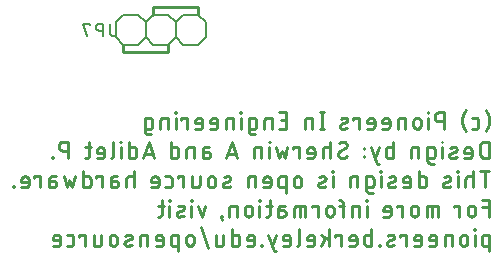
<source format=gbr>
G04 EAGLE Gerber RS-274X export*
G75*
%MOMM*%
%FSLAX34Y34*%
%LPD*%
%INSilkscreen Bottom*%
%IPPOS*%
%AMOC8*
5,1,8,0,0,1.08239X$1,22.5*%
G01*
%ADD10C,0.254000*%
%ADD11C,0.127000*%
%ADD12C,0.203200*%


D10*
X1069340Y147955D02*
X1069336Y148275D01*
X1069325Y148594D01*
X1069305Y148913D01*
X1069279Y149232D01*
X1069244Y149550D01*
X1069202Y149866D01*
X1069152Y150182D01*
X1069095Y150497D01*
X1069030Y150810D01*
X1068957Y151121D01*
X1068877Y151431D01*
X1068790Y151738D01*
X1068696Y152044D01*
X1068594Y152347D01*
X1068484Y152647D01*
X1068368Y152945D01*
X1068244Y153240D01*
X1068114Y153531D01*
X1067976Y153820D01*
X1067832Y154105D01*
X1067680Y154387D01*
X1067522Y154665D01*
X1067357Y154939D01*
X1067186Y155208D01*
X1067009Y155474D01*
X1066825Y155736D01*
X1066634Y155993D01*
X1066438Y156245D01*
X1066236Y156492D01*
X1069340Y147955D02*
X1069336Y147635D01*
X1069325Y147316D01*
X1069305Y146997D01*
X1069279Y146678D01*
X1069244Y146360D01*
X1069202Y146044D01*
X1069152Y145728D01*
X1069095Y145413D01*
X1069030Y145100D01*
X1068957Y144789D01*
X1068877Y144479D01*
X1068790Y144172D01*
X1068696Y143866D01*
X1068594Y143563D01*
X1068484Y143263D01*
X1068368Y142965D01*
X1068244Y142670D01*
X1068114Y142379D01*
X1067976Y142090D01*
X1067832Y141805D01*
X1067680Y141523D01*
X1067522Y141246D01*
X1067357Y140972D01*
X1067186Y140702D01*
X1067009Y140436D01*
X1066825Y140174D01*
X1066634Y139917D01*
X1066438Y139665D01*
X1066236Y139418D01*
X1057833Y140970D02*
X1054728Y140970D01*
X1057833Y140970D02*
X1057927Y140972D01*
X1058020Y140978D01*
X1058114Y140987D01*
X1058206Y141000D01*
X1058299Y141017D01*
X1058390Y141038D01*
X1058481Y141062D01*
X1058570Y141090D01*
X1058659Y141121D01*
X1058745Y141156D01*
X1058831Y141195D01*
X1058915Y141237D01*
X1058997Y141282D01*
X1059077Y141330D01*
X1059155Y141382D01*
X1059232Y141437D01*
X1059305Y141495D01*
X1059377Y141555D01*
X1059446Y141619D01*
X1059512Y141685D01*
X1059576Y141754D01*
X1059636Y141826D01*
X1059694Y141899D01*
X1059749Y141976D01*
X1059801Y142054D01*
X1059849Y142134D01*
X1059894Y142216D01*
X1059936Y142300D01*
X1059975Y142386D01*
X1060010Y142472D01*
X1060041Y142561D01*
X1060069Y142650D01*
X1060093Y142741D01*
X1060114Y142832D01*
X1060131Y142925D01*
X1060144Y143017D01*
X1060153Y143111D01*
X1060159Y143204D01*
X1060161Y143298D01*
X1060161Y147955D01*
X1060159Y148049D01*
X1060153Y148142D01*
X1060144Y148236D01*
X1060131Y148328D01*
X1060114Y148421D01*
X1060093Y148512D01*
X1060069Y148603D01*
X1060041Y148692D01*
X1060010Y148781D01*
X1059975Y148867D01*
X1059936Y148953D01*
X1059894Y149037D01*
X1059849Y149119D01*
X1059801Y149199D01*
X1059749Y149277D01*
X1059694Y149354D01*
X1059636Y149427D01*
X1059576Y149499D01*
X1059512Y149568D01*
X1059446Y149634D01*
X1059377Y149698D01*
X1059305Y149758D01*
X1059232Y149816D01*
X1059155Y149871D01*
X1059077Y149923D01*
X1058997Y149971D01*
X1058915Y150016D01*
X1058831Y150058D01*
X1058745Y150097D01*
X1058659Y150132D01*
X1058570Y150163D01*
X1058481Y150191D01*
X1058390Y150215D01*
X1058299Y150236D01*
X1058206Y150253D01*
X1058114Y150266D01*
X1058020Y150275D01*
X1057927Y150281D01*
X1057833Y150283D01*
X1054728Y150283D01*
X1046290Y147955D02*
X1046294Y147635D01*
X1046305Y147316D01*
X1046325Y146997D01*
X1046351Y146678D01*
X1046386Y146360D01*
X1046428Y146044D01*
X1046478Y145728D01*
X1046535Y145413D01*
X1046600Y145100D01*
X1046673Y144789D01*
X1046753Y144479D01*
X1046840Y144172D01*
X1046934Y143866D01*
X1047036Y143563D01*
X1047146Y143263D01*
X1047262Y142965D01*
X1047386Y142670D01*
X1047516Y142379D01*
X1047654Y142090D01*
X1047798Y141805D01*
X1047950Y141523D01*
X1048108Y141246D01*
X1048273Y140972D01*
X1048444Y140702D01*
X1048621Y140436D01*
X1048805Y140174D01*
X1048996Y139917D01*
X1049192Y139665D01*
X1049394Y139418D01*
X1046290Y147955D02*
X1046294Y148275D01*
X1046305Y148594D01*
X1046325Y148913D01*
X1046351Y149232D01*
X1046386Y149550D01*
X1046428Y149866D01*
X1046478Y150182D01*
X1046535Y150497D01*
X1046600Y150810D01*
X1046673Y151121D01*
X1046753Y151431D01*
X1046840Y151738D01*
X1046934Y152044D01*
X1047036Y152347D01*
X1047146Y152647D01*
X1047262Y152945D01*
X1047386Y153240D01*
X1047516Y153531D01*
X1047654Y153820D01*
X1047798Y154105D01*
X1047950Y154387D01*
X1048108Y154665D01*
X1048273Y154939D01*
X1048444Y155208D01*
X1048621Y155474D01*
X1048805Y155736D01*
X1048996Y155993D01*
X1049192Y156245D01*
X1049394Y156492D01*
X1030824Y154940D02*
X1030824Y140970D01*
X1030824Y154940D02*
X1026943Y154940D01*
X1026820Y154938D01*
X1026697Y154932D01*
X1026574Y154922D01*
X1026452Y154909D01*
X1026330Y154891D01*
X1026209Y154870D01*
X1026088Y154845D01*
X1025968Y154816D01*
X1025850Y154783D01*
X1025732Y154746D01*
X1025616Y154706D01*
X1025501Y154662D01*
X1025387Y154614D01*
X1025275Y154563D01*
X1025165Y154509D01*
X1025056Y154450D01*
X1024949Y154389D01*
X1024845Y154324D01*
X1024742Y154256D01*
X1024642Y154184D01*
X1024544Y154110D01*
X1024448Y154032D01*
X1024355Y153951D01*
X1024265Y153868D01*
X1024177Y153781D01*
X1024092Y153692D01*
X1024010Y153601D01*
X1023931Y153506D01*
X1023855Y153409D01*
X1023782Y153310D01*
X1023712Y153209D01*
X1023645Y153105D01*
X1023582Y153000D01*
X1023522Y152892D01*
X1023466Y152782D01*
X1023413Y152671D01*
X1023363Y152558D01*
X1023318Y152444D01*
X1023275Y152328D01*
X1023237Y152211D01*
X1023202Y152093D01*
X1023171Y151974D01*
X1023144Y151854D01*
X1023121Y151733D01*
X1023102Y151611D01*
X1023086Y151489D01*
X1023074Y151367D01*
X1023066Y151244D01*
X1023062Y151121D01*
X1023062Y150997D01*
X1023066Y150874D01*
X1023074Y150751D01*
X1023086Y150629D01*
X1023102Y150507D01*
X1023121Y150385D01*
X1023144Y150264D01*
X1023171Y150144D01*
X1023202Y150025D01*
X1023237Y149907D01*
X1023275Y149790D01*
X1023318Y149674D01*
X1023363Y149560D01*
X1023413Y149447D01*
X1023466Y149336D01*
X1023522Y149226D01*
X1023582Y149119D01*
X1023645Y149013D01*
X1023712Y148909D01*
X1023782Y148808D01*
X1023855Y148709D01*
X1023931Y148612D01*
X1024010Y148517D01*
X1024092Y148426D01*
X1024177Y148337D01*
X1024265Y148250D01*
X1024355Y148167D01*
X1024448Y148086D01*
X1024544Y148008D01*
X1024642Y147934D01*
X1024742Y147862D01*
X1024845Y147794D01*
X1024949Y147729D01*
X1025056Y147668D01*
X1025165Y147609D01*
X1025275Y147555D01*
X1025387Y147504D01*
X1025501Y147456D01*
X1025616Y147412D01*
X1025732Y147372D01*
X1025850Y147335D01*
X1025968Y147302D01*
X1026088Y147273D01*
X1026209Y147248D01*
X1026330Y147227D01*
X1026452Y147209D01*
X1026574Y147196D01*
X1026697Y147186D01*
X1026820Y147180D01*
X1026943Y147178D01*
X1026943Y147179D02*
X1030824Y147179D01*
X1017467Y150283D02*
X1017467Y140970D01*
X1017855Y154164D02*
X1017855Y154940D01*
X1017079Y154940D01*
X1017079Y154164D01*
X1017855Y154164D01*
X1011279Y147179D02*
X1011279Y144074D01*
X1011279Y147179D02*
X1011277Y147290D01*
X1011271Y147400D01*
X1011261Y147511D01*
X1011247Y147621D01*
X1011230Y147730D01*
X1011208Y147839D01*
X1011183Y147947D01*
X1011153Y148053D01*
X1011120Y148159D01*
X1011083Y148264D01*
X1011043Y148367D01*
X1010998Y148468D01*
X1010951Y148568D01*
X1010899Y148667D01*
X1010844Y148763D01*
X1010786Y148857D01*
X1010725Y148949D01*
X1010660Y149039D01*
X1010592Y149127D01*
X1010521Y149212D01*
X1010447Y149294D01*
X1010370Y149374D01*
X1010290Y149451D01*
X1010208Y149525D01*
X1010123Y149596D01*
X1010035Y149664D01*
X1009945Y149729D01*
X1009853Y149790D01*
X1009759Y149848D01*
X1009663Y149903D01*
X1009564Y149955D01*
X1009464Y150002D01*
X1009363Y150047D01*
X1009260Y150087D01*
X1009155Y150124D01*
X1009049Y150157D01*
X1008943Y150187D01*
X1008835Y150212D01*
X1008726Y150234D01*
X1008617Y150251D01*
X1008507Y150265D01*
X1008396Y150275D01*
X1008286Y150281D01*
X1008175Y150283D01*
X1008064Y150281D01*
X1007954Y150275D01*
X1007843Y150265D01*
X1007733Y150251D01*
X1007624Y150234D01*
X1007515Y150212D01*
X1007407Y150187D01*
X1007301Y150157D01*
X1007195Y150124D01*
X1007090Y150087D01*
X1006987Y150047D01*
X1006886Y150002D01*
X1006786Y149955D01*
X1006687Y149903D01*
X1006591Y149848D01*
X1006497Y149790D01*
X1006405Y149729D01*
X1006315Y149664D01*
X1006227Y149596D01*
X1006142Y149525D01*
X1006060Y149451D01*
X1005980Y149374D01*
X1005903Y149294D01*
X1005829Y149212D01*
X1005758Y149127D01*
X1005690Y149039D01*
X1005625Y148949D01*
X1005564Y148857D01*
X1005506Y148763D01*
X1005451Y148667D01*
X1005399Y148568D01*
X1005352Y148468D01*
X1005307Y148367D01*
X1005267Y148264D01*
X1005230Y148159D01*
X1005197Y148053D01*
X1005167Y147947D01*
X1005142Y147839D01*
X1005120Y147730D01*
X1005103Y147621D01*
X1005089Y147511D01*
X1005079Y147400D01*
X1005073Y147290D01*
X1005071Y147179D01*
X1005070Y147179D02*
X1005070Y144074D01*
X1005071Y144074D02*
X1005073Y143963D01*
X1005079Y143853D01*
X1005089Y143742D01*
X1005103Y143632D01*
X1005120Y143523D01*
X1005142Y143414D01*
X1005167Y143306D01*
X1005197Y143200D01*
X1005230Y143094D01*
X1005267Y142989D01*
X1005307Y142886D01*
X1005352Y142785D01*
X1005399Y142685D01*
X1005451Y142586D01*
X1005506Y142490D01*
X1005564Y142396D01*
X1005625Y142304D01*
X1005690Y142214D01*
X1005758Y142126D01*
X1005829Y142041D01*
X1005903Y141959D01*
X1005980Y141879D01*
X1006060Y141802D01*
X1006142Y141728D01*
X1006227Y141657D01*
X1006315Y141589D01*
X1006405Y141524D01*
X1006497Y141463D01*
X1006591Y141405D01*
X1006687Y141350D01*
X1006786Y141298D01*
X1006886Y141251D01*
X1006987Y141206D01*
X1007090Y141166D01*
X1007195Y141129D01*
X1007301Y141096D01*
X1007407Y141066D01*
X1007515Y141041D01*
X1007624Y141019D01*
X1007733Y141002D01*
X1007843Y140988D01*
X1007954Y140978D01*
X1008064Y140972D01*
X1008175Y140970D01*
X1008286Y140972D01*
X1008396Y140978D01*
X1008507Y140988D01*
X1008617Y141002D01*
X1008726Y141019D01*
X1008835Y141041D01*
X1008943Y141066D01*
X1009049Y141096D01*
X1009155Y141129D01*
X1009260Y141166D01*
X1009363Y141206D01*
X1009464Y141251D01*
X1009564Y141298D01*
X1009663Y141350D01*
X1009759Y141405D01*
X1009853Y141463D01*
X1009945Y141524D01*
X1010035Y141589D01*
X1010123Y141657D01*
X1010208Y141728D01*
X1010290Y141802D01*
X1010370Y141879D01*
X1010447Y141959D01*
X1010521Y142041D01*
X1010592Y142126D01*
X1010660Y142214D01*
X1010725Y142304D01*
X1010786Y142396D01*
X1010844Y142490D01*
X1010899Y142586D01*
X1010951Y142685D01*
X1010998Y142785D01*
X1011043Y142886D01*
X1011083Y142989D01*
X1011120Y143094D01*
X1011153Y143200D01*
X1011183Y143306D01*
X1011208Y143414D01*
X1011230Y143523D01*
X1011247Y143632D01*
X1011261Y143742D01*
X1011271Y143853D01*
X1011277Y143963D01*
X1011279Y144074D01*
X998074Y140970D02*
X998074Y150283D01*
X994194Y150283D01*
X994098Y150281D01*
X994002Y150275D01*
X993906Y150265D01*
X993811Y150251D01*
X993716Y150233D01*
X993623Y150212D01*
X993530Y150186D01*
X993438Y150157D01*
X993348Y150124D01*
X993259Y150087D01*
X993172Y150046D01*
X993086Y150002D01*
X993002Y149955D01*
X992921Y149904D01*
X992841Y149850D01*
X992764Y149792D01*
X992689Y149731D01*
X992617Y149668D01*
X992548Y149601D01*
X992481Y149532D01*
X992418Y149460D01*
X992357Y149385D01*
X992299Y149308D01*
X992245Y149228D01*
X992194Y149147D01*
X992147Y149063D01*
X992103Y148977D01*
X992062Y148890D01*
X992025Y148801D01*
X991992Y148711D01*
X991963Y148619D01*
X991937Y148527D01*
X991916Y148433D01*
X991898Y148338D01*
X991884Y148243D01*
X991874Y148147D01*
X991868Y148051D01*
X991866Y147955D01*
X991866Y140970D01*
X982541Y140970D02*
X978661Y140970D01*
X982541Y140970D02*
X982635Y140972D01*
X982728Y140978D01*
X982822Y140987D01*
X982914Y141000D01*
X983007Y141017D01*
X983098Y141038D01*
X983189Y141062D01*
X983278Y141090D01*
X983367Y141121D01*
X983453Y141156D01*
X983539Y141195D01*
X983623Y141237D01*
X983705Y141282D01*
X983785Y141330D01*
X983863Y141382D01*
X983940Y141437D01*
X984013Y141495D01*
X984085Y141555D01*
X984154Y141619D01*
X984220Y141685D01*
X984284Y141754D01*
X984344Y141826D01*
X984402Y141899D01*
X984457Y141976D01*
X984509Y142054D01*
X984557Y142134D01*
X984602Y142216D01*
X984644Y142300D01*
X984683Y142386D01*
X984718Y142472D01*
X984749Y142561D01*
X984777Y142650D01*
X984801Y142741D01*
X984822Y142832D01*
X984839Y142925D01*
X984852Y143017D01*
X984861Y143111D01*
X984867Y143204D01*
X984869Y143298D01*
X984870Y143298D02*
X984870Y147179D01*
X984869Y147179D02*
X984867Y147290D01*
X984861Y147400D01*
X984851Y147511D01*
X984837Y147621D01*
X984820Y147730D01*
X984798Y147839D01*
X984773Y147947D01*
X984743Y148053D01*
X984710Y148159D01*
X984673Y148264D01*
X984633Y148367D01*
X984588Y148468D01*
X984541Y148568D01*
X984489Y148667D01*
X984434Y148763D01*
X984376Y148857D01*
X984315Y148949D01*
X984250Y149039D01*
X984182Y149127D01*
X984111Y149212D01*
X984037Y149294D01*
X983960Y149374D01*
X983880Y149451D01*
X983798Y149525D01*
X983713Y149596D01*
X983625Y149664D01*
X983535Y149729D01*
X983443Y149790D01*
X983349Y149848D01*
X983253Y149903D01*
X983154Y149955D01*
X983054Y150002D01*
X982953Y150047D01*
X982850Y150087D01*
X982745Y150124D01*
X982639Y150157D01*
X982533Y150187D01*
X982425Y150212D01*
X982316Y150234D01*
X982207Y150251D01*
X982097Y150265D01*
X981986Y150275D01*
X981876Y150281D01*
X981765Y150283D01*
X981654Y150281D01*
X981544Y150275D01*
X981433Y150265D01*
X981323Y150251D01*
X981214Y150234D01*
X981105Y150212D01*
X980997Y150187D01*
X980891Y150157D01*
X980785Y150124D01*
X980680Y150087D01*
X980577Y150047D01*
X980476Y150002D01*
X980376Y149955D01*
X980277Y149903D01*
X980181Y149848D01*
X980087Y149790D01*
X979995Y149729D01*
X979905Y149664D01*
X979817Y149596D01*
X979732Y149525D01*
X979650Y149451D01*
X979570Y149374D01*
X979493Y149294D01*
X979419Y149212D01*
X979348Y149127D01*
X979280Y149039D01*
X979215Y148949D01*
X979154Y148857D01*
X979096Y148763D01*
X979041Y148667D01*
X978989Y148568D01*
X978942Y148468D01*
X978897Y148367D01*
X978857Y148264D01*
X978820Y148159D01*
X978787Y148053D01*
X978757Y147947D01*
X978732Y147839D01*
X978710Y147730D01*
X978693Y147621D01*
X978679Y147511D01*
X978669Y147400D01*
X978663Y147290D01*
X978661Y147179D01*
X978661Y145627D01*
X984870Y145627D01*
X969826Y140970D02*
X965945Y140970D01*
X969826Y140970D02*
X969920Y140972D01*
X970013Y140978D01*
X970107Y140987D01*
X970199Y141000D01*
X970292Y141017D01*
X970383Y141038D01*
X970474Y141062D01*
X970563Y141090D01*
X970652Y141121D01*
X970738Y141156D01*
X970824Y141195D01*
X970908Y141237D01*
X970990Y141282D01*
X971070Y141330D01*
X971148Y141382D01*
X971225Y141437D01*
X971298Y141495D01*
X971370Y141555D01*
X971439Y141619D01*
X971505Y141685D01*
X971569Y141754D01*
X971629Y141826D01*
X971687Y141899D01*
X971742Y141976D01*
X971794Y142054D01*
X971842Y142134D01*
X971887Y142216D01*
X971929Y142300D01*
X971968Y142386D01*
X972003Y142472D01*
X972034Y142561D01*
X972062Y142650D01*
X972086Y142741D01*
X972107Y142832D01*
X972124Y142925D01*
X972137Y143017D01*
X972146Y143111D01*
X972152Y143204D01*
X972154Y143298D01*
X972154Y147179D01*
X972152Y147290D01*
X972146Y147400D01*
X972136Y147511D01*
X972122Y147621D01*
X972105Y147730D01*
X972083Y147839D01*
X972058Y147947D01*
X972028Y148053D01*
X971995Y148159D01*
X971958Y148264D01*
X971918Y148367D01*
X971873Y148468D01*
X971826Y148568D01*
X971774Y148667D01*
X971719Y148763D01*
X971661Y148857D01*
X971600Y148949D01*
X971535Y149039D01*
X971467Y149127D01*
X971396Y149212D01*
X971322Y149294D01*
X971245Y149374D01*
X971165Y149451D01*
X971083Y149525D01*
X970998Y149596D01*
X970910Y149664D01*
X970820Y149729D01*
X970728Y149790D01*
X970634Y149848D01*
X970538Y149903D01*
X970439Y149955D01*
X970339Y150002D01*
X970238Y150047D01*
X970135Y150087D01*
X970030Y150124D01*
X969924Y150157D01*
X969818Y150187D01*
X969710Y150212D01*
X969601Y150234D01*
X969492Y150251D01*
X969382Y150265D01*
X969271Y150275D01*
X969161Y150281D01*
X969050Y150283D01*
X968939Y150281D01*
X968829Y150275D01*
X968718Y150265D01*
X968608Y150251D01*
X968499Y150234D01*
X968390Y150212D01*
X968282Y150187D01*
X968176Y150157D01*
X968070Y150124D01*
X967965Y150087D01*
X967862Y150047D01*
X967761Y150002D01*
X967661Y149955D01*
X967562Y149903D01*
X967466Y149848D01*
X967372Y149790D01*
X967280Y149729D01*
X967190Y149664D01*
X967102Y149596D01*
X967017Y149525D01*
X966935Y149451D01*
X966855Y149374D01*
X966778Y149294D01*
X966704Y149212D01*
X966633Y149127D01*
X966565Y149039D01*
X966500Y148949D01*
X966439Y148857D01*
X966381Y148763D01*
X966326Y148667D01*
X966274Y148568D01*
X966227Y148468D01*
X966182Y148367D01*
X966142Y148264D01*
X966105Y148159D01*
X966072Y148053D01*
X966042Y147947D01*
X966017Y147839D01*
X965995Y147730D01*
X965978Y147621D01*
X965964Y147511D01*
X965954Y147400D01*
X965948Y147290D01*
X965946Y147179D01*
X965945Y147179D02*
X965945Y145627D01*
X972154Y145627D01*
X958828Y150283D02*
X958828Y140970D01*
X958828Y150283D02*
X954171Y150283D01*
X954171Y148731D01*
X948004Y146403D02*
X944123Y144851D01*
X948003Y146403D02*
X948085Y146438D01*
X948165Y146476D01*
X948243Y146518D01*
X948319Y146563D01*
X948393Y146611D01*
X948465Y146663D01*
X948535Y146718D01*
X948602Y146776D01*
X948667Y146836D01*
X948728Y146900D01*
X948787Y146966D01*
X948843Y147035D01*
X948896Y147106D01*
X948946Y147179D01*
X948992Y147255D01*
X949036Y147332D01*
X949075Y147411D01*
X949111Y147492D01*
X949144Y147575D01*
X949173Y147659D01*
X949198Y147744D01*
X949219Y147830D01*
X949237Y147917D01*
X949250Y148004D01*
X949260Y148092D01*
X949266Y148181D01*
X949268Y148269D01*
X949266Y148358D01*
X949260Y148446D01*
X949251Y148534D01*
X949237Y148622D01*
X949220Y148709D01*
X949199Y148795D01*
X949174Y148880D01*
X949145Y148964D01*
X949113Y149046D01*
X949077Y149127D01*
X949037Y149207D01*
X948994Y149284D01*
X948948Y149360D01*
X948898Y149433D01*
X948846Y149505D01*
X948790Y149573D01*
X948731Y149640D01*
X948669Y149703D01*
X948605Y149764D01*
X948538Y149822D01*
X948468Y149877D01*
X948396Y149929D01*
X948322Y149977D01*
X948246Y150023D01*
X948168Y150065D01*
X948088Y150103D01*
X948006Y150138D01*
X947923Y150169D01*
X947839Y150197D01*
X947754Y150220D01*
X947668Y150240D01*
X947580Y150257D01*
X947493Y150269D01*
X947404Y150278D01*
X947316Y150282D01*
X947227Y150283D01*
X947228Y150283D02*
X947016Y150278D01*
X946805Y150267D01*
X946593Y150251D01*
X946383Y150230D01*
X946172Y150204D01*
X945963Y150173D01*
X945754Y150137D01*
X945546Y150097D01*
X945339Y150051D01*
X945133Y150000D01*
X944929Y149944D01*
X944726Y149883D01*
X944524Y149817D01*
X944324Y149747D01*
X944126Y149672D01*
X943930Y149592D01*
X943736Y149507D01*
X944124Y144850D02*
X944042Y144815D01*
X943962Y144777D01*
X943884Y144735D01*
X943808Y144690D01*
X943734Y144642D01*
X943662Y144590D01*
X943592Y144535D01*
X943525Y144477D01*
X943460Y144417D01*
X943399Y144353D01*
X943340Y144287D01*
X943284Y144218D01*
X943231Y144147D01*
X943181Y144074D01*
X943135Y143998D01*
X943091Y143921D01*
X943052Y143842D01*
X943016Y143761D01*
X942983Y143678D01*
X942954Y143594D01*
X942929Y143509D01*
X942908Y143423D01*
X942890Y143336D01*
X942877Y143249D01*
X942867Y143161D01*
X942861Y143072D01*
X942859Y142984D01*
X942861Y142895D01*
X942867Y142807D01*
X942876Y142719D01*
X942890Y142631D01*
X942907Y142544D01*
X942928Y142458D01*
X942953Y142373D01*
X942982Y142289D01*
X943014Y142207D01*
X943050Y142126D01*
X943090Y142046D01*
X943133Y141969D01*
X943179Y141893D01*
X943229Y141820D01*
X943281Y141748D01*
X943337Y141680D01*
X943396Y141613D01*
X943458Y141550D01*
X943522Y141489D01*
X943589Y141431D01*
X943659Y141376D01*
X943731Y141324D01*
X943805Y141276D01*
X943881Y141230D01*
X943959Y141188D01*
X944039Y141150D01*
X944121Y141115D01*
X944204Y141084D01*
X944288Y141056D01*
X944373Y141033D01*
X944459Y141013D01*
X944547Y140996D01*
X944634Y140984D01*
X944723Y140975D01*
X944811Y140971D01*
X944900Y140970D01*
X944900Y140969D02*
X945211Y140977D01*
X945522Y140993D01*
X945832Y141016D01*
X946142Y141046D01*
X946451Y141083D01*
X946760Y141128D01*
X947066Y141180D01*
X947372Y141240D01*
X947676Y141306D01*
X947979Y141380D01*
X948279Y141461D01*
X948578Y141549D01*
X948874Y141644D01*
X949169Y141745D01*
X927479Y140970D02*
X927479Y154940D01*
X929031Y140970D02*
X925927Y140970D01*
X925927Y154940D02*
X929031Y154940D01*
X919335Y150283D02*
X919335Y140970D01*
X919335Y150283D02*
X915454Y150283D01*
X915358Y150281D01*
X915262Y150275D01*
X915166Y150265D01*
X915071Y150251D01*
X914976Y150233D01*
X914883Y150212D01*
X914790Y150186D01*
X914698Y150157D01*
X914608Y150124D01*
X914519Y150087D01*
X914432Y150046D01*
X914346Y150002D01*
X914262Y149955D01*
X914181Y149904D01*
X914101Y149850D01*
X914024Y149792D01*
X913949Y149731D01*
X913877Y149668D01*
X913808Y149601D01*
X913741Y149532D01*
X913678Y149460D01*
X913617Y149385D01*
X913559Y149308D01*
X913505Y149228D01*
X913454Y149147D01*
X913407Y149063D01*
X913363Y148977D01*
X913322Y148890D01*
X913285Y148801D01*
X913252Y148711D01*
X913223Y148619D01*
X913197Y148527D01*
X913176Y148433D01*
X913158Y148338D01*
X913144Y148243D01*
X913134Y148147D01*
X913128Y148051D01*
X913126Y147955D01*
X913126Y140970D01*
X897572Y140970D02*
X891363Y140970D01*
X897572Y140970D02*
X897572Y154940D01*
X891363Y154940D01*
X892915Y148731D02*
X897572Y148731D01*
X885100Y150283D02*
X885100Y140970D01*
X885100Y150283D02*
X881220Y150283D01*
X881124Y150281D01*
X881028Y150275D01*
X880932Y150265D01*
X880837Y150251D01*
X880742Y150233D01*
X880649Y150212D01*
X880556Y150186D01*
X880464Y150157D01*
X880374Y150124D01*
X880285Y150087D01*
X880198Y150046D01*
X880112Y150002D01*
X880028Y149955D01*
X879947Y149904D01*
X879867Y149850D01*
X879790Y149792D01*
X879715Y149731D01*
X879643Y149668D01*
X879574Y149601D01*
X879507Y149532D01*
X879444Y149460D01*
X879383Y149385D01*
X879325Y149308D01*
X879271Y149228D01*
X879220Y149147D01*
X879173Y149063D01*
X879129Y148977D01*
X879088Y148890D01*
X879051Y148801D01*
X879018Y148711D01*
X878989Y148619D01*
X878963Y148527D01*
X878942Y148433D01*
X878924Y148338D01*
X878910Y148243D01*
X878900Y148147D01*
X878894Y148051D01*
X878892Y147955D01*
X878892Y140970D01*
X869673Y140970D02*
X865793Y140970D01*
X869673Y140970D02*
X869767Y140972D01*
X869860Y140978D01*
X869954Y140987D01*
X870046Y141000D01*
X870139Y141017D01*
X870230Y141038D01*
X870321Y141062D01*
X870410Y141090D01*
X870499Y141121D01*
X870585Y141156D01*
X870671Y141195D01*
X870755Y141237D01*
X870837Y141282D01*
X870917Y141330D01*
X870995Y141382D01*
X871072Y141437D01*
X871145Y141495D01*
X871217Y141555D01*
X871286Y141619D01*
X871352Y141685D01*
X871416Y141754D01*
X871476Y141826D01*
X871534Y141899D01*
X871589Y141976D01*
X871641Y142054D01*
X871689Y142134D01*
X871734Y142216D01*
X871776Y142300D01*
X871815Y142386D01*
X871850Y142472D01*
X871881Y142561D01*
X871909Y142650D01*
X871933Y142741D01*
X871954Y142832D01*
X871971Y142925D01*
X871984Y143017D01*
X871993Y143111D01*
X871999Y143204D01*
X872001Y143298D01*
X872002Y143298D02*
X872002Y147955D01*
X872001Y147955D02*
X871999Y148049D01*
X871993Y148142D01*
X871984Y148236D01*
X871971Y148328D01*
X871954Y148421D01*
X871933Y148512D01*
X871909Y148603D01*
X871881Y148692D01*
X871850Y148781D01*
X871815Y148867D01*
X871776Y148953D01*
X871734Y149037D01*
X871689Y149119D01*
X871641Y149199D01*
X871589Y149277D01*
X871534Y149354D01*
X871476Y149427D01*
X871416Y149499D01*
X871352Y149568D01*
X871286Y149634D01*
X871217Y149698D01*
X871145Y149758D01*
X871072Y149816D01*
X870995Y149871D01*
X870917Y149923D01*
X870837Y149971D01*
X870755Y150016D01*
X870671Y150058D01*
X870585Y150097D01*
X870499Y150132D01*
X870410Y150163D01*
X870321Y150191D01*
X870230Y150215D01*
X870139Y150236D01*
X870046Y150253D01*
X869954Y150266D01*
X869860Y150275D01*
X869767Y150281D01*
X869673Y150283D01*
X865793Y150283D01*
X865793Y138642D01*
X865795Y138548D01*
X865801Y138455D01*
X865810Y138361D01*
X865823Y138269D01*
X865840Y138176D01*
X865861Y138085D01*
X865885Y137994D01*
X865913Y137905D01*
X865944Y137816D01*
X865979Y137730D01*
X866018Y137644D01*
X866060Y137560D01*
X866105Y137478D01*
X866153Y137398D01*
X866205Y137320D01*
X866260Y137243D01*
X866318Y137170D01*
X866378Y137098D01*
X866442Y137029D01*
X866508Y136963D01*
X866577Y136899D01*
X866649Y136839D01*
X866722Y136781D01*
X866799Y136726D01*
X866877Y136674D01*
X866957Y136626D01*
X867039Y136581D01*
X867123Y136539D01*
X867209Y136500D01*
X867295Y136465D01*
X867384Y136434D01*
X867473Y136406D01*
X867564Y136382D01*
X867655Y136361D01*
X867748Y136344D01*
X867840Y136331D01*
X867934Y136322D01*
X868027Y136316D01*
X868121Y136314D01*
X868121Y136313D02*
X871226Y136313D01*
X859010Y140970D02*
X859010Y150283D01*
X859398Y154164D02*
X859398Y154940D01*
X858622Y154940D01*
X858622Y154164D01*
X859398Y154164D01*
X852333Y150283D02*
X852333Y140970D01*
X852333Y150283D02*
X848452Y150283D01*
X848356Y150281D01*
X848260Y150275D01*
X848164Y150265D01*
X848069Y150251D01*
X847974Y150233D01*
X847881Y150212D01*
X847788Y150186D01*
X847696Y150157D01*
X847606Y150124D01*
X847517Y150087D01*
X847430Y150046D01*
X847344Y150002D01*
X847260Y149955D01*
X847179Y149904D01*
X847099Y149850D01*
X847022Y149792D01*
X846947Y149731D01*
X846875Y149668D01*
X846806Y149601D01*
X846739Y149532D01*
X846676Y149460D01*
X846615Y149385D01*
X846557Y149308D01*
X846503Y149228D01*
X846452Y149147D01*
X846405Y149063D01*
X846361Y148977D01*
X846320Y148890D01*
X846283Y148801D01*
X846250Y148711D01*
X846221Y148619D01*
X846195Y148527D01*
X846174Y148433D01*
X846156Y148338D01*
X846142Y148243D01*
X846132Y148147D01*
X846126Y148051D01*
X846124Y147955D01*
X846124Y140970D01*
X836800Y140970D02*
X832919Y140970D01*
X836800Y140970D02*
X836894Y140972D01*
X836987Y140978D01*
X837081Y140987D01*
X837173Y141000D01*
X837266Y141017D01*
X837357Y141038D01*
X837448Y141062D01*
X837537Y141090D01*
X837626Y141121D01*
X837712Y141156D01*
X837798Y141195D01*
X837882Y141237D01*
X837964Y141282D01*
X838044Y141330D01*
X838122Y141382D01*
X838199Y141437D01*
X838272Y141495D01*
X838344Y141555D01*
X838413Y141619D01*
X838479Y141685D01*
X838543Y141754D01*
X838603Y141826D01*
X838661Y141899D01*
X838716Y141976D01*
X838768Y142054D01*
X838816Y142134D01*
X838861Y142216D01*
X838903Y142300D01*
X838942Y142386D01*
X838977Y142472D01*
X839008Y142561D01*
X839036Y142650D01*
X839060Y142741D01*
X839081Y142832D01*
X839098Y142925D01*
X839111Y143017D01*
X839120Y143111D01*
X839126Y143204D01*
X839128Y143298D01*
X839128Y147179D01*
X839126Y147290D01*
X839120Y147400D01*
X839110Y147511D01*
X839096Y147621D01*
X839079Y147730D01*
X839057Y147839D01*
X839032Y147947D01*
X839002Y148053D01*
X838969Y148159D01*
X838932Y148264D01*
X838892Y148367D01*
X838847Y148468D01*
X838800Y148568D01*
X838748Y148667D01*
X838693Y148763D01*
X838635Y148857D01*
X838574Y148949D01*
X838509Y149039D01*
X838441Y149127D01*
X838370Y149212D01*
X838296Y149294D01*
X838219Y149374D01*
X838139Y149451D01*
X838057Y149525D01*
X837972Y149596D01*
X837884Y149664D01*
X837794Y149729D01*
X837702Y149790D01*
X837608Y149848D01*
X837512Y149903D01*
X837413Y149955D01*
X837313Y150002D01*
X837212Y150047D01*
X837109Y150087D01*
X837004Y150124D01*
X836898Y150157D01*
X836792Y150187D01*
X836684Y150212D01*
X836575Y150234D01*
X836466Y150251D01*
X836356Y150265D01*
X836245Y150275D01*
X836135Y150281D01*
X836024Y150283D01*
X835913Y150281D01*
X835803Y150275D01*
X835692Y150265D01*
X835582Y150251D01*
X835473Y150234D01*
X835364Y150212D01*
X835256Y150187D01*
X835150Y150157D01*
X835044Y150124D01*
X834939Y150087D01*
X834836Y150047D01*
X834735Y150002D01*
X834635Y149955D01*
X834536Y149903D01*
X834440Y149848D01*
X834346Y149790D01*
X834254Y149729D01*
X834164Y149664D01*
X834076Y149596D01*
X833991Y149525D01*
X833909Y149451D01*
X833829Y149374D01*
X833752Y149294D01*
X833678Y149212D01*
X833607Y149127D01*
X833539Y149039D01*
X833474Y148949D01*
X833413Y148857D01*
X833355Y148763D01*
X833300Y148667D01*
X833248Y148568D01*
X833201Y148468D01*
X833156Y148367D01*
X833116Y148264D01*
X833079Y148159D01*
X833046Y148053D01*
X833016Y147947D01*
X832991Y147839D01*
X832969Y147730D01*
X832952Y147621D01*
X832938Y147511D01*
X832928Y147400D01*
X832922Y147290D01*
X832920Y147179D01*
X832919Y147179D02*
X832919Y145627D01*
X839128Y145627D01*
X824084Y140970D02*
X820204Y140970D01*
X824084Y140970D02*
X824178Y140972D01*
X824271Y140978D01*
X824365Y140987D01*
X824457Y141000D01*
X824550Y141017D01*
X824641Y141038D01*
X824732Y141062D01*
X824821Y141090D01*
X824910Y141121D01*
X824996Y141156D01*
X825082Y141195D01*
X825166Y141237D01*
X825248Y141282D01*
X825328Y141330D01*
X825406Y141382D01*
X825483Y141437D01*
X825556Y141495D01*
X825628Y141555D01*
X825697Y141619D01*
X825763Y141685D01*
X825827Y141754D01*
X825887Y141826D01*
X825945Y141899D01*
X826000Y141976D01*
X826052Y142054D01*
X826100Y142134D01*
X826145Y142216D01*
X826187Y142300D01*
X826226Y142386D01*
X826261Y142472D01*
X826292Y142561D01*
X826320Y142650D01*
X826344Y142741D01*
X826365Y142832D01*
X826382Y142925D01*
X826395Y143017D01*
X826404Y143111D01*
X826410Y143204D01*
X826412Y143298D01*
X826413Y143298D02*
X826413Y147179D01*
X826412Y147179D02*
X826410Y147290D01*
X826404Y147400D01*
X826394Y147511D01*
X826380Y147621D01*
X826363Y147730D01*
X826341Y147839D01*
X826316Y147947D01*
X826286Y148053D01*
X826253Y148159D01*
X826216Y148264D01*
X826176Y148367D01*
X826131Y148468D01*
X826084Y148568D01*
X826032Y148667D01*
X825977Y148763D01*
X825919Y148857D01*
X825858Y148949D01*
X825793Y149039D01*
X825725Y149127D01*
X825654Y149212D01*
X825580Y149294D01*
X825503Y149374D01*
X825423Y149451D01*
X825341Y149525D01*
X825256Y149596D01*
X825168Y149664D01*
X825078Y149729D01*
X824986Y149790D01*
X824892Y149848D01*
X824796Y149903D01*
X824697Y149955D01*
X824597Y150002D01*
X824496Y150047D01*
X824393Y150087D01*
X824288Y150124D01*
X824182Y150157D01*
X824076Y150187D01*
X823968Y150212D01*
X823859Y150234D01*
X823750Y150251D01*
X823640Y150265D01*
X823529Y150275D01*
X823419Y150281D01*
X823308Y150283D01*
X823197Y150281D01*
X823087Y150275D01*
X822976Y150265D01*
X822866Y150251D01*
X822757Y150234D01*
X822648Y150212D01*
X822540Y150187D01*
X822434Y150157D01*
X822328Y150124D01*
X822223Y150087D01*
X822120Y150047D01*
X822019Y150002D01*
X821919Y149955D01*
X821820Y149903D01*
X821724Y149848D01*
X821630Y149790D01*
X821538Y149729D01*
X821448Y149664D01*
X821360Y149596D01*
X821275Y149525D01*
X821193Y149451D01*
X821113Y149374D01*
X821036Y149294D01*
X820962Y149212D01*
X820891Y149127D01*
X820823Y149039D01*
X820758Y148949D01*
X820697Y148857D01*
X820639Y148763D01*
X820584Y148667D01*
X820532Y148568D01*
X820485Y148468D01*
X820440Y148367D01*
X820400Y148264D01*
X820363Y148159D01*
X820330Y148053D01*
X820300Y147947D01*
X820275Y147839D01*
X820253Y147730D01*
X820236Y147621D01*
X820222Y147511D01*
X820212Y147400D01*
X820206Y147290D01*
X820204Y147179D01*
X820204Y145627D01*
X826413Y145627D01*
X813087Y150283D02*
X813087Y140970D01*
X813087Y150283D02*
X808430Y150283D01*
X808430Y148731D01*
X803746Y150283D02*
X803746Y140970D01*
X804134Y154164D02*
X804134Y154940D01*
X803358Y154940D01*
X803358Y154164D01*
X804134Y154164D01*
X797069Y150283D02*
X797069Y140970D01*
X797069Y150283D02*
X793188Y150283D01*
X793092Y150281D01*
X792996Y150275D01*
X792900Y150265D01*
X792805Y150251D01*
X792710Y150233D01*
X792617Y150212D01*
X792524Y150186D01*
X792432Y150157D01*
X792342Y150124D01*
X792253Y150087D01*
X792166Y150046D01*
X792080Y150002D01*
X791996Y149955D01*
X791915Y149904D01*
X791835Y149850D01*
X791758Y149792D01*
X791683Y149731D01*
X791611Y149668D01*
X791542Y149601D01*
X791475Y149532D01*
X791412Y149460D01*
X791351Y149385D01*
X791293Y149308D01*
X791239Y149228D01*
X791188Y149147D01*
X791141Y149063D01*
X791097Y148977D01*
X791056Y148890D01*
X791019Y148801D01*
X790986Y148711D01*
X790957Y148619D01*
X790931Y148527D01*
X790910Y148433D01*
X790892Y148338D01*
X790878Y148243D01*
X790868Y148147D01*
X790862Y148051D01*
X790860Y147955D01*
X790860Y140970D01*
X781642Y140970D02*
X777761Y140970D01*
X781642Y140970D02*
X781736Y140972D01*
X781829Y140978D01*
X781923Y140987D01*
X782015Y141000D01*
X782108Y141017D01*
X782199Y141038D01*
X782290Y141062D01*
X782379Y141090D01*
X782468Y141121D01*
X782554Y141156D01*
X782640Y141195D01*
X782724Y141237D01*
X782806Y141282D01*
X782886Y141330D01*
X782964Y141382D01*
X783041Y141437D01*
X783114Y141495D01*
X783186Y141555D01*
X783255Y141619D01*
X783321Y141685D01*
X783385Y141754D01*
X783445Y141826D01*
X783503Y141899D01*
X783558Y141976D01*
X783610Y142054D01*
X783658Y142134D01*
X783703Y142216D01*
X783745Y142300D01*
X783784Y142386D01*
X783819Y142472D01*
X783850Y142561D01*
X783878Y142650D01*
X783902Y142741D01*
X783923Y142832D01*
X783940Y142925D01*
X783953Y143017D01*
X783962Y143111D01*
X783968Y143204D01*
X783970Y143298D01*
X783970Y147955D01*
X783968Y148049D01*
X783962Y148142D01*
X783953Y148236D01*
X783940Y148328D01*
X783923Y148421D01*
X783902Y148512D01*
X783878Y148603D01*
X783850Y148692D01*
X783819Y148781D01*
X783784Y148867D01*
X783745Y148953D01*
X783703Y149037D01*
X783658Y149119D01*
X783610Y149199D01*
X783558Y149277D01*
X783503Y149354D01*
X783445Y149427D01*
X783385Y149499D01*
X783321Y149568D01*
X783255Y149634D01*
X783186Y149698D01*
X783114Y149758D01*
X783041Y149816D01*
X782964Y149871D01*
X782886Y149923D01*
X782806Y149971D01*
X782724Y150016D01*
X782640Y150058D01*
X782554Y150097D01*
X782468Y150132D01*
X782379Y150163D01*
X782290Y150191D01*
X782199Y150215D01*
X782108Y150236D01*
X782015Y150253D01*
X781923Y150266D01*
X781829Y150275D01*
X781736Y150281D01*
X781642Y150283D01*
X777761Y150283D01*
X777761Y138642D01*
X777763Y138548D01*
X777769Y138455D01*
X777778Y138361D01*
X777791Y138269D01*
X777808Y138176D01*
X777829Y138085D01*
X777853Y137994D01*
X777881Y137905D01*
X777912Y137816D01*
X777947Y137730D01*
X777986Y137644D01*
X778028Y137560D01*
X778073Y137478D01*
X778121Y137398D01*
X778173Y137320D01*
X778228Y137243D01*
X778286Y137170D01*
X778346Y137098D01*
X778410Y137029D01*
X778476Y136963D01*
X778545Y136899D01*
X778617Y136839D01*
X778690Y136781D01*
X778767Y136726D01*
X778845Y136674D01*
X778925Y136626D01*
X779007Y136581D01*
X779091Y136539D01*
X779177Y136500D01*
X779263Y136465D01*
X779352Y136434D01*
X779441Y136406D01*
X779532Y136382D01*
X779623Y136361D01*
X779716Y136344D01*
X779808Y136331D01*
X779902Y136322D01*
X779995Y136316D01*
X780089Y136314D01*
X780089Y136313D02*
X783194Y136313D01*
X1069340Y130175D02*
X1069340Y116205D01*
X1069340Y130175D02*
X1065459Y130175D01*
X1065337Y130173D01*
X1065215Y130167D01*
X1065094Y130158D01*
X1064973Y130144D01*
X1064852Y130127D01*
X1064732Y130106D01*
X1064612Y130082D01*
X1064494Y130053D01*
X1064376Y130021D01*
X1064260Y129985D01*
X1064144Y129946D01*
X1064030Y129902D01*
X1063918Y129856D01*
X1063807Y129806D01*
X1063697Y129752D01*
X1063589Y129695D01*
X1063483Y129635D01*
X1063379Y129571D01*
X1063278Y129504D01*
X1063178Y129434D01*
X1063080Y129361D01*
X1062985Y129284D01*
X1062892Y129205D01*
X1062802Y129123D01*
X1062715Y129038D01*
X1062630Y128951D01*
X1062548Y128861D01*
X1062469Y128768D01*
X1062392Y128673D01*
X1062319Y128575D01*
X1062249Y128475D01*
X1062182Y128374D01*
X1062118Y128270D01*
X1062058Y128164D01*
X1062001Y128056D01*
X1061947Y127946D01*
X1061897Y127835D01*
X1061851Y127723D01*
X1061807Y127609D01*
X1061768Y127493D01*
X1061732Y127377D01*
X1061700Y127259D01*
X1061671Y127141D01*
X1061647Y127021D01*
X1061626Y126901D01*
X1061609Y126780D01*
X1061595Y126659D01*
X1061586Y126538D01*
X1061580Y126416D01*
X1061578Y126294D01*
X1061579Y126294D02*
X1061579Y120086D01*
X1061578Y120086D02*
X1061580Y119964D01*
X1061586Y119842D01*
X1061595Y119721D01*
X1061609Y119600D01*
X1061626Y119479D01*
X1061647Y119359D01*
X1061671Y119239D01*
X1061700Y119121D01*
X1061732Y119003D01*
X1061768Y118887D01*
X1061807Y118771D01*
X1061851Y118657D01*
X1061897Y118545D01*
X1061947Y118434D01*
X1062001Y118324D01*
X1062058Y118216D01*
X1062118Y118110D01*
X1062182Y118006D01*
X1062249Y117905D01*
X1062319Y117805D01*
X1062392Y117707D01*
X1062469Y117612D01*
X1062548Y117519D01*
X1062630Y117429D01*
X1062715Y117342D01*
X1062802Y117257D01*
X1062892Y117175D01*
X1062985Y117096D01*
X1063080Y117019D01*
X1063178Y116946D01*
X1063278Y116876D01*
X1063379Y116809D01*
X1063483Y116745D01*
X1063589Y116685D01*
X1063697Y116628D01*
X1063807Y116574D01*
X1063918Y116524D01*
X1064030Y116478D01*
X1064144Y116434D01*
X1064260Y116395D01*
X1064376Y116359D01*
X1064494Y116327D01*
X1064612Y116298D01*
X1064732Y116274D01*
X1064852Y116253D01*
X1064973Y116236D01*
X1065094Y116222D01*
X1065215Y116213D01*
X1065337Y116207D01*
X1065459Y116205D01*
X1069340Y116205D01*
X1052053Y116205D02*
X1048172Y116205D01*
X1052053Y116205D02*
X1052147Y116207D01*
X1052240Y116213D01*
X1052334Y116222D01*
X1052426Y116235D01*
X1052519Y116252D01*
X1052610Y116273D01*
X1052701Y116297D01*
X1052790Y116325D01*
X1052879Y116356D01*
X1052965Y116391D01*
X1053051Y116430D01*
X1053135Y116472D01*
X1053217Y116517D01*
X1053297Y116565D01*
X1053375Y116617D01*
X1053452Y116672D01*
X1053525Y116730D01*
X1053597Y116790D01*
X1053666Y116854D01*
X1053732Y116920D01*
X1053796Y116989D01*
X1053856Y117061D01*
X1053914Y117134D01*
X1053969Y117211D01*
X1054021Y117289D01*
X1054069Y117369D01*
X1054114Y117451D01*
X1054156Y117535D01*
X1054195Y117621D01*
X1054230Y117707D01*
X1054261Y117796D01*
X1054289Y117885D01*
X1054313Y117976D01*
X1054334Y118067D01*
X1054351Y118160D01*
X1054364Y118252D01*
X1054373Y118346D01*
X1054379Y118439D01*
X1054381Y118533D01*
X1054381Y122414D01*
X1054379Y122525D01*
X1054373Y122635D01*
X1054363Y122746D01*
X1054349Y122856D01*
X1054332Y122965D01*
X1054310Y123074D01*
X1054285Y123182D01*
X1054255Y123288D01*
X1054222Y123394D01*
X1054185Y123499D01*
X1054145Y123602D01*
X1054100Y123703D01*
X1054053Y123803D01*
X1054001Y123902D01*
X1053946Y123998D01*
X1053888Y124092D01*
X1053827Y124184D01*
X1053762Y124274D01*
X1053694Y124362D01*
X1053623Y124447D01*
X1053549Y124529D01*
X1053472Y124609D01*
X1053392Y124686D01*
X1053310Y124760D01*
X1053225Y124831D01*
X1053137Y124899D01*
X1053047Y124964D01*
X1052955Y125025D01*
X1052861Y125083D01*
X1052765Y125138D01*
X1052666Y125190D01*
X1052566Y125237D01*
X1052465Y125282D01*
X1052362Y125322D01*
X1052257Y125359D01*
X1052151Y125392D01*
X1052045Y125422D01*
X1051937Y125447D01*
X1051828Y125469D01*
X1051719Y125486D01*
X1051609Y125500D01*
X1051498Y125510D01*
X1051388Y125516D01*
X1051277Y125518D01*
X1051166Y125516D01*
X1051056Y125510D01*
X1050945Y125500D01*
X1050835Y125486D01*
X1050726Y125469D01*
X1050617Y125447D01*
X1050509Y125422D01*
X1050403Y125392D01*
X1050297Y125359D01*
X1050192Y125322D01*
X1050089Y125282D01*
X1049988Y125237D01*
X1049888Y125190D01*
X1049789Y125138D01*
X1049693Y125083D01*
X1049599Y125025D01*
X1049507Y124964D01*
X1049417Y124899D01*
X1049329Y124831D01*
X1049244Y124760D01*
X1049162Y124686D01*
X1049082Y124609D01*
X1049005Y124529D01*
X1048931Y124447D01*
X1048860Y124362D01*
X1048792Y124274D01*
X1048727Y124184D01*
X1048666Y124092D01*
X1048608Y123998D01*
X1048553Y123902D01*
X1048501Y123803D01*
X1048454Y123703D01*
X1048409Y123602D01*
X1048369Y123499D01*
X1048332Y123394D01*
X1048299Y123288D01*
X1048269Y123182D01*
X1048244Y123074D01*
X1048222Y122965D01*
X1048205Y122856D01*
X1048191Y122746D01*
X1048181Y122635D01*
X1048175Y122525D01*
X1048173Y122414D01*
X1048172Y122414D02*
X1048172Y120862D01*
X1054381Y120862D01*
X1040501Y121638D02*
X1036621Y120086D01*
X1040501Y121638D02*
X1040583Y121673D01*
X1040663Y121711D01*
X1040741Y121753D01*
X1040817Y121798D01*
X1040891Y121846D01*
X1040963Y121898D01*
X1041033Y121953D01*
X1041100Y122011D01*
X1041165Y122071D01*
X1041226Y122135D01*
X1041285Y122201D01*
X1041341Y122270D01*
X1041394Y122341D01*
X1041444Y122414D01*
X1041490Y122490D01*
X1041534Y122567D01*
X1041573Y122646D01*
X1041609Y122727D01*
X1041642Y122810D01*
X1041671Y122894D01*
X1041696Y122979D01*
X1041717Y123065D01*
X1041735Y123152D01*
X1041748Y123239D01*
X1041758Y123327D01*
X1041764Y123416D01*
X1041766Y123504D01*
X1041764Y123593D01*
X1041758Y123681D01*
X1041749Y123769D01*
X1041735Y123857D01*
X1041718Y123944D01*
X1041697Y124030D01*
X1041672Y124115D01*
X1041643Y124199D01*
X1041611Y124281D01*
X1041575Y124362D01*
X1041535Y124442D01*
X1041492Y124519D01*
X1041446Y124595D01*
X1041396Y124668D01*
X1041344Y124740D01*
X1041288Y124808D01*
X1041229Y124875D01*
X1041167Y124938D01*
X1041103Y124999D01*
X1041036Y125057D01*
X1040966Y125112D01*
X1040894Y125164D01*
X1040820Y125212D01*
X1040744Y125258D01*
X1040666Y125300D01*
X1040586Y125338D01*
X1040504Y125373D01*
X1040421Y125404D01*
X1040337Y125432D01*
X1040252Y125455D01*
X1040166Y125475D01*
X1040078Y125492D01*
X1039991Y125504D01*
X1039902Y125513D01*
X1039814Y125517D01*
X1039725Y125518D01*
X1039513Y125513D01*
X1039302Y125502D01*
X1039090Y125486D01*
X1038880Y125465D01*
X1038669Y125439D01*
X1038460Y125408D01*
X1038251Y125372D01*
X1038043Y125332D01*
X1037836Y125286D01*
X1037630Y125235D01*
X1037426Y125179D01*
X1037223Y125118D01*
X1037021Y125052D01*
X1036821Y124982D01*
X1036623Y124907D01*
X1036427Y124827D01*
X1036233Y124742D01*
X1036621Y120085D02*
X1036539Y120050D01*
X1036459Y120012D01*
X1036381Y119970D01*
X1036305Y119925D01*
X1036231Y119877D01*
X1036159Y119825D01*
X1036089Y119770D01*
X1036022Y119712D01*
X1035957Y119652D01*
X1035896Y119588D01*
X1035837Y119522D01*
X1035781Y119453D01*
X1035728Y119382D01*
X1035678Y119309D01*
X1035632Y119233D01*
X1035588Y119156D01*
X1035549Y119077D01*
X1035513Y118996D01*
X1035480Y118913D01*
X1035451Y118829D01*
X1035426Y118744D01*
X1035405Y118658D01*
X1035387Y118571D01*
X1035374Y118484D01*
X1035364Y118396D01*
X1035358Y118307D01*
X1035356Y118219D01*
X1035358Y118130D01*
X1035364Y118042D01*
X1035373Y117954D01*
X1035387Y117866D01*
X1035404Y117779D01*
X1035425Y117693D01*
X1035450Y117608D01*
X1035479Y117524D01*
X1035511Y117442D01*
X1035547Y117361D01*
X1035587Y117281D01*
X1035630Y117204D01*
X1035676Y117128D01*
X1035726Y117055D01*
X1035778Y116983D01*
X1035834Y116915D01*
X1035893Y116848D01*
X1035955Y116785D01*
X1036019Y116724D01*
X1036086Y116666D01*
X1036156Y116611D01*
X1036228Y116559D01*
X1036302Y116511D01*
X1036378Y116465D01*
X1036456Y116423D01*
X1036536Y116385D01*
X1036618Y116350D01*
X1036701Y116319D01*
X1036785Y116291D01*
X1036870Y116268D01*
X1036956Y116248D01*
X1037044Y116231D01*
X1037131Y116219D01*
X1037220Y116210D01*
X1037308Y116206D01*
X1037397Y116205D01*
X1037397Y116204D02*
X1037708Y116212D01*
X1038019Y116228D01*
X1038329Y116251D01*
X1038639Y116281D01*
X1038948Y116318D01*
X1039257Y116363D01*
X1039563Y116415D01*
X1039869Y116475D01*
X1040173Y116541D01*
X1040476Y116615D01*
X1040776Y116696D01*
X1041075Y116784D01*
X1041371Y116879D01*
X1041666Y116980D01*
X1029269Y116205D02*
X1029269Y125518D01*
X1029657Y129399D02*
X1029657Y130175D01*
X1028881Y130175D01*
X1028881Y129399D01*
X1029657Y129399D01*
X1020859Y116205D02*
X1016978Y116205D01*
X1020859Y116205D02*
X1020953Y116207D01*
X1021046Y116213D01*
X1021140Y116222D01*
X1021232Y116235D01*
X1021325Y116252D01*
X1021416Y116273D01*
X1021507Y116297D01*
X1021596Y116325D01*
X1021685Y116356D01*
X1021771Y116391D01*
X1021857Y116430D01*
X1021941Y116472D01*
X1022023Y116517D01*
X1022103Y116565D01*
X1022181Y116617D01*
X1022258Y116672D01*
X1022331Y116730D01*
X1022403Y116790D01*
X1022472Y116854D01*
X1022538Y116920D01*
X1022602Y116989D01*
X1022662Y117061D01*
X1022720Y117134D01*
X1022775Y117211D01*
X1022827Y117289D01*
X1022875Y117369D01*
X1022920Y117451D01*
X1022962Y117535D01*
X1023001Y117621D01*
X1023036Y117707D01*
X1023067Y117796D01*
X1023095Y117885D01*
X1023119Y117976D01*
X1023140Y118067D01*
X1023157Y118160D01*
X1023170Y118252D01*
X1023179Y118346D01*
X1023185Y118439D01*
X1023187Y118533D01*
X1023187Y123190D01*
X1023185Y123284D01*
X1023179Y123377D01*
X1023170Y123471D01*
X1023157Y123563D01*
X1023140Y123656D01*
X1023119Y123747D01*
X1023095Y123838D01*
X1023067Y123927D01*
X1023036Y124016D01*
X1023001Y124102D01*
X1022962Y124188D01*
X1022920Y124272D01*
X1022875Y124354D01*
X1022827Y124434D01*
X1022775Y124512D01*
X1022720Y124589D01*
X1022662Y124662D01*
X1022602Y124734D01*
X1022538Y124803D01*
X1022472Y124869D01*
X1022403Y124933D01*
X1022331Y124993D01*
X1022258Y125051D01*
X1022181Y125106D01*
X1022103Y125158D01*
X1022023Y125206D01*
X1021941Y125251D01*
X1021857Y125293D01*
X1021771Y125332D01*
X1021685Y125367D01*
X1021596Y125398D01*
X1021507Y125426D01*
X1021416Y125450D01*
X1021325Y125471D01*
X1021232Y125488D01*
X1021140Y125501D01*
X1021046Y125510D01*
X1020953Y125516D01*
X1020859Y125518D01*
X1016978Y125518D01*
X1016978Y113877D01*
X1016980Y113783D01*
X1016986Y113690D01*
X1016995Y113596D01*
X1017008Y113504D01*
X1017025Y113411D01*
X1017046Y113320D01*
X1017070Y113229D01*
X1017098Y113140D01*
X1017129Y113051D01*
X1017164Y112965D01*
X1017203Y112879D01*
X1017245Y112795D01*
X1017290Y112713D01*
X1017338Y112633D01*
X1017390Y112555D01*
X1017445Y112478D01*
X1017503Y112405D01*
X1017563Y112333D01*
X1017627Y112264D01*
X1017693Y112198D01*
X1017762Y112134D01*
X1017834Y112074D01*
X1017907Y112016D01*
X1017984Y111961D01*
X1018062Y111909D01*
X1018142Y111861D01*
X1018224Y111816D01*
X1018308Y111774D01*
X1018394Y111735D01*
X1018480Y111700D01*
X1018569Y111669D01*
X1018658Y111641D01*
X1018749Y111617D01*
X1018840Y111596D01*
X1018933Y111579D01*
X1019025Y111566D01*
X1019119Y111557D01*
X1019212Y111551D01*
X1019306Y111549D01*
X1019306Y111548D02*
X1022411Y111548D01*
X1009387Y116205D02*
X1009387Y125518D01*
X1005506Y125518D01*
X1005410Y125516D01*
X1005314Y125510D01*
X1005218Y125500D01*
X1005123Y125486D01*
X1005028Y125468D01*
X1004935Y125447D01*
X1004842Y125421D01*
X1004750Y125392D01*
X1004660Y125359D01*
X1004571Y125322D01*
X1004484Y125281D01*
X1004398Y125237D01*
X1004314Y125190D01*
X1004233Y125139D01*
X1004153Y125085D01*
X1004076Y125027D01*
X1004001Y124966D01*
X1003929Y124903D01*
X1003860Y124836D01*
X1003793Y124767D01*
X1003730Y124695D01*
X1003669Y124620D01*
X1003611Y124543D01*
X1003557Y124463D01*
X1003506Y124382D01*
X1003459Y124298D01*
X1003415Y124212D01*
X1003374Y124125D01*
X1003337Y124036D01*
X1003304Y123946D01*
X1003275Y123854D01*
X1003249Y123762D01*
X1003228Y123668D01*
X1003210Y123573D01*
X1003196Y123478D01*
X1003186Y123382D01*
X1003180Y123286D01*
X1003178Y123190D01*
X1003178Y116205D01*
X987762Y116205D02*
X987762Y130175D01*
X987762Y116205D02*
X983882Y116205D01*
X983786Y116207D01*
X983690Y116213D01*
X983594Y116223D01*
X983499Y116237D01*
X983404Y116255D01*
X983311Y116276D01*
X983218Y116302D01*
X983126Y116331D01*
X983036Y116364D01*
X982947Y116401D01*
X982860Y116442D01*
X982774Y116486D01*
X982690Y116533D01*
X982609Y116584D01*
X982529Y116638D01*
X982452Y116696D01*
X982377Y116757D01*
X982305Y116820D01*
X982236Y116887D01*
X982169Y116956D01*
X982106Y117028D01*
X982045Y117103D01*
X981987Y117180D01*
X981933Y117260D01*
X981882Y117341D01*
X981835Y117425D01*
X981791Y117511D01*
X981750Y117598D01*
X981713Y117687D01*
X981680Y117777D01*
X981651Y117869D01*
X981625Y117961D01*
X981604Y118055D01*
X981586Y118150D01*
X981572Y118245D01*
X981562Y118341D01*
X981556Y118437D01*
X981554Y118533D01*
X981553Y118533D02*
X981553Y123190D01*
X981554Y123190D02*
X981556Y123284D01*
X981562Y123377D01*
X981571Y123471D01*
X981584Y123563D01*
X981601Y123656D01*
X981622Y123747D01*
X981646Y123838D01*
X981674Y123927D01*
X981705Y124016D01*
X981740Y124103D01*
X981779Y124188D01*
X981821Y124272D01*
X981866Y124354D01*
X981914Y124434D01*
X981966Y124512D01*
X982021Y124589D01*
X982079Y124662D01*
X982139Y124734D01*
X982203Y124803D01*
X982269Y124869D01*
X982338Y124933D01*
X982410Y124993D01*
X982483Y125051D01*
X982560Y125106D01*
X982638Y125158D01*
X982718Y125206D01*
X982800Y125251D01*
X982884Y125293D01*
X982970Y125332D01*
X983057Y125367D01*
X983145Y125398D01*
X983234Y125426D01*
X983325Y125450D01*
X983416Y125471D01*
X983509Y125488D01*
X983601Y125501D01*
X983695Y125510D01*
X983788Y125516D01*
X983882Y125518D01*
X987762Y125518D01*
X975641Y111548D02*
X974089Y111548D01*
X969433Y125518D01*
X975641Y125518D02*
X972537Y116205D01*
X963633Y117369D02*
X963633Y118145D01*
X962857Y118145D01*
X962857Y117369D01*
X963633Y117369D01*
X963633Y123578D02*
X963633Y124354D01*
X962857Y124354D01*
X962857Y123578D01*
X963633Y123578D01*
X944373Y116205D02*
X944262Y116207D01*
X944152Y116213D01*
X944041Y116223D01*
X943931Y116237D01*
X943822Y116254D01*
X943713Y116276D01*
X943605Y116301D01*
X943499Y116331D01*
X943393Y116364D01*
X943288Y116401D01*
X943185Y116441D01*
X943084Y116486D01*
X942984Y116533D01*
X942885Y116585D01*
X942789Y116640D01*
X942695Y116698D01*
X942603Y116759D01*
X942513Y116824D01*
X942425Y116892D01*
X942340Y116963D01*
X942258Y117037D01*
X942178Y117114D01*
X942101Y117194D01*
X942027Y117276D01*
X941956Y117361D01*
X941888Y117449D01*
X941823Y117539D01*
X941762Y117631D01*
X941704Y117725D01*
X941649Y117821D01*
X941597Y117920D01*
X941550Y118020D01*
X941505Y118121D01*
X941465Y118224D01*
X941428Y118329D01*
X941395Y118435D01*
X941365Y118541D01*
X941340Y118649D01*
X941318Y118758D01*
X941301Y118867D01*
X941287Y118977D01*
X941277Y119088D01*
X941271Y119198D01*
X941269Y119309D01*
X944373Y116205D02*
X944530Y116207D01*
X944687Y116213D01*
X944843Y116222D01*
X945000Y116235D01*
X945156Y116252D01*
X945311Y116272D01*
X945466Y116297D01*
X945621Y116325D01*
X945774Y116356D01*
X945927Y116392D01*
X946079Y116431D01*
X946230Y116473D01*
X946380Y116520D01*
X946529Y116569D01*
X946676Y116623D01*
X946823Y116680D01*
X946968Y116740D01*
X947111Y116804D01*
X947253Y116871D01*
X947393Y116942D01*
X947531Y117016D01*
X947668Y117093D01*
X947803Y117173D01*
X947935Y117257D01*
X948066Y117344D01*
X948195Y117434D01*
X948321Y117527D01*
X948445Y117622D01*
X948567Y117721D01*
X948686Y117823D01*
X948803Y117928D01*
X948918Y118035D01*
X949030Y118145D01*
X948641Y127071D02*
X948639Y127182D01*
X948633Y127292D01*
X948623Y127403D01*
X948609Y127513D01*
X948592Y127622D01*
X948570Y127731D01*
X948545Y127839D01*
X948515Y127945D01*
X948482Y128051D01*
X948445Y128156D01*
X948405Y128259D01*
X948360Y128360D01*
X948313Y128460D01*
X948261Y128559D01*
X948206Y128655D01*
X948148Y128749D01*
X948087Y128841D01*
X948022Y128931D01*
X947954Y129019D01*
X947883Y129104D01*
X947809Y129186D01*
X947732Y129266D01*
X947652Y129343D01*
X947570Y129417D01*
X947485Y129488D01*
X947397Y129556D01*
X947307Y129621D01*
X947215Y129682D01*
X947121Y129740D01*
X947025Y129795D01*
X946926Y129847D01*
X946826Y129894D01*
X946725Y129939D01*
X946622Y129979D01*
X946517Y130016D01*
X946411Y130049D01*
X946305Y130079D01*
X946197Y130104D01*
X946088Y130126D01*
X945979Y130143D01*
X945869Y130157D01*
X945758Y130167D01*
X945648Y130173D01*
X945537Y130175D01*
X945387Y130173D01*
X945237Y130167D01*
X945088Y130158D01*
X944939Y130144D01*
X944790Y130127D01*
X944642Y130106D01*
X944494Y130081D01*
X944347Y130052D01*
X944201Y130019D01*
X944055Y129983D01*
X943911Y129943D01*
X943767Y129900D01*
X943625Y129852D01*
X943484Y129801D01*
X943345Y129746D01*
X943207Y129688D01*
X943070Y129627D01*
X942935Y129561D01*
X942802Y129493D01*
X942671Y129421D01*
X942541Y129345D01*
X942414Y129266D01*
X942289Y129184D01*
X942165Y129099D01*
X942044Y129011D01*
X947090Y124355D02*
X947183Y124412D01*
X947274Y124472D01*
X947363Y124535D01*
X947449Y124601D01*
X947534Y124671D01*
X947615Y124743D01*
X947695Y124818D01*
X947771Y124896D01*
X947845Y124976D01*
X947916Y125059D01*
X947985Y125144D01*
X948050Y125231D01*
X948112Y125321D01*
X948171Y125413D01*
X948227Y125507D01*
X948279Y125602D01*
X948328Y125700D01*
X948374Y125799D01*
X948416Y125899D01*
X948455Y126001D01*
X948490Y126105D01*
X948522Y126209D01*
X948550Y126315D01*
X948574Y126421D01*
X948595Y126528D01*
X948612Y126636D01*
X948625Y126744D01*
X948634Y126853D01*
X948640Y126962D01*
X948642Y127071D01*
X942821Y122025D02*
X942728Y121968D01*
X942637Y121908D01*
X942548Y121845D01*
X942462Y121779D01*
X942377Y121709D01*
X942296Y121637D01*
X942216Y121562D01*
X942140Y121484D01*
X942066Y121404D01*
X941995Y121321D01*
X941927Y121236D01*
X941861Y121149D01*
X941799Y121059D01*
X941740Y120967D01*
X941684Y120873D01*
X941632Y120778D01*
X941583Y120680D01*
X941537Y120581D01*
X941495Y120481D01*
X941456Y120379D01*
X941421Y120275D01*
X941389Y120171D01*
X941361Y120065D01*
X941337Y119959D01*
X941316Y119852D01*
X941299Y119744D01*
X941286Y119636D01*
X941277Y119527D01*
X941271Y119418D01*
X941269Y119309D01*
X942821Y122026D02*
X947090Y124354D01*
X934560Y130175D02*
X934560Y116205D01*
X934560Y125518D02*
X930679Y125518D01*
X930583Y125516D01*
X930487Y125510D01*
X930391Y125500D01*
X930296Y125486D01*
X930201Y125468D01*
X930108Y125447D01*
X930015Y125421D01*
X929923Y125392D01*
X929833Y125359D01*
X929744Y125322D01*
X929657Y125281D01*
X929571Y125237D01*
X929487Y125190D01*
X929406Y125139D01*
X929326Y125085D01*
X929249Y125027D01*
X929174Y124966D01*
X929102Y124903D01*
X929033Y124836D01*
X928966Y124767D01*
X928903Y124695D01*
X928842Y124620D01*
X928784Y124543D01*
X928730Y124463D01*
X928679Y124382D01*
X928632Y124298D01*
X928588Y124212D01*
X928547Y124125D01*
X928510Y124036D01*
X928477Y123946D01*
X928448Y123854D01*
X928422Y123762D01*
X928401Y123668D01*
X928383Y123573D01*
X928369Y123478D01*
X928359Y123382D01*
X928353Y123286D01*
X928351Y123190D01*
X928351Y116205D01*
X919027Y116205D02*
X915146Y116205D01*
X919027Y116205D02*
X919121Y116207D01*
X919214Y116213D01*
X919308Y116222D01*
X919400Y116235D01*
X919493Y116252D01*
X919584Y116273D01*
X919675Y116297D01*
X919764Y116325D01*
X919853Y116356D01*
X919939Y116391D01*
X920025Y116430D01*
X920109Y116472D01*
X920191Y116517D01*
X920271Y116565D01*
X920349Y116617D01*
X920426Y116672D01*
X920499Y116730D01*
X920571Y116790D01*
X920640Y116854D01*
X920706Y116920D01*
X920770Y116989D01*
X920830Y117061D01*
X920888Y117134D01*
X920943Y117211D01*
X920995Y117289D01*
X921043Y117369D01*
X921088Y117451D01*
X921130Y117535D01*
X921169Y117621D01*
X921204Y117707D01*
X921235Y117796D01*
X921263Y117885D01*
X921287Y117976D01*
X921308Y118067D01*
X921325Y118160D01*
X921338Y118252D01*
X921347Y118346D01*
X921353Y118439D01*
X921355Y118533D01*
X921355Y122414D01*
X921353Y122525D01*
X921347Y122635D01*
X921337Y122746D01*
X921323Y122856D01*
X921306Y122965D01*
X921284Y123074D01*
X921259Y123182D01*
X921229Y123288D01*
X921196Y123394D01*
X921159Y123499D01*
X921119Y123602D01*
X921074Y123703D01*
X921027Y123803D01*
X920975Y123902D01*
X920920Y123998D01*
X920862Y124092D01*
X920801Y124184D01*
X920736Y124274D01*
X920668Y124362D01*
X920597Y124447D01*
X920523Y124529D01*
X920446Y124609D01*
X920366Y124686D01*
X920284Y124760D01*
X920199Y124831D01*
X920111Y124899D01*
X920021Y124964D01*
X919929Y125025D01*
X919835Y125083D01*
X919739Y125138D01*
X919640Y125190D01*
X919540Y125237D01*
X919439Y125282D01*
X919336Y125322D01*
X919231Y125359D01*
X919125Y125392D01*
X919019Y125422D01*
X918911Y125447D01*
X918802Y125469D01*
X918693Y125486D01*
X918583Y125500D01*
X918472Y125510D01*
X918362Y125516D01*
X918251Y125518D01*
X918140Y125516D01*
X918030Y125510D01*
X917919Y125500D01*
X917809Y125486D01*
X917700Y125469D01*
X917591Y125447D01*
X917483Y125422D01*
X917377Y125392D01*
X917271Y125359D01*
X917166Y125322D01*
X917063Y125282D01*
X916962Y125237D01*
X916862Y125190D01*
X916763Y125138D01*
X916667Y125083D01*
X916573Y125025D01*
X916481Y124964D01*
X916391Y124899D01*
X916303Y124831D01*
X916218Y124760D01*
X916136Y124686D01*
X916056Y124609D01*
X915979Y124529D01*
X915905Y124447D01*
X915834Y124362D01*
X915766Y124274D01*
X915701Y124184D01*
X915640Y124092D01*
X915582Y123998D01*
X915527Y123902D01*
X915475Y123803D01*
X915428Y123703D01*
X915383Y123602D01*
X915343Y123499D01*
X915306Y123394D01*
X915273Y123288D01*
X915243Y123182D01*
X915218Y123074D01*
X915196Y122965D01*
X915179Y122856D01*
X915165Y122746D01*
X915155Y122635D01*
X915149Y122525D01*
X915147Y122414D01*
X915146Y122414D02*
X915146Y120862D01*
X921355Y120862D01*
X908029Y125518D02*
X908029Y116205D01*
X908029Y125518D02*
X903373Y125518D01*
X903373Y123966D01*
X898454Y125518D02*
X896126Y116205D01*
X893798Y122414D01*
X891469Y116205D01*
X889141Y125518D01*
X883038Y125518D02*
X883038Y116205D01*
X883426Y129399D02*
X883426Y130175D01*
X882650Y130175D01*
X882650Y129399D01*
X883426Y129399D01*
X876361Y125518D02*
X876361Y116205D01*
X876361Y125518D02*
X872481Y125518D01*
X872385Y125516D01*
X872289Y125510D01*
X872193Y125500D01*
X872098Y125486D01*
X872003Y125468D01*
X871910Y125447D01*
X871817Y125421D01*
X871725Y125392D01*
X871635Y125359D01*
X871546Y125322D01*
X871459Y125281D01*
X871373Y125237D01*
X871289Y125190D01*
X871208Y125139D01*
X871128Y125085D01*
X871051Y125027D01*
X870976Y124966D01*
X870904Y124903D01*
X870835Y124836D01*
X870768Y124767D01*
X870705Y124695D01*
X870644Y124620D01*
X870586Y124543D01*
X870532Y124463D01*
X870481Y124382D01*
X870434Y124298D01*
X870390Y124212D01*
X870349Y124125D01*
X870312Y124036D01*
X870279Y123946D01*
X870250Y123854D01*
X870224Y123762D01*
X870203Y123668D01*
X870185Y123573D01*
X870171Y123478D01*
X870161Y123382D01*
X870155Y123286D01*
X870153Y123190D01*
X870152Y123190D02*
X870152Y116205D01*
X855906Y116205D02*
X851249Y130175D01*
X846592Y116205D01*
X847756Y119698D02*
X854741Y119698D01*
X830224Y121638D02*
X826732Y121638D01*
X830224Y121637D02*
X830327Y121635D01*
X830429Y121629D01*
X830532Y121620D01*
X830634Y121606D01*
X830735Y121589D01*
X830836Y121567D01*
X830935Y121542D01*
X831034Y121513D01*
X831131Y121481D01*
X831228Y121445D01*
X831322Y121405D01*
X831416Y121362D01*
X831507Y121315D01*
X831597Y121265D01*
X831685Y121211D01*
X831770Y121154D01*
X831854Y121094D01*
X831935Y121031D01*
X832013Y120964D01*
X832089Y120895D01*
X832163Y120823D01*
X832233Y120749D01*
X832301Y120671D01*
X832366Y120591D01*
X832427Y120509D01*
X832486Y120425D01*
X832541Y120338D01*
X832593Y120249D01*
X832642Y120159D01*
X832687Y120066D01*
X832728Y119972D01*
X832766Y119877D01*
X832801Y119780D01*
X832831Y119682D01*
X832858Y119582D01*
X832881Y119482D01*
X832901Y119381D01*
X832916Y119280D01*
X832928Y119178D01*
X832936Y119075D01*
X832940Y118972D01*
X832940Y118870D01*
X832936Y118767D01*
X832928Y118664D01*
X832916Y118562D01*
X832901Y118461D01*
X832881Y118360D01*
X832858Y118260D01*
X832831Y118160D01*
X832801Y118062D01*
X832766Y117965D01*
X832728Y117870D01*
X832687Y117776D01*
X832642Y117683D01*
X832593Y117593D01*
X832541Y117504D01*
X832486Y117417D01*
X832427Y117333D01*
X832366Y117251D01*
X832301Y117171D01*
X832233Y117093D01*
X832163Y117019D01*
X832089Y116947D01*
X832013Y116878D01*
X831935Y116811D01*
X831854Y116748D01*
X831770Y116688D01*
X831685Y116631D01*
X831597Y116577D01*
X831507Y116527D01*
X831416Y116480D01*
X831322Y116437D01*
X831228Y116397D01*
X831131Y116361D01*
X831034Y116329D01*
X830935Y116300D01*
X830836Y116275D01*
X830735Y116253D01*
X830634Y116236D01*
X830532Y116222D01*
X830429Y116213D01*
X830327Y116207D01*
X830224Y116205D01*
X826732Y116205D01*
X826732Y123190D01*
X826734Y123284D01*
X826740Y123377D01*
X826749Y123471D01*
X826762Y123563D01*
X826779Y123656D01*
X826800Y123747D01*
X826824Y123838D01*
X826852Y123927D01*
X826883Y124016D01*
X826918Y124103D01*
X826957Y124188D01*
X826999Y124272D01*
X827044Y124354D01*
X827092Y124434D01*
X827144Y124512D01*
X827199Y124589D01*
X827257Y124662D01*
X827317Y124734D01*
X827381Y124803D01*
X827447Y124869D01*
X827516Y124933D01*
X827588Y124993D01*
X827661Y125051D01*
X827738Y125106D01*
X827816Y125158D01*
X827896Y125206D01*
X827978Y125251D01*
X828062Y125293D01*
X828148Y125332D01*
X828235Y125367D01*
X828323Y125398D01*
X828412Y125426D01*
X828503Y125450D01*
X828594Y125471D01*
X828687Y125488D01*
X828779Y125501D01*
X828873Y125510D01*
X828966Y125516D01*
X829060Y125518D01*
X832164Y125518D01*
X819141Y125518D02*
X819141Y116205D01*
X819141Y125518D02*
X815260Y125518D01*
X815164Y125516D01*
X815068Y125510D01*
X814972Y125500D01*
X814877Y125486D01*
X814782Y125468D01*
X814689Y125447D01*
X814596Y125421D01*
X814504Y125392D01*
X814414Y125359D01*
X814325Y125322D01*
X814238Y125281D01*
X814152Y125237D01*
X814068Y125190D01*
X813987Y125139D01*
X813907Y125085D01*
X813830Y125027D01*
X813755Y124966D01*
X813683Y124903D01*
X813614Y124836D01*
X813547Y124767D01*
X813484Y124695D01*
X813423Y124620D01*
X813365Y124543D01*
X813311Y124463D01*
X813260Y124382D01*
X813213Y124298D01*
X813169Y124212D01*
X813128Y124125D01*
X813091Y124036D01*
X813058Y123946D01*
X813029Y123854D01*
X813003Y123762D01*
X812982Y123668D01*
X812964Y123573D01*
X812950Y123478D01*
X812940Y123382D01*
X812934Y123286D01*
X812932Y123190D01*
X812932Y116205D01*
X799833Y116205D02*
X799833Y130175D01*
X799833Y116205D02*
X803713Y116205D01*
X803807Y116207D01*
X803900Y116213D01*
X803994Y116222D01*
X804086Y116235D01*
X804179Y116252D01*
X804270Y116273D01*
X804361Y116297D01*
X804450Y116325D01*
X804539Y116356D01*
X804625Y116391D01*
X804711Y116430D01*
X804795Y116472D01*
X804877Y116517D01*
X804957Y116565D01*
X805035Y116617D01*
X805112Y116672D01*
X805185Y116730D01*
X805257Y116790D01*
X805326Y116854D01*
X805392Y116920D01*
X805456Y116989D01*
X805516Y117061D01*
X805574Y117134D01*
X805629Y117211D01*
X805681Y117289D01*
X805729Y117369D01*
X805774Y117451D01*
X805816Y117535D01*
X805855Y117621D01*
X805890Y117707D01*
X805921Y117796D01*
X805949Y117885D01*
X805973Y117976D01*
X805994Y118067D01*
X806011Y118160D01*
X806024Y118252D01*
X806033Y118346D01*
X806039Y118439D01*
X806041Y118533D01*
X806042Y118533D02*
X806042Y123190D01*
X806041Y123190D02*
X806039Y123284D01*
X806033Y123377D01*
X806024Y123471D01*
X806011Y123563D01*
X805994Y123656D01*
X805973Y123747D01*
X805949Y123838D01*
X805921Y123927D01*
X805890Y124016D01*
X805855Y124102D01*
X805816Y124188D01*
X805774Y124272D01*
X805729Y124354D01*
X805681Y124434D01*
X805629Y124512D01*
X805574Y124589D01*
X805516Y124662D01*
X805456Y124734D01*
X805392Y124803D01*
X805326Y124869D01*
X805257Y124933D01*
X805185Y124993D01*
X805112Y125051D01*
X805035Y125106D01*
X804957Y125158D01*
X804877Y125206D01*
X804795Y125251D01*
X804711Y125293D01*
X804625Y125332D01*
X804539Y125367D01*
X804450Y125398D01*
X804361Y125426D01*
X804270Y125450D01*
X804179Y125471D01*
X804086Y125488D01*
X803994Y125501D01*
X803900Y125510D01*
X803807Y125516D01*
X803713Y125518D01*
X799833Y125518D01*
X785480Y116205D02*
X780823Y130175D01*
X776167Y116205D01*
X777331Y119698D02*
X784316Y119698D01*
X764131Y116205D02*
X764131Y130175D01*
X764131Y116205D02*
X768012Y116205D01*
X768106Y116207D01*
X768199Y116213D01*
X768293Y116222D01*
X768385Y116235D01*
X768478Y116252D01*
X768569Y116273D01*
X768660Y116297D01*
X768749Y116325D01*
X768838Y116356D01*
X768924Y116391D01*
X769010Y116430D01*
X769094Y116472D01*
X769176Y116517D01*
X769256Y116565D01*
X769334Y116617D01*
X769411Y116672D01*
X769484Y116730D01*
X769556Y116790D01*
X769625Y116854D01*
X769691Y116920D01*
X769755Y116989D01*
X769815Y117061D01*
X769873Y117134D01*
X769928Y117211D01*
X769980Y117289D01*
X770028Y117369D01*
X770073Y117451D01*
X770115Y117535D01*
X770154Y117621D01*
X770189Y117707D01*
X770220Y117796D01*
X770248Y117885D01*
X770272Y117976D01*
X770293Y118067D01*
X770310Y118160D01*
X770323Y118252D01*
X770332Y118346D01*
X770338Y118439D01*
X770340Y118533D01*
X770340Y123190D01*
X770338Y123284D01*
X770332Y123377D01*
X770323Y123471D01*
X770310Y123563D01*
X770293Y123656D01*
X770272Y123747D01*
X770248Y123838D01*
X770220Y123927D01*
X770189Y124016D01*
X770154Y124102D01*
X770115Y124188D01*
X770073Y124272D01*
X770028Y124354D01*
X769980Y124434D01*
X769928Y124512D01*
X769873Y124589D01*
X769815Y124662D01*
X769755Y124734D01*
X769691Y124803D01*
X769625Y124869D01*
X769556Y124933D01*
X769484Y124993D01*
X769411Y125051D01*
X769334Y125106D01*
X769256Y125158D01*
X769176Y125206D01*
X769094Y125251D01*
X769010Y125293D01*
X768924Y125332D01*
X768838Y125367D01*
X768749Y125398D01*
X768660Y125426D01*
X768569Y125450D01*
X768478Y125471D01*
X768385Y125488D01*
X768293Y125501D01*
X768199Y125510D01*
X768106Y125516D01*
X768012Y125518D01*
X764131Y125518D01*
X757348Y125518D02*
X757348Y116205D01*
X757736Y129399D02*
X757736Y130175D01*
X756960Y130175D01*
X756960Y129399D01*
X757736Y129399D01*
X751085Y130175D02*
X751085Y118533D01*
X751083Y118439D01*
X751077Y118346D01*
X751068Y118252D01*
X751055Y118160D01*
X751038Y118067D01*
X751017Y117976D01*
X750993Y117885D01*
X750965Y117796D01*
X750934Y117707D01*
X750899Y117621D01*
X750860Y117535D01*
X750818Y117451D01*
X750773Y117369D01*
X750725Y117289D01*
X750673Y117211D01*
X750618Y117134D01*
X750560Y117061D01*
X750500Y116989D01*
X750436Y116920D01*
X750370Y116854D01*
X750301Y116790D01*
X750229Y116730D01*
X750156Y116672D01*
X750079Y116617D01*
X750001Y116565D01*
X749921Y116517D01*
X749839Y116472D01*
X749755Y116430D01*
X749669Y116391D01*
X749583Y116356D01*
X749494Y116325D01*
X749405Y116297D01*
X749314Y116273D01*
X749223Y116252D01*
X749130Y116235D01*
X749038Y116222D01*
X748944Y116213D01*
X748851Y116207D01*
X748757Y116205D01*
X741007Y116205D02*
X737127Y116205D01*
X741007Y116205D02*
X741101Y116207D01*
X741194Y116213D01*
X741288Y116222D01*
X741380Y116235D01*
X741473Y116252D01*
X741564Y116273D01*
X741655Y116297D01*
X741744Y116325D01*
X741833Y116356D01*
X741919Y116391D01*
X742005Y116430D01*
X742089Y116472D01*
X742171Y116517D01*
X742251Y116565D01*
X742329Y116617D01*
X742406Y116672D01*
X742479Y116730D01*
X742551Y116790D01*
X742620Y116854D01*
X742686Y116920D01*
X742750Y116989D01*
X742810Y117061D01*
X742868Y117134D01*
X742923Y117211D01*
X742975Y117289D01*
X743023Y117369D01*
X743068Y117451D01*
X743110Y117535D01*
X743149Y117621D01*
X743184Y117707D01*
X743215Y117796D01*
X743243Y117885D01*
X743267Y117976D01*
X743288Y118067D01*
X743305Y118160D01*
X743318Y118252D01*
X743327Y118346D01*
X743333Y118439D01*
X743335Y118533D01*
X743335Y122414D01*
X743333Y122525D01*
X743327Y122635D01*
X743317Y122746D01*
X743303Y122856D01*
X743286Y122965D01*
X743264Y123074D01*
X743239Y123182D01*
X743209Y123288D01*
X743176Y123394D01*
X743139Y123499D01*
X743099Y123602D01*
X743054Y123703D01*
X743007Y123803D01*
X742955Y123902D01*
X742900Y123998D01*
X742842Y124092D01*
X742781Y124184D01*
X742716Y124274D01*
X742648Y124362D01*
X742577Y124447D01*
X742503Y124529D01*
X742426Y124609D01*
X742346Y124686D01*
X742264Y124760D01*
X742179Y124831D01*
X742091Y124899D01*
X742001Y124964D01*
X741909Y125025D01*
X741815Y125083D01*
X741719Y125138D01*
X741620Y125190D01*
X741520Y125237D01*
X741419Y125282D01*
X741316Y125322D01*
X741211Y125359D01*
X741105Y125392D01*
X740999Y125422D01*
X740891Y125447D01*
X740782Y125469D01*
X740673Y125486D01*
X740563Y125500D01*
X740452Y125510D01*
X740342Y125516D01*
X740231Y125518D01*
X740120Y125516D01*
X740010Y125510D01*
X739899Y125500D01*
X739789Y125486D01*
X739680Y125469D01*
X739571Y125447D01*
X739463Y125422D01*
X739357Y125392D01*
X739251Y125359D01*
X739146Y125322D01*
X739043Y125282D01*
X738942Y125237D01*
X738842Y125190D01*
X738743Y125138D01*
X738647Y125083D01*
X738553Y125025D01*
X738461Y124964D01*
X738371Y124899D01*
X738283Y124831D01*
X738198Y124760D01*
X738116Y124686D01*
X738036Y124609D01*
X737959Y124529D01*
X737885Y124447D01*
X737814Y124362D01*
X737746Y124274D01*
X737681Y124184D01*
X737620Y124092D01*
X737562Y123998D01*
X737507Y123902D01*
X737455Y123803D01*
X737408Y123703D01*
X737363Y123602D01*
X737323Y123499D01*
X737286Y123394D01*
X737253Y123288D01*
X737223Y123182D01*
X737198Y123074D01*
X737176Y122965D01*
X737159Y122856D01*
X737145Y122746D01*
X737135Y122635D01*
X737129Y122525D01*
X737127Y122414D01*
X737127Y120862D01*
X743335Y120862D01*
X731967Y125518D02*
X727311Y125518D01*
X730415Y130175D02*
X730415Y118533D01*
X730413Y118439D01*
X730407Y118346D01*
X730398Y118252D01*
X730385Y118160D01*
X730368Y118067D01*
X730347Y117976D01*
X730323Y117885D01*
X730295Y117796D01*
X730264Y117707D01*
X730229Y117621D01*
X730190Y117535D01*
X730148Y117451D01*
X730103Y117369D01*
X730055Y117289D01*
X730003Y117211D01*
X729948Y117134D01*
X729890Y117061D01*
X729830Y116989D01*
X729766Y116920D01*
X729700Y116854D01*
X729631Y116790D01*
X729559Y116730D01*
X729486Y116672D01*
X729409Y116617D01*
X729331Y116565D01*
X729251Y116517D01*
X729169Y116472D01*
X729085Y116430D01*
X728999Y116391D01*
X728913Y116356D01*
X728824Y116325D01*
X728735Y116297D01*
X728644Y116273D01*
X728553Y116252D01*
X728460Y116235D01*
X728368Y116222D01*
X728274Y116213D01*
X728181Y116207D01*
X728087Y116205D01*
X727311Y116205D01*
X712506Y116205D02*
X712506Y130175D01*
X708626Y130175D01*
X708503Y130173D01*
X708380Y130167D01*
X708257Y130157D01*
X708135Y130144D01*
X708013Y130126D01*
X707892Y130105D01*
X707771Y130080D01*
X707651Y130051D01*
X707533Y130018D01*
X707415Y129981D01*
X707299Y129941D01*
X707184Y129897D01*
X707070Y129849D01*
X706958Y129798D01*
X706848Y129744D01*
X706739Y129685D01*
X706632Y129624D01*
X706528Y129559D01*
X706425Y129491D01*
X706325Y129419D01*
X706227Y129345D01*
X706131Y129267D01*
X706038Y129186D01*
X705948Y129103D01*
X705860Y129016D01*
X705775Y128927D01*
X705693Y128836D01*
X705614Y128741D01*
X705538Y128644D01*
X705465Y128545D01*
X705395Y128444D01*
X705328Y128340D01*
X705265Y128235D01*
X705205Y128127D01*
X705149Y128017D01*
X705096Y127906D01*
X705046Y127793D01*
X705001Y127679D01*
X704958Y127563D01*
X704920Y127446D01*
X704885Y127328D01*
X704854Y127209D01*
X704827Y127089D01*
X704804Y126968D01*
X704785Y126846D01*
X704769Y126724D01*
X704757Y126602D01*
X704749Y126479D01*
X704745Y126356D01*
X704745Y126232D01*
X704749Y126109D01*
X704757Y125986D01*
X704769Y125864D01*
X704785Y125742D01*
X704804Y125620D01*
X704827Y125499D01*
X704854Y125379D01*
X704885Y125260D01*
X704920Y125142D01*
X704958Y125025D01*
X705001Y124909D01*
X705046Y124795D01*
X705096Y124682D01*
X705149Y124571D01*
X705205Y124461D01*
X705265Y124354D01*
X705328Y124248D01*
X705395Y124144D01*
X705465Y124043D01*
X705538Y123944D01*
X705614Y123847D01*
X705693Y123752D01*
X705775Y123661D01*
X705860Y123572D01*
X705948Y123485D01*
X706038Y123402D01*
X706131Y123321D01*
X706227Y123243D01*
X706325Y123169D01*
X706425Y123097D01*
X706528Y123029D01*
X706632Y122964D01*
X706739Y122903D01*
X706848Y122844D01*
X706958Y122790D01*
X707070Y122739D01*
X707184Y122691D01*
X707299Y122647D01*
X707415Y122607D01*
X707533Y122570D01*
X707651Y122537D01*
X707771Y122508D01*
X707892Y122483D01*
X708013Y122462D01*
X708135Y122444D01*
X708257Y122431D01*
X708380Y122421D01*
X708503Y122415D01*
X708626Y122413D01*
X708626Y122414D02*
X712506Y122414D01*
X699538Y116981D02*
X699538Y116205D01*
X699538Y116981D02*
X698761Y116981D01*
X698761Y116205D01*
X699538Y116205D01*
X1065459Y105410D02*
X1065459Y91440D01*
X1061579Y105410D02*
X1069340Y105410D01*
X1055359Y105410D02*
X1055359Y91440D01*
X1055359Y100753D02*
X1051479Y100753D01*
X1051383Y100751D01*
X1051287Y100745D01*
X1051191Y100735D01*
X1051096Y100721D01*
X1051001Y100703D01*
X1050908Y100682D01*
X1050815Y100656D01*
X1050723Y100627D01*
X1050633Y100594D01*
X1050544Y100557D01*
X1050457Y100516D01*
X1050371Y100472D01*
X1050287Y100425D01*
X1050206Y100374D01*
X1050126Y100320D01*
X1050049Y100262D01*
X1049974Y100201D01*
X1049902Y100138D01*
X1049833Y100071D01*
X1049766Y100002D01*
X1049703Y99930D01*
X1049642Y99855D01*
X1049584Y99778D01*
X1049530Y99698D01*
X1049479Y99617D01*
X1049432Y99533D01*
X1049388Y99447D01*
X1049347Y99360D01*
X1049310Y99271D01*
X1049277Y99181D01*
X1049248Y99089D01*
X1049222Y98997D01*
X1049201Y98903D01*
X1049183Y98808D01*
X1049169Y98713D01*
X1049159Y98617D01*
X1049153Y98521D01*
X1049151Y98425D01*
X1049150Y98425D02*
X1049150Y91440D01*
X1042473Y91440D02*
X1042473Y100753D01*
X1042861Y104634D02*
X1042861Y105410D01*
X1042085Y105410D01*
X1042085Y104634D01*
X1042861Y104634D01*
X1035121Y96873D02*
X1031241Y95321D01*
X1035121Y96873D02*
X1035203Y96908D01*
X1035283Y96946D01*
X1035361Y96988D01*
X1035437Y97033D01*
X1035511Y97081D01*
X1035583Y97133D01*
X1035653Y97188D01*
X1035720Y97246D01*
X1035785Y97306D01*
X1035846Y97370D01*
X1035905Y97436D01*
X1035961Y97505D01*
X1036014Y97576D01*
X1036064Y97649D01*
X1036110Y97725D01*
X1036154Y97802D01*
X1036193Y97881D01*
X1036229Y97962D01*
X1036262Y98045D01*
X1036291Y98129D01*
X1036316Y98214D01*
X1036337Y98300D01*
X1036355Y98387D01*
X1036368Y98474D01*
X1036378Y98562D01*
X1036384Y98651D01*
X1036386Y98739D01*
X1036384Y98828D01*
X1036378Y98916D01*
X1036369Y99004D01*
X1036355Y99092D01*
X1036338Y99179D01*
X1036317Y99265D01*
X1036292Y99350D01*
X1036263Y99434D01*
X1036231Y99516D01*
X1036195Y99597D01*
X1036155Y99677D01*
X1036112Y99754D01*
X1036066Y99830D01*
X1036016Y99903D01*
X1035964Y99975D01*
X1035908Y100043D01*
X1035849Y100110D01*
X1035787Y100173D01*
X1035723Y100234D01*
X1035656Y100292D01*
X1035586Y100347D01*
X1035514Y100399D01*
X1035440Y100447D01*
X1035364Y100493D01*
X1035286Y100535D01*
X1035206Y100573D01*
X1035124Y100608D01*
X1035041Y100639D01*
X1034957Y100667D01*
X1034872Y100690D01*
X1034786Y100710D01*
X1034698Y100727D01*
X1034611Y100739D01*
X1034522Y100748D01*
X1034434Y100752D01*
X1034345Y100753D01*
X1034133Y100748D01*
X1033922Y100737D01*
X1033710Y100721D01*
X1033500Y100700D01*
X1033289Y100674D01*
X1033080Y100643D01*
X1032871Y100607D01*
X1032663Y100567D01*
X1032456Y100521D01*
X1032250Y100470D01*
X1032046Y100414D01*
X1031843Y100353D01*
X1031641Y100287D01*
X1031441Y100217D01*
X1031243Y100142D01*
X1031047Y100062D01*
X1030853Y99977D01*
X1031241Y95320D02*
X1031159Y95285D01*
X1031079Y95247D01*
X1031001Y95205D01*
X1030925Y95160D01*
X1030851Y95112D01*
X1030779Y95060D01*
X1030709Y95005D01*
X1030642Y94947D01*
X1030577Y94887D01*
X1030516Y94823D01*
X1030457Y94757D01*
X1030401Y94688D01*
X1030348Y94617D01*
X1030298Y94544D01*
X1030252Y94468D01*
X1030208Y94391D01*
X1030169Y94312D01*
X1030133Y94231D01*
X1030100Y94148D01*
X1030071Y94064D01*
X1030046Y93979D01*
X1030025Y93893D01*
X1030007Y93806D01*
X1029994Y93719D01*
X1029984Y93631D01*
X1029978Y93542D01*
X1029976Y93454D01*
X1029978Y93365D01*
X1029984Y93277D01*
X1029993Y93189D01*
X1030007Y93101D01*
X1030024Y93014D01*
X1030045Y92928D01*
X1030070Y92843D01*
X1030099Y92759D01*
X1030131Y92677D01*
X1030167Y92596D01*
X1030207Y92516D01*
X1030250Y92439D01*
X1030296Y92363D01*
X1030346Y92290D01*
X1030398Y92218D01*
X1030454Y92150D01*
X1030513Y92083D01*
X1030575Y92020D01*
X1030639Y91959D01*
X1030706Y91901D01*
X1030776Y91846D01*
X1030848Y91794D01*
X1030922Y91746D01*
X1030998Y91700D01*
X1031076Y91658D01*
X1031156Y91620D01*
X1031238Y91585D01*
X1031321Y91554D01*
X1031405Y91526D01*
X1031490Y91503D01*
X1031576Y91483D01*
X1031664Y91466D01*
X1031751Y91454D01*
X1031840Y91445D01*
X1031928Y91441D01*
X1032017Y91440D01*
X1032017Y91439D02*
X1032328Y91447D01*
X1032639Y91463D01*
X1032949Y91486D01*
X1033259Y91516D01*
X1033568Y91553D01*
X1033877Y91598D01*
X1034183Y91650D01*
X1034489Y91710D01*
X1034793Y91776D01*
X1035096Y91850D01*
X1035396Y91931D01*
X1035695Y92019D01*
X1035991Y92114D01*
X1036286Y92215D01*
X1009642Y91440D02*
X1009642Y105410D01*
X1009642Y91440D02*
X1013523Y91440D01*
X1013617Y91442D01*
X1013710Y91448D01*
X1013804Y91457D01*
X1013896Y91470D01*
X1013989Y91487D01*
X1014080Y91508D01*
X1014171Y91532D01*
X1014260Y91560D01*
X1014349Y91591D01*
X1014435Y91626D01*
X1014521Y91665D01*
X1014605Y91707D01*
X1014687Y91752D01*
X1014767Y91800D01*
X1014845Y91852D01*
X1014922Y91907D01*
X1014995Y91965D01*
X1015067Y92025D01*
X1015136Y92089D01*
X1015202Y92155D01*
X1015266Y92224D01*
X1015326Y92296D01*
X1015384Y92369D01*
X1015439Y92446D01*
X1015491Y92524D01*
X1015539Y92604D01*
X1015584Y92686D01*
X1015626Y92770D01*
X1015665Y92856D01*
X1015700Y92942D01*
X1015731Y93031D01*
X1015759Y93120D01*
X1015783Y93211D01*
X1015804Y93302D01*
X1015821Y93395D01*
X1015834Y93487D01*
X1015843Y93581D01*
X1015849Y93674D01*
X1015851Y93768D01*
X1015851Y98425D01*
X1015849Y98519D01*
X1015843Y98612D01*
X1015834Y98706D01*
X1015821Y98798D01*
X1015804Y98891D01*
X1015783Y98982D01*
X1015759Y99073D01*
X1015731Y99162D01*
X1015700Y99251D01*
X1015665Y99337D01*
X1015626Y99423D01*
X1015584Y99507D01*
X1015539Y99589D01*
X1015491Y99669D01*
X1015439Y99747D01*
X1015384Y99824D01*
X1015326Y99897D01*
X1015266Y99969D01*
X1015202Y100038D01*
X1015136Y100104D01*
X1015067Y100168D01*
X1014995Y100228D01*
X1014922Y100286D01*
X1014845Y100341D01*
X1014767Y100393D01*
X1014687Y100441D01*
X1014605Y100486D01*
X1014521Y100528D01*
X1014435Y100567D01*
X1014349Y100602D01*
X1014260Y100633D01*
X1014171Y100661D01*
X1014080Y100685D01*
X1013989Y100706D01*
X1013896Y100723D01*
X1013804Y100736D01*
X1013710Y100745D01*
X1013617Y100751D01*
X1013523Y100753D01*
X1009642Y100753D01*
X1000212Y91440D02*
X996331Y91440D01*
X1000212Y91440D02*
X1000306Y91442D01*
X1000399Y91448D01*
X1000493Y91457D01*
X1000585Y91470D01*
X1000678Y91487D01*
X1000769Y91508D01*
X1000860Y91532D01*
X1000949Y91560D01*
X1001038Y91591D01*
X1001124Y91626D01*
X1001210Y91665D01*
X1001294Y91707D01*
X1001376Y91752D01*
X1001456Y91800D01*
X1001534Y91852D01*
X1001611Y91907D01*
X1001684Y91965D01*
X1001756Y92025D01*
X1001825Y92089D01*
X1001891Y92155D01*
X1001955Y92224D01*
X1002015Y92296D01*
X1002073Y92369D01*
X1002128Y92446D01*
X1002180Y92524D01*
X1002228Y92604D01*
X1002273Y92686D01*
X1002315Y92770D01*
X1002354Y92856D01*
X1002389Y92942D01*
X1002420Y93031D01*
X1002448Y93120D01*
X1002472Y93211D01*
X1002493Y93302D01*
X1002510Y93395D01*
X1002523Y93487D01*
X1002532Y93581D01*
X1002538Y93674D01*
X1002540Y93768D01*
X1002540Y97649D01*
X1002538Y97760D01*
X1002532Y97870D01*
X1002522Y97981D01*
X1002508Y98091D01*
X1002491Y98200D01*
X1002469Y98309D01*
X1002444Y98417D01*
X1002414Y98523D01*
X1002381Y98629D01*
X1002344Y98734D01*
X1002304Y98837D01*
X1002259Y98938D01*
X1002212Y99038D01*
X1002160Y99137D01*
X1002105Y99233D01*
X1002047Y99327D01*
X1001986Y99419D01*
X1001921Y99509D01*
X1001853Y99597D01*
X1001782Y99682D01*
X1001708Y99764D01*
X1001631Y99844D01*
X1001551Y99921D01*
X1001469Y99995D01*
X1001384Y100066D01*
X1001296Y100134D01*
X1001206Y100199D01*
X1001114Y100260D01*
X1001020Y100318D01*
X1000924Y100373D01*
X1000825Y100425D01*
X1000725Y100472D01*
X1000624Y100517D01*
X1000521Y100557D01*
X1000416Y100594D01*
X1000310Y100627D01*
X1000204Y100657D01*
X1000096Y100682D01*
X999987Y100704D01*
X999878Y100721D01*
X999768Y100735D01*
X999657Y100745D01*
X999547Y100751D01*
X999436Y100753D01*
X999325Y100751D01*
X999215Y100745D01*
X999104Y100735D01*
X998994Y100721D01*
X998885Y100704D01*
X998776Y100682D01*
X998668Y100657D01*
X998562Y100627D01*
X998456Y100594D01*
X998351Y100557D01*
X998248Y100517D01*
X998147Y100472D01*
X998047Y100425D01*
X997948Y100373D01*
X997852Y100318D01*
X997758Y100260D01*
X997666Y100199D01*
X997576Y100134D01*
X997488Y100066D01*
X997403Y99995D01*
X997321Y99921D01*
X997241Y99844D01*
X997164Y99764D01*
X997090Y99682D01*
X997019Y99597D01*
X996951Y99509D01*
X996886Y99419D01*
X996825Y99327D01*
X996767Y99233D01*
X996712Y99137D01*
X996660Y99038D01*
X996613Y98938D01*
X996568Y98837D01*
X996528Y98734D01*
X996491Y98629D01*
X996458Y98523D01*
X996428Y98417D01*
X996403Y98309D01*
X996381Y98200D01*
X996364Y98091D01*
X996350Y97981D01*
X996340Y97870D01*
X996334Y97760D01*
X996332Y97649D01*
X996331Y97649D02*
X996331Y96097D01*
X1002540Y96097D01*
X988660Y96873D02*
X984780Y95321D01*
X988660Y96873D02*
X988742Y96908D01*
X988822Y96946D01*
X988900Y96988D01*
X988976Y97033D01*
X989050Y97081D01*
X989122Y97133D01*
X989192Y97188D01*
X989259Y97246D01*
X989324Y97306D01*
X989385Y97370D01*
X989444Y97436D01*
X989500Y97505D01*
X989553Y97576D01*
X989603Y97649D01*
X989649Y97725D01*
X989693Y97802D01*
X989732Y97881D01*
X989768Y97962D01*
X989801Y98045D01*
X989830Y98129D01*
X989855Y98214D01*
X989876Y98300D01*
X989894Y98387D01*
X989907Y98474D01*
X989917Y98562D01*
X989923Y98651D01*
X989925Y98739D01*
X989923Y98828D01*
X989917Y98916D01*
X989908Y99004D01*
X989894Y99092D01*
X989877Y99179D01*
X989856Y99265D01*
X989831Y99350D01*
X989802Y99434D01*
X989770Y99516D01*
X989734Y99597D01*
X989694Y99677D01*
X989651Y99754D01*
X989605Y99830D01*
X989555Y99903D01*
X989503Y99975D01*
X989447Y100043D01*
X989388Y100110D01*
X989326Y100173D01*
X989262Y100234D01*
X989195Y100292D01*
X989125Y100347D01*
X989053Y100399D01*
X988979Y100447D01*
X988903Y100493D01*
X988825Y100535D01*
X988745Y100573D01*
X988663Y100608D01*
X988580Y100639D01*
X988496Y100667D01*
X988411Y100690D01*
X988325Y100710D01*
X988237Y100727D01*
X988150Y100739D01*
X988061Y100748D01*
X987973Y100752D01*
X987884Y100753D01*
X987672Y100748D01*
X987461Y100737D01*
X987249Y100721D01*
X987039Y100700D01*
X986828Y100674D01*
X986619Y100643D01*
X986410Y100607D01*
X986202Y100567D01*
X985995Y100521D01*
X985789Y100470D01*
X985585Y100414D01*
X985382Y100353D01*
X985180Y100287D01*
X984980Y100217D01*
X984782Y100142D01*
X984586Y100062D01*
X984392Y99977D01*
X984780Y95320D02*
X984698Y95285D01*
X984618Y95247D01*
X984540Y95205D01*
X984464Y95160D01*
X984390Y95112D01*
X984318Y95060D01*
X984248Y95005D01*
X984181Y94947D01*
X984116Y94887D01*
X984055Y94823D01*
X983996Y94757D01*
X983940Y94688D01*
X983887Y94617D01*
X983837Y94544D01*
X983791Y94468D01*
X983747Y94391D01*
X983708Y94312D01*
X983672Y94231D01*
X983639Y94148D01*
X983610Y94064D01*
X983585Y93979D01*
X983564Y93893D01*
X983546Y93806D01*
X983533Y93719D01*
X983523Y93631D01*
X983517Y93542D01*
X983515Y93454D01*
X983517Y93365D01*
X983523Y93277D01*
X983532Y93189D01*
X983546Y93101D01*
X983563Y93014D01*
X983584Y92928D01*
X983609Y92843D01*
X983638Y92759D01*
X983670Y92677D01*
X983706Y92596D01*
X983746Y92516D01*
X983789Y92439D01*
X983835Y92363D01*
X983885Y92290D01*
X983937Y92218D01*
X983993Y92150D01*
X984052Y92083D01*
X984114Y92020D01*
X984178Y91959D01*
X984245Y91901D01*
X984315Y91846D01*
X984387Y91794D01*
X984461Y91746D01*
X984537Y91700D01*
X984615Y91658D01*
X984695Y91620D01*
X984777Y91585D01*
X984860Y91554D01*
X984944Y91526D01*
X985029Y91503D01*
X985115Y91483D01*
X985203Y91466D01*
X985290Y91454D01*
X985379Y91445D01*
X985467Y91441D01*
X985556Y91440D01*
X985556Y91439D02*
X985867Y91447D01*
X986178Y91463D01*
X986488Y91486D01*
X986798Y91516D01*
X987107Y91553D01*
X987416Y91598D01*
X987722Y91650D01*
X988028Y91710D01*
X988332Y91776D01*
X988635Y91850D01*
X988935Y91931D01*
X989234Y92019D01*
X989530Y92114D01*
X989825Y92215D01*
X977428Y91440D02*
X977428Y100753D01*
X977816Y104634D02*
X977816Y105410D01*
X977040Y105410D01*
X977040Y104634D01*
X977816Y104634D01*
X969018Y91440D02*
X965137Y91440D01*
X969018Y91440D02*
X969112Y91442D01*
X969205Y91448D01*
X969299Y91457D01*
X969391Y91470D01*
X969484Y91487D01*
X969575Y91508D01*
X969666Y91532D01*
X969755Y91560D01*
X969844Y91591D01*
X969930Y91626D01*
X970016Y91665D01*
X970100Y91707D01*
X970182Y91752D01*
X970262Y91800D01*
X970340Y91852D01*
X970417Y91907D01*
X970490Y91965D01*
X970562Y92025D01*
X970631Y92089D01*
X970697Y92155D01*
X970761Y92224D01*
X970821Y92296D01*
X970879Y92369D01*
X970934Y92446D01*
X970986Y92524D01*
X971034Y92604D01*
X971079Y92686D01*
X971121Y92770D01*
X971160Y92856D01*
X971195Y92942D01*
X971226Y93031D01*
X971254Y93120D01*
X971278Y93211D01*
X971299Y93302D01*
X971316Y93395D01*
X971329Y93487D01*
X971338Y93581D01*
X971344Y93674D01*
X971346Y93768D01*
X971346Y98425D01*
X971344Y98519D01*
X971338Y98612D01*
X971329Y98706D01*
X971316Y98798D01*
X971299Y98891D01*
X971278Y98982D01*
X971254Y99073D01*
X971226Y99162D01*
X971195Y99251D01*
X971160Y99337D01*
X971121Y99423D01*
X971079Y99507D01*
X971034Y99589D01*
X970986Y99669D01*
X970934Y99747D01*
X970879Y99824D01*
X970821Y99897D01*
X970761Y99969D01*
X970697Y100038D01*
X970631Y100104D01*
X970562Y100168D01*
X970490Y100228D01*
X970417Y100286D01*
X970340Y100341D01*
X970262Y100393D01*
X970182Y100441D01*
X970100Y100486D01*
X970016Y100528D01*
X969930Y100567D01*
X969844Y100602D01*
X969755Y100633D01*
X969666Y100661D01*
X969575Y100685D01*
X969484Y100706D01*
X969391Y100723D01*
X969299Y100736D01*
X969205Y100745D01*
X969112Y100751D01*
X969018Y100753D01*
X965137Y100753D01*
X965137Y89112D01*
X965139Y89018D01*
X965145Y88925D01*
X965154Y88831D01*
X965167Y88739D01*
X965184Y88646D01*
X965205Y88555D01*
X965229Y88464D01*
X965257Y88375D01*
X965288Y88286D01*
X965323Y88200D01*
X965362Y88114D01*
X965404Y88030D01*
X965449Y87948D01*
X965497Y87868D01*
X965549Y87790D01*
X965604Y87713D01*
X965662Y87640D01*
X965722Y87568D01*
X965786Y87499D01*
X965852Y87433D01*
X965921Y87369D01*
X965993Y87309D01*
X966066Y87251D01*
X966143Y87196D01*
X966221Y87144D01*
X966301Y87096D01*
X966383Y87051D01*
X966467Y87009D01*
X966553Y86970D01*
X966639Y86935D01*
X966728Y86904D01*
X966817Y86876D01*
X966908Y86852D01*
X966999Y86831D01*
X967092Y86814D01*
X967184Y86801D01*
X967278Y86792D01*
X967371Y86786D01*
X967465Y86784D01*
X967465Y86783D02*
X970570Y86783D01*
X957546Y91440D02*
X957546Y100753D01*
X953666Y100753D01*
X953570Y100751D01*
X953474Y100745D01*
X953378Y100735D01*
X953283Y100721D01*
X953188Y100703D01*
X953095Y100682D01*
X953002Y100656D01*
X952910Y100627D01*
X952820Y100594D01*
X952731Y100557D01*
X952644Y100516D01*
X952558Y100472D01*
X952474Y100425D01*
X952393Y100374D01*
X952313Y100320D01*
X952236Y100262D01*
X952161Y100201D01*
X952089Y100138D01*
X952020Y100071D01*
X951953Y100002D01*
X951890Y99930D01*
X951829Y99855D01*
X951771Y99778D01*
X951717Y99698D01*
X951666Y99617D01*
X951619Y99533D01*
X951575Y99447D01*
X951534Y99360D01*
X951497Y99271D01*
X951464Y99181D01*
X951435Y99089D01*
X951409Y98997D01*
X951388Y98903D01*
X951370Y98808D01*
X951356Y98713D01*
X951346Y98617D01*
X951340Y98521D01*
X951338Y98425D01*
X951337Y98425D02*
X951337Y91440D01*
X936835Y91440D02*
X936835Y100753D01*
X937223Y104634D02*
X937223Y105410D01*
X936447Y105410D01*
X936447Y104634D01*
X937223Y104634D01*
X929483Y96873D02*
X925603Y95321D01*
X929483Y96873D02*
X929565Y96908D01*
X929645Y96946D01*
X929723Y96988D01*
X929799Y97033D01*
X929873Y97081D01*
X929945Y97133D01*
X930015Y97188D01*
X930082Y97246D01*
X930147Y97306D01*
X930208Y97370D01*
X930267Y97436D01*
X930323Y97505D01*
X930376Y97576D01*
X930426Y97649D01*
X930472Y97725D01*
X930516Y97802D01*
X930555Y97881D01*
X930591Y97962D01*
X930624Y98045D01*
X930653Y98129D01*
X930678Y98214D01*
X930699Y98300D01*
X930717Y98387D01*
X930730Y98474D01*
X930740Y98562D01*
X930746Y98651D01*
X930748Y98739D01*
X930746Y98828D01*
X930740Y98916D01*
X930731Y99004D01*
X930717Y99092D01*
X930700Y99179D01*
X930679Y99265D01*
X930654Y99350D01*
X930625Y99434D01*
X930593Y99516D01*
X930557Y99597D01*
X930517Y99677D01*
X930474Y99754D01*
X930428Y99830D01*
X930378Y99903D01*
X930326Y99975D01*
X930270Y100043D01*
X930211Y100110D01*
X930149Y100173D01*
X930085Y100234D01*
X930018Y100292D01*
X929948Y100347D01*
X929876Y100399D01*
X929802Y100447D01*
X929726Y100493D01*
X929648Y100535D01*
X929568Y100573D01*
X929486Y100608D01*
X929403Y100639D01*
X929319Y100667D01*
X929234Y100690D01*
X929148Y100710D01*
X929060Y100727D01*
X928973Y100739D01*
X928884Y100748D01*
X928796Y100752D01*
X928707Y100753D01*
X928495Y100748D01*
X928284Y100737D01*
X928072Y100721D01*
X927862Y100700D01*
X927651Y100674D01*
X927442Y100643D01*
X927233Y100607D01*
X927025Y100567D01*
X926818Y100521D01*
X926612Y100470D01*
X926408Y100414D01*
X926205Y100353D01*
X926003Y100287D01*
X925803Y100217D01*
X925605Y100142D01*
X925409Y100062D01*
X925215Y99977D01*
X925603Y95320D02*
X925521Y95285D01*
X925441Y95247D01*
X925363Y95205D01*
X925287Y95160D01*
X925213Y95112D01*
X925141Y95060D01*
X925071Y95005D01*
X925004Y94947D01*
X924939Y94887D01*
X924878Y94823D01*
X924819Y94757D01*
X924763Y94688D01*
X924710Y94617D01*
X924660Y94544D01*
X924614Y94468D01*
X924570Y94391D01*
X924531Y94312D01*
X924495Y94231D01*
X924462Y94148D01*
X924433Y94064D01*
X924408Y93979D01*
X924387Y93893D01*
X924369Y93806D01*
X924356Y93719D01*
X924346Y93631D01*
X924340Y93542D01*
X924338Y93454D01*
X924340Y93365D01*
X924346Y93277D01*
X924355Y93189D01*
X924369Y93101D01*
X924386Y93014D01*
X924407Y92928D01*
X924432Y92843D01*
X924461Y92759D01*
X924493Y92677D01*
X924529Y92596D01*
X924569Y92516D01*
X924612Y92439D01*
X924658Y92363D01*
X924708Y92290D01*
X924760Y92218D01*
X924816Y92150D01*
X924875Y92083D01*
X924937Y92020D01*
X925001Y91959D01*
X925068Y91901D01*
X925138Y91846D01*
X925210Y91794D01*
X925284Y91746D01*
X925360Y91700D01*
X925438Y91658D01*
X925518Y91620D01*
X925600Y91585D01*
X925683Y91554D01*
X925767Y91526D01*
X925852Y91503D01*
X925938Y91483D01*
X926026Y91466D01*
X926113Y91454D01*
X926202Y91445D01*
X926290Y91441D01*
X926379Y91440D01*
X926379Y91439D02*
X926690Y91447D01*
X927001Y91463D01*
X927311Y91486D01*
X927621Y91516D01*
X927930Y91553D01*
X928239Y91598D01*
X928545Y91650D01*
X928851Y91710D01*
X929155Y91776D01*
X929458Y91850D01*
X929758Y91931D01*
X930057Y92019D01*
X930353Y92114D01*
X930648Y92215D01*
X910107Y94544D02*
X910107Y97649D01*
X910106Y97649D02*
X910104Y97760D01*
X910098Y97870D01*
X910088Y97981D01*
X910074Y98091D01*
X910057Y98200D01*
X910035Y98309D01*
X910010Y98417D01*
X909980Y98523D01*
X909947Y98629D01*
X909910Y98734D01*
X909870Y98837D01*
X909825Y98938D01*
X909778Y99038D01*
X909726Y99137D01*
X909671Y99233D01*
X909613Y99327D01*
X909552Y99419D01*
X909487Y99509D01*
X909419Y99597D01*
X909348Y99682D01*
X909274Y99764D01*
X909197Y99844D01*
X909117Y99921D01*
X909035Y99995D01*
X908950Y100066D01*
X908862Y100134D01*
X908772Y100199D01*
X908680Y100260D01*
X908586Y100318D01*
X908490Y100373D01*
X908391Y100425D01*
X908291Y100472D01*
X908190Y100517D01*
X908087Y100557D01*
X907982Y100594D01*
X907876Y100627D01*
X907770Y100657D01*
X907662Y100682D01*
X907553Y100704D01*
X907444Y100721D01*
X907334Y100735D01*
X907223Y100745D01*
X907113Y100751D01*
X907002Y100753D01*
X906891Y100751D01*
X906781Y100745D01*
X906670Y100735D01*
X906560Y100721D01*
X906451Y100704D01*
X906342Y100682D01*
X906234Y100657D01*
X906128Y100627D01*
X906022Y100594D01*
X905917Y100557D01*
X905814Y100517D01*
X905713Y100472D01*
X905613Y100425D01*
X905514Y100373D01*
X905418Y100318D01*
X905324Y100260D01*
X905232Y100199D01*
X905142Y100134D01*
X905054Y100066D01*
X904969Y99995D01*
X904887Y99921D01*
X904807Y99844D01*
X904730Y99764D01*
X904656Y99682D01*
X904585Y99597D01*
X904517Y99509D01*
X904452Y99419D01*
X904391Y99327D01*
X904333Y99233D01*
X904278Y99137D01*
X904226Y99038D01*
X904179Y98938D01*
X904134Y98837D01*
X904094Y98734D01*
X904057Y98629D01*
X904024Y98523D01*
X903994Y98417D01*
X903969Y98309D01*
X903947Y98200D01*
X903930Y98091D01*
X903916Y97981D01*
X903906Y97870D01*
X903900Y97760D01*
X903898Y97649D01*
X903898Y94544D01*
X903900Y94433D01*
X903906Y94323D01*
X903916Y94212D01*
X903930Y94102D01*
X903947Y93993D01*
X903969Y93884D01*
X903994Y93776D01*
X904024Y93670D01*
X904057Y93564D01*
X904094Y93459D01*
X904134Y93356D01*
X904179Y93255D01*
X904226Y93155D01*
X904278Y93056D01*
X904333Y92960D01*
X904391Y92866D01*
X904452Y92774D01*
X904517Y92684D01*
X904585Y92596D01*
X904656Y92511D01*
X904730Y92429D01*
X904807Y92349D01*
X904887Y92272D01*
X904969Y92198D01*
X905054Y92127D01*
X905142Y92059D01*
X905232Y91994D01*
X905324Y91933D01*
X905418Y91875D01*
X905514Y91820D01*
X905613Y91768D01*
X905713Y91721D01*
X905814Y91676D01*
X905917Y91636D01*
X906022Y91599D01*
X906128Y91566D01*
X906234Y91536D01*
X906342Y91511D01*
X906451Y91489D01*
X906560Y91472D01*
X906670Y91458D01*
X906781Y91448D01*
X906891Y91442D01*
X907002Y91440D01*
X907113Y91442D01*
X907223Y91448D01*
X907334Y91458D01*
X907444Y91472D01*
X907553Y91489D01*
X907662Y91511D01*
X907770Y91536D01*
X907876Y91566D01*
X907982Y91599D01*
X908087Y91636D01*
X908190Y91676D01*
X908291Y91721D01*
X908391Y91768D01*
X908490Y91820D01*
X908586Y91875D01*
X908680Y91933D01*
X908772Y91994D01*
X908862Y92059D01*
X908950Y92127D01*
X909035Y92198D01*
X909117Y92272D01*
X909197Y92349D01*
X909274Y92429D01*
X909348Y92511D01*
X909419Y92596D01*
X909487Y92684D01*
X909552Y92774D01*
X909613Y92866D01*
X909671Y92960D01*
X909726Y93056D01*
X909778Y93155D01*
X909825Y93255D01*
X909870Y93356D01*
X909910Y93459D01*
X909947Y93564D01*
X909980Y93670D01*
X910010Y93776D01*
X910035Y93884D01*
X910057Y93993D01*
X910074Y94102D01*
X910088Y94212D01*
X910098Y94323D01*
X910104Y94433D01*
X910106Y94544D01*
X896796Y100753D02*
X896796Y86783D01*
X896796Y100753D02*
X892915Y100753D01*
X892819Y100751D01*
X892723Y100745D01*
X892627Y100735D01*
X892532Y100721D01*
X892437Y100703D01*
X892344Y100682D01*
X892251Y100656D01*
X892159Y100627D01*
X892069Y100594D01*
X891980Y100557D01*
X891893Y100516D01*
X891807Y100472D01*
X891723Y100425D01*
X891642Y100374D01*
X891562Y100320D01*
X891485Y100262D01*
X891410Y100201D01*
X891338Y100138D01*
X891269Y100071D01*
X891202Y100002D01*
X891139Y99930D01*
X891078Y99855D01*
X891020Y99778D01*
X890966Y99698D01*
X890915Y99617D01*
X890868Y99533D01*
X890824Y99447D01*
X890783Y99360D01*
X890746Y99271D01*
X890713Y99181D01*
X890684Y99089D01*
X890658Y98997D01*
X890637Y98903D01*
X890619Y98808D01*
X890605Y98713D01*
X890595Y98617D01*
X890589Y98521D01*
X890587Y98425D01*
X890587Y93768D01*
X890589Y93674D01*
X890595Y93581D01*
X890604Y93487D01*
X890617Y93395D01*
X890634Y93302D01*
X890655Y93211D01*
X890679Y93120D01*
X890707Y93031D01*
X890738Y92942D01*
X890773Y92855D01*
X890812Y92770D01*
X890854Y92686D01*
X890899Y92604D01*
X890947Y92524D01*
X890999Y92446D01*
X891054Y92369D01*
X891112Y92296D01*
X891172Y92224D01*
X891236Y92155D01*
X891302Y92089D01*
X891371Y92025D01*
X891443Y91965D01*
X891516Y91907D01*
X891593Y91852D01*
X891671Y91800D01*
X891751Y91752D01*
X891833Y91707D01*
X891917Y91665D01*
X892003Y91626D01*
X892090Y91591D01*
X892178Y91560D01*
X892267Y91532D01*
X892358Y91508D01*
X892449Y91487D01*
X892542Y91470D01*
X892634Y91457D01*
X892728Y91448D01*
X892821Y91442D01*
X892915Y91440D01*
X896796Y91440D01*
X881858Y91440D02*
X877977Y91440D01*
X881858Y91440D02*
X881952Y91442D01*
X882045Y91448D01*
X882139Y91457D01*
X882231Y91470D01*
X882324Y91487D01*
X882415Y91508D01*
X882506Y91532D01*
X882595Y91560D01*
X882684Y91591D01*
X882770Y91626D01*
X882856Y91665D01*
X882940Y91707D01*
X883022Y91752D01*
X883102Y91800D01*
X883180Y91852D01*
X883257Y91907D01*
X883330Y91965D01*
X883402Y92025D01*
X883471Y92089D01*
X883537Y92155D01*
X883601Y92224D01*
X883661Y92296D01*
X883719Y92369D01*
X883774Y92446D01*
X883826Y92524D01*
X883874Y92604D01*
X883919Y92686D01*
X883961Y92770D01*
X884000Y92856D01*
X884035Y92942D01*
X884066Y93031D01*
X884094Y93120D01*
X884118Y93211D01*
X884139Y93302D01*
X884156Y93395D01*
X884169Y93487D01*
X884178Y93581D01*
X884184Y93674D01*
X884186Y93768D01*
X884186Y97649D01*
X884184Y97760D01*
X884178Y97870D01*
X884168Y97981D01*
X884154Y98091D01*
X884137Y98200D01*
X884115Y98309D01*
X884090Y98417D01*
X884060Y98523D01*
X884027Y98629D01*
X883990Y98734D01*
X883950Y98837D01*
X883905Y98938D01*
X883858Y99038D01*
X883806Y99137D01*
X883751Y99233D01*
X883693Y99327D01*
X883632Y99419D01*
X883567Y99509D01*
X883499Y99597D01*
X883428Y99682D01*
X883354Y99764D01*
X883277Y99844D01*
X883197Y99921D01*
X883115Y99995D01*
X883030Y100066D01*
X882942Y100134D01*
X882852Y100199D01*
X882760Y100260D01*
X882666Y100318D01*
X882570Y100373D01*
X882471Y100425D01*
X882371Y100472D01*
X882270Y100517D01*
X882167Y100557D01*
X882062Y100594D01*
X881956Y100627D01*
X881850Y100657D01*
X881742Y100682D01*
X881633Y100704D01*
X881524Y100721D01*
X881414Y100735D01*
X881303Y100745D01*
X881193Y100751D01*
X881082Y100753D01*
X880971Y100751D01*
X880861Y100745D01*
X880750Y100735D01*
X880640Y100721D01*
X880531Y100704D01*
X880422Y100682D01*
X880314Y100657D01*
X880208Y100627D01*
X880102Y100594D01*
X879997Y100557D01*
X879894Y100517D01*
X879793Y100472D01*
X879693Y100425D01*
X879594Y100373D01*
X879498Y100318D01*
X879404Y100260D01*
X879312Y100199D01*
X879222Y100134D01*
X879134Y100066D01*
X879049Y99995D01*
X878967Y99921D01*
X878887Y99844D01*
X878810Y99764D01*
X878736Y99682D01*
X878665Y99597D01*
X878597Y99509D01*
X878532Y99419D01*
X878471Y99327D01*
X878413Y99233D01*
X878358Y99137D01*
X878306Y99038D01*
X878259Y98938D01*
X878214Y98837D01*
X878174Y98734D01*
X878137Y98629D01*
X878104Y98523D01*
X878074Y98417D01*
X878049Y98309D01*
X878027Y98200D01*
X878010Y98091D01*
X877996Y97981D01*
X877986Y97870D01*
X877980Y97760D01*
X877978Y97649D01*
X877977Y97649D02*
X877977Y96097D01*
X884186Y96097D01*
X870982Y100753D02*
X870982Y91440D01*
X870982Y100753D02*
X867101Y100753D01*
X867005Y100751D01*
X866909Y100745D01*
X866813Y100735D01*
X866718Y100721D01*
X866623Y100703D01*
X866530Y100682D01*
X866437Y100656D01*
X866345Y100627D01*
X866255Y100594D01*
X866166Y100557D01*
X866079Y100516D01*
X865993Y100472D01*
X865909Y100425D01*
X865828Y100374D01*
X865748Y100320D01*
X865671Y100262D01*
X865596Y100201D01*
X865524Y100138D01*
X865455Y100071D01*
X865388Y100002D01*
X865325Y99930D01*
X865264Y99855D01*
X865206Y99778D01*
X865152Y99698D01*
X865101Y99617D01*
X865054Y99533D01*
X865010Y99447D01*
X864969Y99360D01*
X864932Y99271D01*
X864899Y99181D01*
X864870Y99089D01*
X864844Y98997D01*
X864823Y98903D01*
X864805Y98808D01*
X864791Y98713D01*
X864781Y98617D01*
X864775Y98521D01*
X864773Y98425D01*
X864773Y91440D01*
X848788Y96873D02*
X844907Y95321D01*
X848787Y96873D02*
X848869Y96908D01*
X848949Y96946D01*
X849027Y96988D01*
X849103Y97033D01*
X849177Y97081D01*
X849249Y97133D01*
X849319Y97188D01*
X849386Y97246D01*
X849451Y97306D01*
X849512Y97370D01*
X849571Y97436D01*
X849627Y97505D01*
X849680Y97576D01*
X849730Y97649D01*
X849776Y97725D01*
X849820Y97802D01*
X849859Y97881D01*
X849895Y97962D01*
X849928Y98045D01*
X849957Y98129D01*
X849982Y98214D01*
X850003Y98300D01*
X850021Y98387D01*
X850034Y98474D01*
X850044Y98562D01*
X850050Y98651D01*
X850052Y98739D01*
X850050Y98828D01*
X850044Y98916D01*
X850035Y99004D01*
X850021Y99092D01*
X850004Y99179D01*
X849983Y99265D01*
X849958Y99350D01*
X849929Y99434D01*
X849897Y99516D01*
X849861Y99597D01*
X849821Y99677D01*
X849778Y99754D01*
X849732Y99830D01*
X849682Y99903D01*
X849630Y99975D01*
X849574Y100043D01*
X849515Y100110D01*
X849453Y100173D01*
X849389Y100234D01*
X849322Y100292D01*
X849252Y100347D01*
X849180Y100399D01*
X849106Y100447D01*
X849030Y100493D01*
X848952Y100535D01*
X848872Y100573D01*
X848790Y100608D01*
X848707Y100639D01*
X848623Y100667D01*
X848538Y100690D01*
X848452Y100710D01*
X848364Y100727D01*
X848277Y100739D01*
X848188Y100748D01*
X848100Y100752D01*
X848011Y100753D01*
X847799Y100748D01*
X847588Y100737D01*
X847376Y100721D01*
X847166Y100700D01*
X846955Y100674D01*
X846746Y100643D01*
X846537Y100607D01*
X846329Y100567D01*
X846122Y100521D01*
X845916Y100470D01*
X845712Y100414D01*
X845509Y100353D01*
X845307Y100287D01*
X845107Y100217D01*
X844909Y100142D01*
X844713Y100062D01*
X844519Y99977D01*
X844907Y95320D02*
X844825Y95285D01*
X844745Y95247D01*
X844667Y95205D01*
X844591Y95160D01*
X844517Y95112D01*
X844445Y95060D01*
X844375Y95005D01*
X844308Y94947D01*
X844243Y94887D01*
X844182Y94823D01*
X844123Y94757D01*
X844067Y94688D01*
X844014Y94617D01*
X843964Y94544D01*
X843918Y94468D01*
X843874Y94391D01*
X843835Y94312D01*
X843799Y94231D01*
X843766Y94148D01*
X843737Y94064D01*
X843712Y93979D01*
X843691Y93893D01*
X843673Y93806D01*
X843660Y93719D01*
X843650Y93631D01*
X843644Y93542D01*
X843642Y93454D01*
X843644Y93365D01*
X843650Y93277D01*
X843659Y93189D01*
X843673Y93101D01*
X843690Y93014D01*
X843711Y92928D01*
X843736Y92843D01*
X843765Y92759D01*
X843797Y92677D01*
X843833Y92596D01*
X843873Y92516D01*
X843916Y92439D01*
X843962Y92363D01*
X844012Y92290D01*
X844064Y92218D01*
X844120Y92150D01*
X844179Y92083D01*
X844241Y92020D01*
X844305Y91959D01*
X844372Y91901D01*
X844442Y91846D01*
X844514Y91794D01*
X844588Y91746D01*
X844664Y91700D01*
X844742Y91658D01*
X844822Y91620D01*
X844904Y91585D01*
X844987Y91554D01*
X845071Y91526D01*
X845156Y91503D01*
X845242Y91483D01*
X845330Y91466D01*
X845417Y91454D01*
X845506Y91445D01*
X845594Y91441D01*
X845683Y91440D01*
X845683Y91439D02*
X845994Y91447D01*
X846305Y91463D01*
X846615Y91486D01*
X846925Y91516D01*
X847234Y91553D01*
X847543Y91598D01*
X847849Y91650D01*
X848155Y91710D01*
X848459Y91776D01*
X848762Y91850D01*
X849062Y91931D01*
X849361Y92019D01*
X849657Y92114D01*
X849952Y92215D01*
X837236Y94544D02*
X837236Y97649D01*
X837234Y97760D01*
X837228Y97870D01*
X837218Y97981D01*
X837204Y98091D01*
X837187Y98200D01*
X837165Y98309D01*
X837140Y98417D01*
X837110Y98523D01*
X837077Y98629D01*
X837040Y98734D01*
X837000Y98837D01*
X836955Y98938D01*
X836908Y99038D01*
X836856Y99137D01*
X836801Y99233D01*
X836743Y99327D01*
X836682Y99419D01*
X836617Y99509D01*
X836549Y99597D01*
X836478Y99682D01*
X836404Y99764D01*
X836327Y99844D01*
X836247Y99921D01*
X836165Y99995D01*
X836080Y100066D01*
X835992Y100134D01*
X835902Y100199D01*
X835810Y100260D01*
X835716Y100318D01*
X835620Y100373D01*
X835521Y100425D01*
X835421Y100472D01*
X835320Y100517D01*
X835217Y100557D01*
X835112Y100594D01*
X835006Y100627D01*
X834900Y100657D01*
X834792Y100682D01*
X834683Y100704D01*
X834574Y100721D01*
X834464Y100735D01*
X834353Y100745D01*
X834243Y100751D01*
X834132Y100753D01*
X834021Y100751D01*
X833911Y100745D01*
X833800Y100735D01*
X833690Y100721D01*
X833581Y100704D01*
X833472Y100682D01*
X833364Y100657D01*
X833258Y100627D01*
X833152Y100594D01*
X833047Y100557D01*
X832944Y100517D01*
X832843Y100472D01*
X832743Y100425D01*
X832644Y100373D01*
X832548Y100318D01*
X832454Y100260D01*
X832362Y100199D01*
X832272Y100134D01*
X832184Y100066D01*
X832099Y99995D01*
X832017Y99921D01*
X831937Y99844D01*
X831860Y99764D01*
X831786Y99682D01*
X831715Y99597D01*
X831647Y99509D01*
X831582Y99419D01*
X831521Y99327D01*
X831463Y99233D01*
X831408Y99137D01*
X831356Y99038D01*
X831309Y98938D01*
X831264Y98837D01*
X831224Y98734D01*
X831187Y98629D01*
X831154Y98523D01*
X831124Y98417D01*
X831099Y98309D01*
X831077Y98200D01*
X831060Y98091D01*
X831046Y97981D01*
X831036Y97870D01*
X831030Y97760D01*
X831028Y97649D01*
X831027Y97649D02*
X831027Y94544D01*
X831028Y94544D02*
X831030Y94433D01*
X831036Y94323D01*
X831046Y94212D01*
X831060Y94102D01*
X831077Y93993D01*
X831099Y93884D01*
X831124Y93776D01*
X831154Y93670D01*
X831187Y93564D01*
X831224Y93459D01*
X831264Y93356D01*
X831309Y93255D01*
X831356Y93155D01*
X831408Y93056D01*
X831463Y92960D01*
X831521Y92866D01*
X831582Y92774D01*
X831647Y92684D01*
X831715Y92596D01*
X831786Y92511D01*
X831860Y92429D01*
X831937Y92349D01*
X832017Y92272D01*
X832099Y92198D01*
X832184Y92127D01*
X832272Y92059D01*
X832362Y91994D01*
X832454Y91933D01*
X832548Y91875D01*
X832644Y91820D01*
X832743Y91768D01*
X832843Y91721D01*
X832944Y91676D01*
X833047Y91636D01*
X833152Y91599D01*
X833258Y91566D01*
X833364Y91536D01*
X833472Y91511D01*
X833581Y91489D01*
X833690Y91472D01*
X833800Y91458D01*
X833911Y91448D01*
X834021Y91442D01*
X834132Y91440D01*
X834243Y91442D01*
X834353Y91448D01*
X834464Y91458D01*
X834574Y91472D01*
X834683Y91489D01*
X834792Y91511D01*
X834900Y91536D01*
X835006Y91566D01*
X835112Y91599D01*
X835217Y91636D01*
X835320Y91676D01*
X835421Y91721D01*
X835521Y91768D01*
X835620Y91820D01*
X835716Y91875D01*
X835810Y91933D01*
X835902Y91994D01*
X835992Y92059D01*
X836080Y92127D01*
X836165Y92198D01*
X836247Y92272D01*
X836327Y92349D01*
X836404Y92429D01*
X836478Y92511D01*
X836549Y92596D01*
X836617Y92684D01*
X836682Y92774D01*
X836743Y92866D01*
X836801Y92960D01*
X836856Y93056D01*
X836908Y93155D01*
X836955Y93255D01*
X837000Y93356D01*
X837040Y93459D01*
X837077Y93564D01*
X837110Y93670D01*
X837140Y93776D01*
X837165Y93884D01*
X837187Y93993D01*
X837204Y94102D01*
X837218Y94212D01*
X837228Y94323D01*
X837234Y94433D01*
X837236Y94544D01*
X824031Y93768D02*
X824031Y100753D01*
X824031Y93768D02*
X824029Y93674D01*
X824023Y93581D01*
X824014Y93487D01*
X824001Y93395D01*
X823984Y93302D01*
X823963Y93211D01*
X823939Y93120D01*
X823911Y93031D01*
X823880Y92942D01*
X823845Y92856D01*
X823806Y92770D01*
X823764Y92686D01*
X823719Y92604D01*
X823671Y92524D01*
X823619Y92446D01*
X823564Y92369D01*
X823506Y92296D01*
X823446Y92224D01*
X823382Y92155D01*
X823316Y92089D01*
X823247Y92025D01*
X823175Y91965D01*
X823102Y91907D01*
X823025Y91852D01*
X822947Y91800D01*
X822867Y91752D01*
X822785Y91707D01*
X822701Y91665D01*
X822615Y91626D01*
X822529Y91591D01*
X822440Y91560D01*
X822351Y91532D01*
X822260Y91508D01*
X822169Y91487D01*
X822076Y91470D01*
X821984Y91457D01*
X821890Y91448D01*
X821797Y91442D01*
X821703Y91440D01*
X817822Y91440D01*
X817822Y100753D01*
X810216Y100753D02*
X810216Y91440D01*
X810216Y100753D02*
X805560Y100753D01*
X805560Y99201D01*
X798203Y91440D02*
X795099Y91440D01*
X798203Y91440D02*
X798297Y91442D01*
X798390Y91448D01*
X798484Y91457D01*
X798576Y91470D01*
X798669Y91487D01*
X798760Y91508D01*
X798851Y91532D01*
X798940Y91560D01*
X799029Y91591D01*
X799115Y91626D01*
X799201Y91665D01*
X799285Y91707D01*
X799367Y91752D01*
X799447Y91800D01*
X799525Y91852D01*
X799602Y91907D01*
X799675Y91965D01*
X799747Y92025D01*
X799816Y92089D01*
X799882Y92155D01*
X799946Y92224D01*
X800006Y92296D01*
X800064Y92369D01*
X800119Y92446D01*
X800171Y92524D01*
X800219Y92604D01*
X800264Y92686D01*
X800306Y92770D01*
X800345Y92856D01*
X800380Y92942D01*
X800411Y93031D01*
X800439Y93120D01*
X800463Y93211D01*
X800484Y93302D01*
X800501Y93395D01*
X800514Y93487D01*
X800523Y93581D01*
X800529Y93674D01*
X800531Y93768D01*
X800531Y98425D01*
X800529Y98519D01*
X800523Y98612D01*
X800514Y98706D01*
X800501Y98798D01*
X800484Y98891D01*
X800463Y98982D01*
X800439Y99073D01*
X800411Y99162D01*
X800380Y99251D01*
X800345Y99337D01*
X800306Y99423D01*
X800264Y99507D01*
X800219Y99589D01*
X800171Y99669D01*
X800119Y99747D01*
X800064Y99824D01*
X800006Y99897D01*
X799946Y99969D01*
X799882Y100038D01*
X799816Y100104D01*
X799747Y100168D01*
X799675Y100228D01*
X799602Y100286D01*
X799525Y100341D01*
X799447Y100393D01*
X799367Y100441D01*
X799285Y100486D01*
X799201Y100528D01*
X799115Y100567D01*
X799029Y100602D01*
X798940Y100633D01*
X798851Y100661D01*
X798760Y100685D01*
X798669Y100706D01*
X798576Y100723D01*
X798484Y100736D01*
X798390Y100745D01*
X798297Y100751D01*
X798203Y100753D01*
X795099Y100753D01*
X786979Y91440D02*
X783099Y91440D01*
X786979Y91440D02*
X787073Y91442D01*
X787166Y91448D01*
X787260Y91457D01*
X787352Y91470D01*
X787445Y91487D01*
X787536Y91508D01*
X787627Y91532D01*
X787716Y91560D01*
X787805Y91591D01*
X787891Y91626D01*
X787977Y91665D01*
X788061Y91707D01*
X788143Y91752D01*
X788223Y91800D01*
X788301Y91852D01*
X788378Y91907D01*
X788451Y91965D01*
X788523Y92025D01*
X788592Y92089D01*
X788658Y92155D01*
X788722Y92224D01*
X788782Y92296D01*
X788840Y92369D01*
X788895Y92446D01*
X788947Y92524D01*
X788995Y92604D01*
X789040Y92686D01*
X789082Y92770D01*
X789121Y92856D01*
X789156Y92942D01*
X789187Y93031D01*
X789215Y93120D01*
X789239Y93211D01*
X789260Y93302D01*
X789277Y93395D01*
X789290Y93487D01*
X789299Y93581D01*
X789305Y93674D01*
X789307Y93768D01*
X789308Y93768D02*
X789308Y97649D01*
X789307Y97649D02*
X789305Y97760D01*
X789299Y97870D01*
X789289Y97981D01*
X789275Y98091D01*
X789258Y98200D01*
X789236Y98309D01*
X789211Y98417D01*
X789181Y98523D01*
X789148Y98629D01*
X789111Y98734D01*
X789071Y98837D01*
X789026Y98938D01*
X788979Y99038D01*
X788927Y99137D01*
X788872Y99233D01*
X788814Y99327D01*
X788753Y99419D01*
X788688Y99509D01*
X788620Y99597D01*
X788549Y99682D01*
X788475Y99764D01*
X788398Y99844D01*
X788318Y99921D01*
X788236Y99995D01*
X788151Y100066D01*
X788063Y100134D01*
X787973Y100199D01*
X787881Y100260D01*
X787787Y100318D01*
X787691Y100373D01*
X787592Y100425D01*
X787492Y100472D01*
X787391Y100517D01*
X787288Y100557D01*
X787183Y100594D01*
X787077Y100627D01*
X786971Y100657D01*
X786863Y100682D01*
X786754Y100704D01*
X786645Y100721D01*
X786535Y100735D01*
X786424Y100745D01*
X786314Y100751D01*
X786203Y100753D01*
X786092Y100751D01*
X785982Y100745D01*
X785871Y100735D01*
X785761Y100721D01*
X785652Y100704D01*
X785543Y100682D01*
X785435Y100657D01*
X785329Y100627D01*
X785223Y100594D01*
X785118Y100557D01*
X785015Y100517D01*
X784914Y100472D01*
X784814Y100425D01*
X784715Y100373D01*
X784619Y100318D01*
X784525Y100260D01*
X784433Y100199D01*
X784343Y100134D01*
X784255Y100066D01*
X784170Y99995D01*
X784088Y99921D01*
X784008Y99844D01*
X783931Y99764D01*
X783857Y99682D01*
X783786Y99597D01*
X783718Y99509D01*
X783653Y99419D01*
X783592Y99327D01*
X783534Y99233D01*
X783479Y99137D01*
X783427Y99038D01*
X783380Y98938D01*
X783335Y98837D01*
X783295Y98734D01*
X783258Y98629D01*
X783225Y98523D01*
X783195Y98417D01*
X783170Y98309D01*
X783148Y98200D01*
X783131Y98091D01*
X783117Y97981D01*
X783107Y97870D01*
X783101Y97760D01*
X783099Y97649D01*
X783099Y96097D01*
X789308Y96097D01*
X768278Y91440D02*
X768278Y105410D01*
X768278Y100753D02*
X764397Y100753D01*
X764301Y100751D01*
X764205Y100745D01*
X764109Y100735D01*
X764014Y100721D01*
X763919Y100703D01*
X763826Y100682D01*
X763733Y100656D01*
X763641Y100627D01*
X763551Y100594D01*
X763462Y100557D01*
X763375Y100516D01*
X763289Y100472D01*
X763205Y100425D01*
X763124Y100374D01*
X763044Y100320D01*
X762967Y100262D01*
X762892Y100201D01*
X762820Y100138D01*
X762751Y100071D01*
X762684Y100002D01*
X762621Y99930D01*
X762560Y99855D01*
X762502Y99778D01*
X762448Y99698D01*
X762397Y99617D01*
X762350Y99533D01*
X762306Y99447D01*
X762265Y99360D01*
X762228Y99271D01*
X762195Y99181D01*
X762166Y99089D01*
X762140Y98997D01*
X762119Y98903D01*
X762101Y98808D01*
X762087Y98713D01*
X762077Y98617D01*
X762071Y98521D01*
X762069Y98425D01*
X762069Y91440D01*
X752463Y96873D02*
X748970Y96873D01*
X752463Y96872D02*
X752566Y96870D01*
X752668Y96864D01*
X752771Y96855D01*
X752873Y96841D01*
X752974Y96824D01*
X753075Y96802D01*
X753174Y96777D01*
X753273Y96748D01*
X753370Y96716D01*
X753467Y96680D01*
X753561Y96640D01*
X753655Y96597D01*
X753746Y96550D01*
X753836Y96500D01*
X753924Y96446D01*
X754009Y96389D01*
X754093Y96329D01*
X754174Y96266D01*
X754252Y96199D01*
X754328Y96130D01*
X754402Y96058D01*
X754472Y95984D01*
X754540Y95906D01*
X754605Y95826D01*
X754666Y95744D01*
X754725Y95660D01*
X754780Y95573D01*
X754832Y95484D01*
X754881Y95394D01*
X754926Y95301D01*
X754967Y95207D01*
X755005Y95112D01*
X755040Y95015D01*
X755070Y94917D01*
X755097Y94817D01*
X755120Y94717D01*
X755140Y94616D01*
X755155Y94515D01*
X755167Y94413D01*
X755175Y94310D01*
X755179Y94207D01*
X755179Y94105D01*
X755175Y94002D01*
X755167Y93899D01*
X755155Y93797D01*
X755140Y93696D01*
X755120Y93595D01*
X755097Y93495D01*
X755070Y93395D01*
X755040Y93297D01*
X755005Y93200D01*
X754967Y93105D01*
X754926Y93011D01*
X754881Y92918D01*
X754832Y92828D01*
X754780Y92739D01*
X754725Y92652D01*
X754666Y92568D01*
X754605Y92486D01*
X754540Y92406D01*
X754472Y92328D01*
X754402Y92254D01*
X754328Y92182D01*
X754252Y92113D01*
X754174Y92046D01*
X754093Y91983D01*
X754009Y91923D01*
X753924Y91866D01*
X753836Y91812D01*
X753746Y91762D01*
X753655Y91715D01*
X753561Y91672D01*
X753467Y91632D01*
X753370Y91596D01*
X753273Y91564D01*
X753174Y91535D01*
X753075Y91510D01*
X752974Y91488D01*
X752873Y91471D01*
X752771Y91457D01*
X752668Y91448D01*
X752566Y91442D01*
X752463Y91440D01*
X748970Y91440D01*
X748970Y98425D01*
X748971Y98425D02*
X748973Y98519D01*
X748979Y98612D01*
X748988Y98706D01*
X749001Y98798D01*
X749018Y98891D01*
X749039Y98982D01*
X749063Y99073D01*
X749091Y99162D01*
X749122Y99251D01*
X749157Y99338D01*
X749196Y99423D01*
X749238Y99507D01*
X749283Y99589D01*
X749331Y99669D01*
X749383Y99747D01*
X749438Y99824D01*
X749496Y99897D01*
X749556Y99969D01*
X749620Y100038D01*
X749686Y100104D01*
X749755Y100168D01*
X749827Y100228D01*
X749900Y100286D01*
X749977Y100341D01*
X750055Y100393D01*
X750135Y100441D01*
X750217Y100486D01*
X750301Y100528D01*
X750387Y100567D01*
X750474Y100602D01*
X750562Y100633D01*
X750651Y100661D01*
X750742Y100685D01*
X750833Y100706D01*
X750926Y100723D01*
X751018Y100736D01*
X751112Y100745D01*
X751205Y100751D01*
X751299Y100753D01*
X754403Y100753D01*
X741258Y100753D02*
X741258Y91440D01*
X741258Y100753D02*
X736601Y100753D01*
X736601Y99201D01*
X725495Y105410D02*
X725495Y91440D01*
X729376Y91440D01*
X729470Y91442D01*
X729563Y91448D01*
X729657Y91457D01*
X729749Y91470D01*
X729842Y91487D01*
X729933Y91508D01*
X730024Y91532D01*
X730113Y91560D01*
X730202Y91591D01*
X730288Y91626D01*
X730374Y91665D01*
X730458Y91707D01*
X730540Y91752D01*
X730620Y91800D01*
X730698Y91852D01*
X730775Y91907D01*
X730848Y91965D01*
X730920Y92025D01*
X730989Y92089D01*
X731055Y92155D01*
X731119Y92224D01*
X731179Y92296D01*
X731237Y92369D01*
X731292Y92446D01*
X731344Y92524D01*
X731392Y92604D01*
X731437Y92686D01*
X731479Y92770D01*
X731518Y92856D01*
X731553Y92942D01*
X731584Y93031D01*
X731612Y93120D01*
X731636Y93211D01*
X731657Y93302D01*
X731674Y93395D01*
X731687Y93487D01*
X731696Y93581D01*
X731702Y93674D01*
X731704Y93768D01*
X731704Y98425D01*
X731702Y98519D01*
X731696Y98612D01*
X731687Y98706D01*
X731674Y98798D01*
X731657Y98891D01*
X731636Y98982D01*
X731612Y99073D01*
X731584Y99162D01*
X731553Y99251D01*
X731518Y99337D01*
X731479Y99423D01*
X731437Y99507D01*
X731392Y99589D01*
X731344Y99669D01*
X731292Y99747D01*
X731237Y99824D01*
X731179Y99897D01*
X731119Y99969D01*
X731055Y100038D01*
X730989Y100104D01*
X730920Y100168D01*
X730848Y100228D01*
X730775Y100286D01*
X730698Y100341D01*
X730620Y100393D01*
X730540Y100441D01*
X730458Y100486D01*
X730374Y100528D01*
X730288Y100567D01*
X730202Y100602D01*
X730113Y100633D01*
X730024Y100661D01*
X729933Y100685D01*
X729842Y100706D01*
X729749Y100723D01*
X729657Y100736D01*
X729563Y100745D01*
X729470Y100751D01*
X729376Y100753D01*
X725495Y100753D01*
X718478Y100753D02*
X716150Y91440D01*
X713822Y97649D01*
X711493Y91440D01*
X709165Y100753D01*
X700133Y96873D02*
X696640Y96873D01*
X700133Y96872D02*
X700236Y96870D01*
X700338Y96864D01*
X700441Y96855D01*
X700543Y96841D01*
X700644Y96824D01*
X700745Y96802D01*
X700844Y96777D01*
X700943Y96748D01*
X701040Y96716D01*
X701137Y96680D01*
X701231Y96640D01*
X701325Y96597D01*
X701416Y96550D01*
X701506Y96500D01*
X701594Y96446D01*
X701679Y96389D01*
X701763Y96329D01*
X701844Y96266D01*
X701922Y96199D01*
X701998Y96130D01*
X702072Y96058D01*
X702142Y95984D01*
X702210Y95906D01*
X702275Y95826D01*
X702336Y95744D01*
X702395Y95660D01*
X702450Y95573D01*
X702502Y95484D01*
X702551Y95394D01*
X702596Y95301D01*
X702637Y95207D01*
X702675Y95112D01*
X702710Y95015D01*
X702740Y94917D01*
X702767Y94817D01*
X702790Y94717D01*
X702810Y94616D01*
X702825Y94515D01*
X702837Y94413D01*
X702845Y94310D01*
X702849Y94207D01*
X702849Y94105D01*
X702845Y94002D01*
X702837Y93899D01*
X702825Y93797D01*
X702810Y93696D01*
X702790Y93595D01*
X702767Y93495D01*
X702740Y93395D01*
X702710Y93297D01*
X702675Y93200D01*
X702637Y93105D01*
X702596Y93011D01*
X702551Y92918D01*
X702502Y92828D01*
X702450Y92739D01*
X702395Y92652D01*
X702336Y92568D01*
X702275Y92486D01*
X702210Y92406D01*
X702142Y92328D01*
X702072Y92254D01*
X701998Y92182D01*
X701922Y92113D01*
X701844Y92046D01*
X701763Y91983D01*
X701679Y91923D01*
X701594Y91866D01*
X701506Y91812D01*
X701416Y91762D01*
X701325Y91715D01*
X701231Y91672D01*
X701137Y91632D01*
X701040Y91596D01*
X700943Y91564D01*
X700844Y91535D01*
X700745Y91510D01*
X700644Y91488D01*
X700543Y91471D01*
X700441Y91457D01*
X700338Y91448D01*
X700236Y91442D01*
X700133Y91440D01*
X696640Y91440D01*
X696640Y98425D01*
X696642Y98519D01*
X696648Y98612D01*
X696657Y98706D01*
X696670Y98798D01*
X696687Y98891D01*
X696708Y98982D01*
X696732Y99073D01*
X696760Y99162D01*
X696791Y99251D01*
X696826Y99338D01*
X696865Y99423D01*
X696907Y99507D01*
X696952Y99589D01*
X697000Y99669D01*
X697052Y99747D01*
X697107Y99824D01*
X697165Y99897D01*
X697225Y99969D01*
X697289Y100038D01*
X697355Y100104D01*
X697424Y100168D01*
X697496Y100228D01*
X697569Y100286D01*
X697646Y100341D01*
X697724Y100393D01*
X697804Y100441D01*
X697886Y100486D01*
X697970Y100528D01*
X698056Y100567D01*
X698143Y100602D01*
X698231Y100633D01*
X698320Y100661D01*
X698411Y100685D01*
X698502Y100706D01*
X698595Y100723D01*
X698687Y100736D01*
X698781Y100745D01*
X698874Y100751D01*
X698968Y100753D01*
X698969Y100753D02*
X702073Y100753D01*
X688928Y100753D02*
X688928Y91440D01*
X688928Y100753D02*
X684271Y100753D01*
X684271Y99201D01*
X676940Y91440D02*
X673059Y91440D01*
X676940Y91440D02*
X677034Y91442D01*
X677127Y91448D01*
X677221Y91457D01*
X677313Y91470D01*
X677406Y91487D01*
X677497Y91508D01*
X677588Y91532D01*
X677677Y91560D01*
X677766Y91591D01*
X677852Y91626D01*
X677938Y91665D01*
X678022Y91707D01*
X678104Y91752D01*
X678184Y91800D01*
X678262Y91852D01*
X678339Y91907D01*
X678412Y91965D01*
X678484Y92025D01*
X678553Y92089D01*
X678619Y92155D01*
X678683Y92224D01*
X678743Y92296D01*
X678801Y92369D01*
X678856Y92446D01*
X678908Y92524D01*
X678956Y92604D01*
X679001Y92686D01*
X679043Y92770D01*
X679082Y92856D01*
X679117Y92942D01*
X679148Y93031D01*
X679176Y93120D01*
X679200Y93211D01*
X679221Y93302D01*
X679238Y93395D01*
X679251Y93487D01*
X679260Y93581D01*
X679266Y93674D01*
X679268Y93768D01*
X679268Y97649D01*
X679266Y97760D01*
X679260Y97870D01*
X679250Y97981D01*
X679236Y98091D01*
X679219Y98200D01*
X679197Y98309D01*
X679172Y98417D01*
X679142Y98523D01*
X679109Y98629D01*
X679072Y98734D01*
X679032Y98837D01*
X678987Y98938D01*
X678940Y99038D01*
X678888Y99137D01*
X678833Y99233D01*
X678775Y99327D01*
X678714Y99419D01*
X678649Y99509D01*
X678581Y99597D01*
X678510Y99682D01*
X678436Y99764D01*
X678359Y99844D01*
X678279Y99921D01*
X678197Y99995D01*
X678112Y100066D01*
X678024Y100134D01*
X677934Y100199D01*
X677842Y100260D01*
X677748Y100318D01*
X677652Y100373D01*
X677553Y100425D01*
X677453Y100472D01*
X677352Y100517D01*
X677249Y100557D01*
X677144Y100594D01*
X677038Y100627D01*
X676932Y100657D01*
X676824Y100682D01*
X676715Y100704D01*
X676606Y100721D01*
X676496Y100735D01*
X676385Y100745D01*
X676275Y100751D01*
X676164Y100753D01*
X676053Y100751D01*
X675943Y100745D01*
X675832Y100735D01*
X675722Y100721D01*
X675613Y100704D01*
X675504Y100682D01*
X675396Y100657D01*
X675290Y100627D01*
X675184Y100594D01*
X675079Y100557D01*
X674976Y100517D01*
X674875Y100472D01*
X674775Y100425D01*
X674676Y100373D01*
X674580Y100318D01*
X674486Y100260D01*
X674394Y100199D01*
X674304Y100134D01*
X674216Y100066D01*
X674131Y99995D01*
X674049Y99921D01*
X673969Y99844D01*
X673892Y99764D01*
X673818Y99682D01*
X673747Y99597D01*
X673679Y99509D01*
X673614Y99419D01*
X673553Y99327D01*
X673495Y99233D01*
X673440Y99137D01*
X673388Y99038D01*
X673341Y98938D01*
X673296Y98837D01*
X673256Y98734D01*
X673219Y98629D01*
X673186Y98523D01*
X673156Y98417D01*
X673131Y98309D01*
X673109Y98200D01*
X673092Y98091D01*
X673078Y97981D01*
X673068Y97870D01*
X673062Y97760D01*
X673060Y97649D01*
X673059Y97649D02*
X673059Y96097D01*
X679268Y96097D01*
X667259Y92216D02*
X667259Y91440D01*
X667259Y92216D02*
X666483Y92216D01*
X666483Y91440D01*
X667259Y91440D01*
X1069340Y80645D02*
X1069340Y66675D01*
X1069340Y80645D02*
X1063131Y80645D01*
X1063131Y74436D02*
X1069340Y74436D01*
X1057357Y72884D02*
X1057357Y69779D01*
X1057357Y72884D02*
X1057355Y72995D01*
X1057349Y73105D01*
X1057339Y73216D01*
X1057325Y73326D01*
X1057308Y73435D01*
X1057286Y73544D01*
X1057261Y73652D01*
X1057231Y73758D01*
X1057198Y73864D01*
X1057161Y73969D01*
X1057121Y74072D01*
X1057076Y74173D01*
X1057029Y74273D01*
X1056977Y74372D01*
X1056922Y74468D01*
X1056864Y74562D01*
X1056803Y74654D01*
X1056738Y74744D01*
X1056670Y74832D01*
X1056599Y74917D01*
X1056525Y74999D01*
X1056448Y75079D01*
X1056368Y75156D01*
X1056286Y75230D01*
X1056201Y75301D01*
X1056113Y75369D01*
X1056023Y75434D01*
X1055931Y75495D01*
X1055837Y75553D01*
X1055741Y75608D01*
X1055642Y75660D01*
X1055542Y75707D01*
X1055441Y75752D01*
X1055338Y75792D01*
X1055233Y75829D01*
X1055127Y75862D01*
X1055021Y75892D01*
X1054913Y75917D01*
X1054804Y75939D01*
X1054695Y75956D01*
X1054585Y75970D01*
X1054474Y75980D01*
X1054364Y75986D01*
X1054253Y75988D01*
X1054142Y75986D01*
X1054032Y75980D01*
X1053921Y75970D01*
X1053811Y75956D01*
X1053702Y75939D01*
X1053593Y75917D01*
X1053485Y75892D01*
X1053379Y75862D01*
X1053273Y75829D01*
X1053168Y75792D01*
X1053065Y75752D01*
X1052964Y75707D01*
X1052864Y75660D01*
X1052765Y75608D01*
X1052669Y75553D01*
X1052575Y75495D01*
X1052483Y75434D01*
X1052393Y75369D01*
X1052305Y75301D01*
X1052220Y75230D01*
X1052138Y75156D01*
X1052058Y75079D01*
X1051981Y74999D01*
X1051907Y74917D01*
X1051836Y74832D01*
X1051768Y74744D01*
X1051703Y74654D01*
X1051642Y74562D01*
X1051584Y74468D01*
X1051529Y74372D01*
X1051477Y74273D01*
X1051430Y74173D01*
X1051385Y74072D01*
X1051345Y73969D01*
X1051308Y73864D01*
X1051275Y73758D01*
X1051245Y73652D01*
X1051220Y73544D01*
X1051198Y73435D01*
X1051181Y73326D01*
X1051167Y73216D01*
X1051157Y73105D01*
X1051151Y72995D01*
X1051149Y72884D01*
X1051148Y72884D02*
X1051148Y69779D01*
X1051149Y69779D02*
X1051151Y69668D01*
X1051157Y69558D01*
X1051167Y69447D01*
X1051181Y69337D01*
X1051198Y69228D01*
X1051220Y69119D01*
X1051245Y69011D01*
X1051275Y68905D01*
X1051308Y68799D01*
X1051345Y68694D01*
X1051385Y68591D01*
X1051430Y68490D01*
X1051477Y68390D01*
X1051529Y68291D01*
X1051584Y68195D01*
X1051642Y68101D01*
X1051703Y68009D01*
X1051768Y67919D01*
X1051836Y67831D01*
X1051907Y67746D01*
X1051981Y67664D01*
X1052058Y67584D01*
X1052138Y67507D01*
X1052220Y67433D01*
X1052305Y67362D01*
X1052393Y67294D01*
X1052483Y67229D01*
X1052575Y67168D01*
X1052669Y67110D01*
X1052765Y67055D01*
X1052864Y67003D01*
X1052964Y66956D01*
X1053065Y66911D01*
X1053168Y66871D01*
X1053273Y66834D01*
X1053379Y66801D01*
X1053485Y66771D01*
X1053593Y66746D01*
X1053702Y66724D01*
X1053811Y66707D01*
X1053921Y66693D01*
X1054032Y66683D01*
X1054142Y66677D01*
X1054253Y66675D01*
X1054364Y66677D01*
X1054474Y66683D01*
X1054585Y66693D01*
X1054695Y66707D01*
X1054804Y66724D01*
X1054913Y66746D01*
X1055021Y66771D01*
X1055127Y66801D01*
X1055233Y66834D01*
X1055338Y66871D01*
X1055441Y66911D01*
X1055542Y66956D01*
X1055642Y67003D01*
X1055741Y67055D01*
X1055837Y67110D01*
X1055931Y67168D01*
X1056023Y67229D01*
X1056113Y67294D01*
X1056201Y67362D01*
X1056286Y67433D01*
X1056368Y67507D01*
X1056448Y67584D01*
X1056525Y67664D01*
X1056599Y67746D01*
X1056670Y67831D01*
X1056738Y67919D01*
X1056803Y68009D01*
X1056864Y68101D01*
X1056922Y68195D01*
X1056977Y68291D01*
X1057029Y68390D01*
X1057076Y68490D01*
X1057121Y68591D01*
X1057161Y68694D01*
X1057198Y68799D01*
X1057231Y68905D01*
X1057261Y69011D01*
X1057286Y69119D01*
X1057308Y69228D01*
X1057325Y69337D01*
X1057339Y69447D01*
X1057349Y69558D01*
X1057355Y69668D01*
X1057357Y69779D01*
X1044031Y66675D02*
X1044031Y75988D01*
X1039375Y75988D01*
X1039375Y74436D01*
X1025653Y75988D02*
X1025653Y66675D01*
X1025653Y75988D02*
X1018668Y75988D01*
X1018574Y75986D01*
X1018481Y75980D01*
X1018387Y75971D01*
X1018295Y75958D01*
X1018202Y75941D01*
X1018111Y75920D01*
X1018020Y75896D01*
X1017931Y75868D01*
X1017842Y75837D01*
X1017756Y75802D01*
X1017670Y75763D01*
X1017586Y75721D01*
X1017504Y75676D01*
X1017424Y75628D01*
X1017346Y75576D01*
X1017269Y75521D01*
X1017196Y75463D01*
X1017124Y75403D01*
X1017055Y75339D01*
X1016989Y75273D01*
X1016925Y75204D01*
X1016865Y75132D01*
X1016807Y75059D01*
X1016752Y74982D01*
X1016700Y74904D01*
X1016652Y74824D01*
X1016607Y74742D01*
X1016565Y74658D01*
X1016526Y74572D01*
X1016491Y74486D01*
X1016460Y74397D01*
X1016432Y74308D01*
X1016408Y74217D01*
X1016387Y74126D01*
X1016370Y74033D01*
X1016357Y73941D01*
X1016348Y73847D01*
X1016342Y73754D01*
X1016340Y73660D01*
X1016340Y66675D01*
X1020996Y66675D02*
X1020996Y75988D01*
X1008940Y72884D02*
X1008940Y69779D01*
X1008939Y72884D02*
X1008937Y72995D01*
X1008931Y73105D01*
X1008921Y73216D01*
X1008907Y73326D01*
X1008890Y73435D01*
X1008868Y73544D01*
X1008843Y73652D01*
X1008813Y73758D01*
X1008780Y73864D01*
X1008743Y73969D01*
X1008703Y74072D01*
X1008658Y74173D01*
X1008611Y74273D01*
X1008559Y74372D01*
X1008504Y74468D01*
X1008446Y74562D01*
X1008385Y74654D01*
X1008320Y74744D01*
X1008252Y74832D01*
X1008181Y74917D01*
X1008107Y74999D01*
X1008030Y75079D01*
X1007950Y75156D01*
X1007868Y75230D01*
X1007783Y75301D01*
X1007695Y75369D01*
X1007605Y75434D01*
X1007513Y75495D01*
X1007419Y75553D01*
X1007323Y75608D01*
X1007224Y75660D01*
X1007124Y75707D01*
X1007023Y75752D01*
X1006920Y75792D01*
X1006815Y75829D01*
X1006709Y75862D01*
X1006603Y75892D01*
X1006495Y75917D01*
X1006386Y75939D01*
X1006277Y75956D01*
X1006167Y75970D01*
X1006056Y75980D01*
X1005946Y75986D01*
X1005835Y75988D01*
X1005724Y75986D01*
X1005614Y75980D01*
X1005503Y75970D01*
X1005393Y75956D01*
X1005284Y75939D01*
X1005175Y75917D01*
X1005067Y75892D01*
X1004961Y75862D01*
X1004855Y75829D01*
X1004750Y75792D01*
X1004647Y75752D01*
X1004546Y75707D01*
X1004446Y75660D01*
X1004347Y75608D01*
X1004251Y75553D01*
X1004157Y75495D01*
X1004065Y75434D01*
X1003975Y75369D01*
X1003887Y75301D01*
X1003802Y75230D01*
X1003720Y75156D01*
X1003640Y75079D01*
X1003563Y74999D01*
X1003489Y74917D01*
X1003418Y74832D01*
X1003350Y74744D01*
X1003285Y74654D01*
X1003224Y74562D01*
X1003166Y74468D01*
X1003111Y74372D01*
X1003059Y74273D01*
X1003012Y74173D01*
X1002967Y74072D01*
X1002927Y73969D01*
X1002890Y73864D01*
X1002857Y73758D01*
X1002827Y73652D01*
X1002802Y73544D01*
X1002780Y73435D01*
X1002763Y73326D01*
X1002749Y73216D01*
X1002739Y73105D01*
X1002733Y72995D01*
X1002731Y72884D01*
X1002731Y69779D01*
X1002733Y69668D01*
X1002739Y69558D01*
X1002749Y69447D01*
X1002763Y69337D01*
X1002780Y69228D01*
X1002802Y69119D01*
X1002827Y69011D01*
X1002857Y68905D01*
X1002890Y68799D01*
X1002927Y68694D01*
X1002967Y68591D01*
X1003012Y68490D01*
X1003059Y68390D01*
X1003111Y68291D01*
X1003166Y68195D01*
X1003224Y68101D01*
X1003285Y68009D01*
X1003350Y67919D01*
X1003418Y67831D01*
X1003489Y67746D01*
X1003563Y67664D01*
X1003640Y67584D01*
X1003720Y67507D01*
X1003802Y67433D01*
X1003887Y67362D01*
X1003975Y67294D01*
X1004065Y67229D01*
X1004157Y67168D01*
X1004251Y67110D01*
X1004347Y67055D01*
X1004446Y67003D01*
X1004546Y66956D01*
X1004647Y66911D01*
X1004750Y66871D01*
X1004855Y66834D01*
X1004961Y66801D01*
X1005067Y66771D01*
X1005175Y66746D01*
X1005284Y66724D01*
X1005393Y66707D01*
X1005503Y66693D01*
X1005614Y66683D01*
X1005724Y66677D01*
X1005835Y66675D01*
X1005946Y66677D01*
X1006056Y66683D01*
X1006167Y66693D01*
X1006277Y66707D01*
X1006386Y66724D01*
X1006495Y66746D01*
X1006603Y66771D01*
X1006709Y66801D01*
X1006815Y66834D01*
X1006920Y66871D01*
X1007023Y66911D01*
X1007124Y66956D01*
X1007224Y67003D01*
X1007323Y67055D01*
X1007419Y67110D01*
X1007513Y67168D01*
X1007605Y67229D01*
X1007695Y67294D01*
X1007783Y67362D01*
X1007868Y67433D01*
X1007950Y67507D01*
X1008030Y67584D01*
X1008107Y67664D01*
X1008181Y67746D01*
X1008252Y67831D01*
X1008320Y67919D01*
X1008385Y68009D01*
X1008446Y68101D01*
X1008504Y68195D01*
X1008559Y68291D01*
X1008611Y68390D01*
X1008658Y68490D01*
X1008703Y68591D01*
X1008743Y68694D01*
X1008780Y68799D01*
X1008813Y68905D01*
X1008843Y69011D01*
X1008868Y69119D01*
X1008890Y69228D01*
X1008907Y69337D01*
X1008921Y69447D01*
X1008931Y69558D01*
X1008937Y69668D01*
X1008939Y69779D01*
X995614Y66675D02*
X995614Y75988D01*
X990957Y75988D01*
X990957Y74436D01*
X983626Y66675D02*
X979745Y66675D01*
X983626Y66675D02*
X983720Y66677D01*
X983813Y66683D01*
X983907Y66692D01*
X983999Y66705D01*
X984092Y66722D01*
X984183Y66743D01*
X984274Y66767D01*
X984363Y66795D01*
X984452Y66826D01*
X984538Y66861D01*
X984624Y66900D01*
X984708Y66942D01*
X984790Y66987D01*
X984870Y67035D01*
X984948Y67087D01*
X985025Y67142D01*
X985098Y67200D01*
X985170Y67260D01*
X985239Y67324D01*
X985305Y67390D01*
X985369Y67459D01*
X985429Y67531D01*
X985487Y67604D01*
X985542Y67681D01*
X985594Y67759D01*
X985642Y67839D01*
X985687Y67921D01*
X985729Y68005D01*
X985768Y68091D01*
X985803Y68177D01*
X985834Y68266D01*
X985862Y68355D01*
X985886Y68446D01*
X985907Y68537D01*
X985924Y68630D01*
X985937Y68722D01*
X985946Y68816D01*
X985952Y68909D01*
X985954Y69003D01*
X985954Y72884D01*
X985953Y72884D02*
X985951Y72995D01*
X985945Y73105D01*
X985935Y73216D01*
X985921Y73326D01*
X985904Y73435D01*
X985882Y73544D01*
X985857Y73652D01*
X985827Y73758D01*
X985794Y73864D01*
X985757Y73969D01*
X985717Y74072D01*
X985672Y74173D01*
X985625Y74273D01*
X985573Y74372D01*
X985518Y74468D01*
X985460Y74562D01*
X985399Y74654D01*
X985334Y74744D01*
X985266Y74832D01*
X985195Y74917D01*
X985121Y74999D01*
X985044Y75079D01*
X984964Y75156D01*
X984882Y75230D01*
X984797Y75301D01*
X984709Y75369D01*
X984619Y75434D01*
X984527Y75495D01*
X984433Y75553D01*
X984337Y75608D01*
X984238Y75660D01*
X984138Y75707D01*
X984037Y75752D01*
X983934Y75792D01*
X983829Y75829D01*
X983723Y75862D01*
X983617Y75892D01*
X983509Y75917D01*
X983400Y75939D01*
X983291Y75956D01*
X983181Y75970D01*
X983070Y75980D01*
X982960Y75986D01*
X982849Y75988D01*
X982738Y75986D01*
X982628Y75980D01*
X982517Y75970D01*
X982407Y75956D01*
X982298Y75939D01*
X982189Y75917D01*
X982081Y75892D01*
X981975Y75862D01*
X981869Y75829D01*
X981764Y75792D01*
X981661Y75752D01*
X981560Y75707D01*
X981460Y75660D01*
X981361Y75608D01*
X981265Y75553D01*
X981171Y75495D01*
X981079Y75434D01*
X980989Y75369D01*
X980901Y75301D01*
X980816Y75230D01*
X980734Y75156D01*
X980654Y75079D01*
X980577Y74999D01*
X980503Y74917D01*
X980432Y74832D01*
X980364Y74744D01*
X980299Y74654D01*
X980238Y74562D01*
X980180Y74468D01*
X980125Y74372D01*
X980073Y74273D01*
X980026Y74173D01*
X979981Y74072D01*
X979941Y73969D01*
X979904Y73864D01*
X979871Y73758D01*
X979841Y73652D01*
X979816Y73544D01*
X979794Y73435D01*
X979777Y73326D01*
X979763Y73216D01*
X979753Y73105D01*
X979747Y72995D01*
X979745Y72884D01*
X979745Y71332D01*
X985954Y71332D01*
X965732Y66675D02*
X965732Y75988D01*
X966120Y79869D02*
X966120Y80645D01*
X965344Y80645D01*
X965344Y79869D01*
X966120Y79869D01*
X959055Y75988D02*
X959055Y66675D01*
X959055Y75988D02*
X955175Y75988D01*
X955079Y75986D01*
X954983Y75980D01*
X954887Y75970D01*
X954792Y75956D01*
X954697Y75938D01*
X954604Y75917D01*
X954511Y75891D01*
X954419Y75862D01*
X954329Y75829D01*
X954240Y75792D01*
X954153Y75751D01*
X954067Y75707D01*
X953983Y75660D01*
X953902Y75609D01*
X953822Y75555D01*
X953745Y75497D01*
X953670Y75436D01*
X953598Y75373D01*
X953529Y75306D01*
X953462Y75237D01*
X953399Y75165D01*
X953338Y75090D01*
X953280Y75013D01*
X953226Y74933D01*
X953175Y74852D01*
X953128Y74768D01*
X953084Y74682D01*
X953043Y74595D01*
X953006Y74506D01*
X952973Y74416D01*
X952944Y74324D01*
X952918Y74232D01*
X952897Y74138D01*
X952879Y74043D01*
X952865Y73948D01*
X952855Y73852D01*
X952849Y73756D01*
X952847Y73660D01*
X952846Y73660D02*
X952846Y66675D01*
X945105Y66675D02*
X945105Y78317D01*
X945103Y78411D01*
X945097Y78504D01*
X945088Y78598D01*
X945075Y78690D01*
X945058Y78783D01*
X945037Y78874D01*
X945013Y78965D01*
X944985Y79054D01*
X944954Y79143D01*
X944919Y79229D01*
X944880Y79315D01*
X944838Y79399D01*
X944793Y79481D01*
X944745Y79561D01*
X944693Y79639D01*
X944638Y79716D01*
X944580Y79789D01*
X944520Y79861D01*
X944456Y79930D01*
X944390Y79996D01*
X944321Y80060D01*
X944249Y80120D01*
X944176Y80178D01*
X944099Y80233D01*
X944021Y80285D01*
X943941Y80333D01*
X943859Y80378D01*
X943775Y80420D01*
X943689Y80459D01*
X943603Y80494D01*
X943514Y80525D01*
X943425Y80553D01*
X943334Y80577D01*
X943243Y80598D01*
X943150Y80615D01*
X943058Y80628D01*
X942964Y80637D01*
X942871Y80643D01*
X942777Y80645D01*
X942001Y80645D01*
X942001Y75988D02*
X946658Y75988D01*
X937536Y72884D02*
X937536Y69779D01*
X937536Y72884D02*
X937534Y72995D01*
X937528Y73105D01*
X937518Y73216D01*
X937504Y73326D01*
X937487Y73435D01*
X937465Y73544D01*
X937440Y73652D01*
X937410Y73758D01*
X937377Y73864D01*
X937340Y73969D01*
X937300Y74072D01*
X937255Y74173D01*
X937208Y74273D01*
X937156Y74372D01*
X937101Y74468D01*
X937043Y74562D01*
X936982Y74654D01*
X936917Y74744D01*
X936849Y74832D01*
X936778Y74917D01*
X936704Y74999D01*
X936627Y75079D01*
X936547Y75156D01*
X936465Y75230D01*
X936380Y75301D01*
X936292Y75369D01*
X936202Y75434D01*
X936110Y75495D01*
X936016Y75553D01*
X935920Y75608D01*
X935821Y75660D01*
X935721Y75707D01*
X935620Y75752D01*
X935517Y75792D01*
X935412Y75829D01*
X935306Y75862D01*
X935200Y75892D01*
X935092Y75917D01*
X934983Y75939D01*
X934874Y75956D01*
X934764Y75970D01*
X934653Y75980D01*
X934543Y75986D01*
X934432Y75988D01*
X934321Y75986D01*
X934211Y75980D01*
X934100Y75970D01*
X933990Y75956D01*
X933881Y75939D01*
X933772Y75917D01*
X933664Y75892D01*
X933558Y75862D01*
X933452Y75829D01*
X933347Y75792D01*
X933244Y75752D01*
X933143Y75707D01*
X933043Y75660D01*
X932944Y75608D01*
X932848Y75553D01*
X932754Y75495D01*
X932662Y75434D01*
X932572Y75369D01*
X932484Y75301D01*
X932399Y75230D01*
X932317Y75156D01*
X932237Y75079D01*
X932160Y74999D01*
X932086Y74917D01*
X932015Y74832D01*
X931947Y74744D01*
X931882Y74654D01*
X931821Y74562D01*
X931763Y74468D01*
X931708Y74372D01*
X931656Y74273D01*
X931609Y74173D01*
X931564Y74072D01*
X931524Y73969D01*
X931487Y73864D01*
X931454Y73758D01*
X931424Y73652D01*
X931399Y73544D01*
X931377Y73435D01*
X931360Y73326D01*
X931346Y73216D01*
X931336Y73105D01*
X931330Y72995D01*
X931328Y72884D01*
X931328Y69779D01*
X931330Y69668D01*
X931336Y69558D01*
X931346Y69447D01*
X931360Y69337D01*
X931377Y69228D01*
X931399Y69119D01*
X931424Y69011D01*
X931454Y68905D01*
X931487Y68799D01*
X931524Y68694D01*
X931564Y68591D01*
X931609Y68490D01*
X931656Y68390D01*
X931708Y68291D01*
X931763Y68195D01*
X931821Y68101D01*
X931882Y68009D01*
X931947Y67919D01*
X932015Y67831D01*
X932086Y67746D01*
X932160Y67664D01*
X932237Y67584D01*
X932317Y67507D01*
X932399Y67433D01*
X932484Y67362D01*
X932572Y67294D01*
X932662Y67229D01*
X932754Y67168D01*
X932848Y67110D01*
X932944Y67055D01*
X933043Y67003D01*
X933143Y66956D01*
X933244Y66911D01*
X933347Y66871D01*
X933452Y66834D01*
X933558Y66801D01*
X933664Y66771D01*
X933772Y66746D01*
X933881Y66724D01*
X933990Y66707D01*
X934100Y66693D01*
X934211Y66683D01*
X934321Y66677D01*
X934432Y66675D01*
X934543Y66677D01*
X934653Y66683D01*
X934764Y66693D01*
X934874Y66707D01*
X934983Y66724D01*
X935092Y66746D01*
X935200Y66771D01*
X935306Y66801D01*
X935412Y66834D01*
X935517Y66871D01*
X935620Y66911D01*
X935721Y66956D01*
X935821Y67003D01*
X935920Y67055D01*
X936016Y67110D01*
X936110Y67168D01*
X936202Y67229D01*
X936292Y67294D01*
X936380Y67362D01*
X936465Y67433D01*
X936547Y67507D01*
X936627Y67584D01*
X936704Y67664D01*
X936778Y67746D01*
X936849Y67831D01*
X936917Y67919D01*
X936982Y68009D01*
X937043Y68101D01*
X937101Y68195D01*
X937156Y68291D01*
X937208Y68390D01*
X937255Y68490D01*
X937300Y68591D01*
X937340Y68694D01*
X937377Y68799D01*
X937410Y68905D01*
X937440Y69011D01*
X937465Y69119D01*
X937487Y69228D01*
X937504Y69337D01*
X937518Y69447D01*
X937528Y69558D01*
X937534Y69668D01*
X937536Y69779D01*
X924210Y66675D02*
X924210Y75988D01*
X919554Y75988D01*
X919554Y74436D01*
X913657Y75988D02*
X913657Y66675D01*
X913657Y75988D02*
X906672Y75988D01*
X906578Y75986D01*
X906485Y75980D01*
X906391Y75971D01*
X906299Y75958D01*
X906206Y75941D01*
X906115Y75920D01*
X906024Y75896D01*
X905935Y75868D01*
X905846Y75837D01*
X905760Y75802D01*
X905674Y75763D01*
X905590Y75721D01*
X905508Y75676D01*
X905428Y75628D01*
X905350Y75576D01*
X905273Y75521D01*
X905200Y75463D01*
X905128Y75403D01*
X905059Y75339D01*
X904993Y75273D01*
X904929Y75204D01*
X904869Y75132D01*
X904811Y75059D01*
X904756Y74982D01*
X904704Y74904D01*
X904656Y74824D01*
X904611Y74742D01*
X904569Y74658D01*
X904530Y74572D01*
X904495Y74486D01*
X904464Y74397D01*
X904436Y74308D01*
X904412Y74217D01*
X904391Y74126D01*
X904374Y74033D01*
X904361Y73941D01*
X904352Y73847D01*
X904346Y73754D01*
X904344Y73660D01*
X904344Y66675D01*
X909001Y66675D02*
X909001Y75988D01*
X894334Y72108D02*
X890841Y72108D01*
X894334Y72107D02*
X894437Y72105D01*
X894539Y72099D01*
X894642Y72090D01*
X894744Y72076D01*
X894845Y72059D01*
X894946Y72037D01*
X895045Y72012D01*
X895144Y71983D01*
X895241Y71951D01*
X895338Y71915D01*
X895432Y71875D01*
X895526Y71832D01*
X895617Y71785D01*
X895707Y71735D01*
X895795Y71681D01*
X895880Y71624D01*
X895964Y71564D01*
X896045Y71501D01*
X896123Y71434D01*
X896199Y71365D01*
X896273Y71293D01*
X896343Y71219D01*
X896411Y71141D01*
X896476Y71061D01*
X896537Y70979D01*
X896596Y70895D01*
X896651Y70808D01*
X896703Y70719D01*
X896752Y70629D01*
X896797Y70536D01*
X896838Y70442D01*
X896876Y70347D01*
X896911Y70250D01*
X896941Y70152D01*
X896968Y70052D01*
X896991Y69952D01*
X897011Y69851D01*
X897026Y69750D01*
X897038Y69648D01*
X897046Y69545D01*
X897050Y69442D01*
X897050Y69340D01*
X897046Y69237D01*
X897038Y69134D01*
X897026Y69032D01*
X897011Y68931D01*
X896991Y68830D01*
X896968Y68730D01*
X896941Y68630D01*
X896911Y68532D01*
X896876Y68435D01*
X896838Y68340D01*
X896797Y68246D01*
X896752Y68153D01*
X896703Y68063D01*
X896651Y67974D01*
X896596Y67887D01*
X896537Y67803D01*
X896476Y67721D01*
X896411Y67641D01*
X896343Y67563D01*
X896273Y67489D01*
X896199Y67417D01*
X896123Y67348D01*
X896045Y67281D01*
X895964Y67218D01*
X895880Y67158D01*
X895795Y67101D01*
X895707Y67047D01*
X895617Y66997D01*
X895526Y66950D01*
X895432Y66907D01*
X895338Y66867D01*
X895241Y66831D01*
X895144Y66799D01*
X895045Y66770D01*
X894946Y66745D01*
X894845Y66723D01*
X894744Y66706D01*
X894642Y66692D01*
X894539Y66683D01*
X894437Y66677D01*
X894334Y66675D01*
X890841Y66675D01*
X890841Y73660D01*
X890843Y73754D01*
X890849Y73847D01*
X890858Y73941D01*
X890871Y74033D01*
X890888Y74126D01*
X890909Y74217D01*
X890933Y74308D01*
X890961Y74397D01*
X890992Y74486D01*
X891027Y74573D01*
X891066Y74658D01*
X891108Y74742D01*
X891153Y74824D01*
X891201Y74904D01*
X891253Y74982D01*
X891308Y75059D01*
X891366Y75132D01*
X891426Y75204D01*
X891490Y75273D01*
X891556Y75339D01*
X891625Y75403D01*
X891697Y75463D01*
X891770Y75521D01*
X891847Y75576D01*
X891925Y75628D01*
X892005Y75676D01*
X892087Y75721D01*
X892171Y75763D01*
X892257Y75802D01*
X892344Y75837D01*
X892432Y75868D01*
X892521Y75896D01*
X892612Y75920D01*
X892703Y75941D01*
X892796Y75958D01*
X892888Y75971D01*
X892982Y75980D01*
X893075Y75986D01*
X893169Y75988D01*
X896274Y75988D01*
X885087Y75988D02*
X880430Y75988D01*
X883534Y80645D02*
X883534Y69003D01*
X883532Y68909D01*
X883526Y68816D01*
X883517Y68722D01*
X883504Y68630D01*
X883487Y68537D01*
X883466Y68446D01*
X883442Y68355D01*
X883414Y68266D01*
X883383Y68177D01*
X883348Y68091D01*
X883309Y68005D01*
X883267Y67921D01*
X883222Y67839D01*
X883174Y67759D01*
X883122Y67681D01*
X883067Y67604D01*
X883009Y67531D01*
X882949Y67459D01*
X882885Y67390D01*
X882819Y67324D01*
X882750Y67260D01*
X882678Y67200D01*
X882605Y67142D01*
X882528Y67087D01*
X882450Y67035D01*
X882370Y66987D01*
X882288Y66942D01*
X882204Y66900D01*
X882118Y66861D01*
X882032Y66826D01*
X881943Y66795D01*
X881854Y66767D01*
X881763Y66743D01*
X881672Y66722D01*
X881579Y66705D01*
X881487Y66692D01*
X881393Y66683D01*
X881300Y66677D01*
X881206Y66675D01*
X880430Y66675D01*
X874766Y66675D02*
X874766Y75988D01*
X875154Y79869D02*
X875154Y80645D01*
X874378Y80645D01*
X874378Y79869D01*
X875154Y79869D01*
X868578Y72884D02*
X868578Y69779D01*
X868578Y72884D02*
X868576Y72995D01*
X868570Y73105D01*
X868560Y73216D01*
X868546Y73326D01*
X868529Y73435D01*
X868507Y73544D01*
X868482Y73652D01*
X868452Y73758D01*
X868419Y73864D01*
X868382Y73969D01*
X868342Y74072D01*
X868297Y74173D01*
X868250Y74273D01*
X868198Y74372D01*
X868143Y74468D01*
X868085Y74562D01*
X868024Y74654D01*
X867959Y74744D01*
X867891Y74832D01*
X867820Y74917D01*
X867746Y74999D01*
X867669Y75079D01*
X867589Y75156D01*
X867507Y75230D01*
X867422Y75301D01*
X867334Y75369D01*
X867244Y75434D01*
X867152Y75495D01*
X867058Y75553D01*
X866962Y75608D01*
X866863Y75660D01*
X866763Y75707D01*
X866662Y75752D01*
X866559Y75792D01*
X866454Y75829D01*
X866348Y75862D01*
X866242Y75892D01*
X866134Y75917D01*
X866025Y75939D01*
X865916Y75956D01*
X865806Y75970D01*
X865695Y75980D01*
X865585Y75986D01*
X865474Y75988D01*
X865363Y75986D01*
X865253Y75980D01*
X865142Y75970D01*
X865032Y75956D01*
X864923Y75939D01*
X864814Y75917D01*
X864706Y75892D01*
X864600Y75862D01*
X864494Y75829D01*
X864389Y75792D01*
X864286Y75752D01*
X864185Y75707D01*
X864085Y75660D01*
X863986Y75608D01*
X863890Y75553D01*
X863796Y75495D01*
X863704Y75434D01*
X863614Y75369D01*
X863526Y75301D01*
X863441Y75230D01*
X863359Y75156D01*
X863279Y75079D01*
X863202Y74999D01*
X863128Y74917D01*
X863057Y74832D01*
X862989Y74744D01*
X862924Y74654D01*
X862863Y74562D01*
X862805Y74468D01*
X862750Y74372D01*
X862698Y74273D01*
X862651Y74173D01*
X862606Y74072D01*
X862566Y73969D01*
X862529Y73864D01*
X862496Y73758D01*
X862466Y73652D01*
X862441Y73544D01*
X862419Y73435D01*
X862402Y73326D01*
X862388Y73216D01*
X862378Y73105D01*
X862372Y72995D01*
X862370Y72884D01*
X862369Y72884D02*
X862369Y69779D01*
X862370Y69779D02*
X862372Y69668D01*
X862378Y69558D01*
X862388Y69447D01*
X862402Y69337D01*
X862419Y69228D01*
X862441Y69119D01*
X862466Y69011D01*
X862496Y68905D01*
X862529Y68799D01*
X862566Y68694D01*
X862606Y68591D01*
X862651Y68490D01*
X862698Y68390D01*
X862750Y68291D01*
X862805Y68195D01*
X862863Y68101D01*
X862924Y68009D01*
X862989Y67919D01*
X863057Y67831D01*
X863128Y67746D01*
X863202Y67664D01*
X863279Y67584D01*
X863359Y67507D01*
X863441Y67433D01*
X863526Y67362D01*
X863614Y67294D01*
X863704Y67229D01*
X863796Y67168D01*
X863890Y67110D01*
X863986Y67055D01*
X864085Y67003D01*
X864185Y66956D01*
X864286Y66911D01*
X864389Y66871D01*
X864494Y66834D01*
X864600Y66801D01*
X864706Y66771D01*
X864814Y66746D01*
X864923Y66724D01*
X865032Y66707D01*
X865142Y66693D01*
X865253Y66683D01*
X865363Y66677D01*
X865474Y66675D01*
X865585Y66677D01*
X865695Y66683D01*
X865806Y66693D01*
X865916Y66707D01*
X866025Y66724D01*
X866134Y66746D01*
X866242Y66771D01*
X866348Y66801D01*
X866454Y66834D01*
X866559Y66871D01*
X866662Y66911D01*
X866763Y66956D01*
X866863Y67003D01*
X866962Y67055D01*
X867058Y67110D01*
X867152Y67168D01*
X867244Y67229D01*
X867334Y67294D01*
X867422Y67362D01*
X867507Y67433D01*
X867589Y67507D01*
X867669Y67584D01*
X867746Y67664D01*
X867820Y67746D01*
X867891Y67831D01*
X867959Y67919D01*
X868024Y68009D01*
X868085Y68101D01*
X868143Y68195D01*
X868198Y68291D01*
X868250Y68390D01*
X868297Y68490D01*
X868342Y68591D01*
X868382Y68694D01*
X868419Y68799D01*
X868452Y68905D01*
X868482Y69011D01*
X868507Y69119D01*
X868529Y69228D01*
X868546Y69337D01*
X868560Y69447D01*
X868570Y69558D01*
X868576Y69668D01*
X868578Y69779D01*
X855373Y66675D02*
X855373Y75988D01*
X851493Y75988D01*
X851397Y75986D01*
X851301Y75980D01*
X851205Y75970D01*
X851110Y75956D01*
X851015Y75938D01*
X850922Y75917D01*
X850829Y75891D01*
X850737Y75862D01*
X850647Y75829D01*
X850558Y75792D01*
X850471Y75751D01*
X850385Y75707D01*
X850301Y75660D01*
X850220Y75609D01*
X850140Y75555D01*
X850063Y75497D01*
X849988Y75436D01*
X849916Y75373D01*
X849847Y75306D01*
X849780Y75237D01*
X849717Y75165D01*
X849656Y75090D01*
X849598Y75013D01*
X849544Y74933D01*
X849493Y74852D01*
X849446Y74768D01*
X849402Y74682D01*
X849361Y74595D01*
X849324Y74506D01*
X849291Y74416D01*
X849262Y74324D01*
X849236Y74232D01*
X849215Y74138D01*
X849197Y74043D01*
X849183Y73948D01*
X849173Y73852D01*
X849167Y73756D01*
X849165Y73660D01*
X849165Y66675D01*
X842953Y66675D02*
X842177Y66675D01*
X842953Y66675D02*
X842953Y67451D01*
X842177Y67451D01*
X842177Y66675D01*
X843341Y63571D01*
X825860Y66675D02*
X828964Y75988D01*
X822755Y75988D02*
X825860Y66675D01*
X817056Y66675D02*
X817056Y75988D01*
X817444Y79869D02*
X817444Y80645D01*
X816668Y80645D01*
X816668Y79869D01*
X817444Y79869D01*
X809704Y72108D02*
X805824Y70556D01*
X809704Y72108D02*
X809786Y72143D01*
X809866Y72181D01*
X809944Y72223D01*
X810020Y72268D01*
X810094Y72316D01*
X810166Y72368D01*
X810236Y72423D01*
X810303Y72481D01*
X810368Y72541D01*
X810429Y72605D01*
X810488Y72671D01*
X810544Y72740D01*
X810597Y72811D01*
X810647Y72884D01*
X810693Y72960D01*
X810737Y73037D01*
X810776Y73116D01*
X810812Y73197D01*
X810845Y73280D01*
X810874Y73364D01*
X810899Y73449D01*
X810920Y73535D01*
X810938Y73622D01*
X810951Y73709D01*
X810961Y73797D01*
X810967Y73886D01*
X810969Y73974D01*
X810967Y74063D01*
X810961Y74151D01*
X810952Y74239D01*
X810938Y74327D01*
X810921Y74414D01*
X810900Y74500D01*
X810875Y74585D01*
X810846Y74669D01*
X810814Y74751D01*
X810778Y74832D01*
X810738Y74912D01*
X810695Y74989D01*
X810649Y75065D01*
X810599Y75138D01*
X810547Y75210D01*
X810491Y75278D01*
X810432Y75345D01*
X810370Y75408D01*
X810306Y75469D01*
X810239Y75527D01*
X810169Y75582D01*
X810097Y75634D01*
X810023Y75682D01*
X809947Y75728D01*
X809869Y75770D01*
X809789Y75808D01*
X809707Y75843D01*
X809624Y75874D01*
X809540Y75902D01*
X809455Y75925D01*
X809369Y75945D01*
X809281Y75962D01*
X809194Y75974D01*
X809105Y75983D01*
X809017Y75987D01*
X808928Y75988D01*
X808716Y75983D01*
X808505Y75972D01*
X808293Y75956D01*
X808083Y75935D01*
X807872Y75909D01*
X807663Y75878D01*
X807454Y75842D01*
X807246Y75802D01*
X807039Y75756D01*
X806833Y75705D01*
X806629Y75649D01*
X806426Y75588D01*
X806224Y75522D01*
X806024Y75452D01*
X805826Y75377D01*
X805630Y75297D01*
X805436Y75212D01*
X805824Y70555D02*
X805742Y70520D01*
X805662Y70482D01*
X805584Y70440D01*
X805508Y70395D01*
X805434Y70347D01*
X805362Y70295D01*
X805292Y70240D01*
X805225Y70182D01*
X805160Y70122D01*
X805099Y70058D01*
X805040Y69992D01*
X804984Y69923D01*
X804931Y69852D01*
X804881Y69779D01*
X804835Y69703D01*
X804791Y69626D01*
X804752Y69547D01*
X804716Y69466D01*
X804683Y69383D01*
X804654Y69299D01*
X804629Y69214D01*
X804608Y69128D01*
X804590Y69041D01*
X804577Y68954D01*
X804567Y68866D01*
X804561Y68777D01*
X804559Y68689D01*
X804561Y68600D01*
X804567Y68512D01*
X804576Y68424D01*
X804590Y68336D01*
X804607Y68249D01*
X804628Y68163D01*
X804653Y68078D01*
X804682Y67994D01*
X804714Y67912D01*
X804750Y67831D01*
X804790Y67751D01*
X804833Y67674D01*
X804879Y67598D01*
X804929Y67525D01*
X804981Y67453D01*
X805037Y67385D01*
X805096Y67318D01*
X805158Y67255D01*
X805222Y67194D01*
X805289Y67136D01*
X805359Y67081D01*
X805431Y67029D01*
X805505Y66981D01*
X805581Y66935D01*
X805659Y66893D01*
X805739Y66855D01*
X805821Y66820D01*
X805904Y66789D01*
X805988Y66761D01*
X806073Y66738D01*
X806159Y66718D01*
X806247Y66701D01*
X806334Y66689D01*
X806423Y66680D01*
X806511Y66676D01*
X806600Y66675D01*
X806600Y66674D02*
X806911Y66682D01*
X807222Y66698D01*
X807532Y66721D01*
X807842Y66751D01*
X808151Y66788D01*
X808460Y66833D01*
X808766Y66885D01*
X809072Y66945D01*
X809376Y67011D01*
X809679Y67085D01*
X809979Y67166D01*
X810278Y67254D01*
X810574Y67349D01*
X810869Y67450D01*
X798472Y66675D02*
X798472Y75988D01*
X798860Y79869D02*
X798860Y80645D01*
X798084Y80645D01*
X798084Y79869D01*
X798860Y79869D01*
X793631Y75988D02*
X788975Y75988D01*
X792079Y80645D02*
X792079Y69003D01*
X792077Y68909D01*
X792071Y68816D01*
X792062Y68722D01*
X792049Y68630D01*
X792032Y68537D01*
X792011Y68446D01*
X791987Y68355D01*
X791959Y68266D01*
X791928Y68177D01*
X791893Y68091D01*
X791854Y68005D01*
X791812Y67921D01*
X791767Y67839D01*
X791719Y67759D01*
X791667Y67681D01*
X791612Y67604D01*
X791554Y67531D01*
X791494Y67459D01*
X791430Y67390D01*
X791364Y67324D01*
X791295Y67260D01*
X791223Y67200D01*
X791150Y67142D01*
X791073Y67087D01*
X790995Y67035D01*
X790915Y66987D01*
X790833Y66942D01*
X790749Y66900D01*
X790663Y66861D01*
X790577Y66826D01*
X790488Y66795D01*
X790399Y66767D01*
X790308Y66743D01*
X790217Y66722D01*
X790124Y66705D01*
X790032Y66692D01*
X789938Y66683D01*
X789845Y66677D01*
X789751Y66675D01*
X788975Y66675D01*
X1069340Y51223D02*
X1069340Y37253D01*
X1069340Y51223D02*
X1065459Y51223D01*
X1065363Y51221D01*
X1065267Y51215D01*
X1065171Y51205D01*
X1065076Y51191D01*
X1064981Y51173D01*
X1064888Y51152D01*
X1064795Y51126D01*
X1064703Y51097D01*
X1064613Y51064D01*
X1064524Y51027D01*
X1064437Y50986D01*
X1064351Y50942D01*
X1064267Y50895D01*
X1064186Y50844D01*
X1064106Y50790D01*
X1064029Y50732D01*
X1063954Y50671D01*
X1063882Y50608D01*
X1063813Y50541D01*
X1063746Y50472D01*
X1063683Y50400D01*
X1063622Y50325D01*
X1063564Y50248D01*
X1063510Y50168D01*
X1063459Y50087D01*
X1063412Y50003D01*
X1063368Y49917D01*
X1063327Y49830D01*
X1063290Y49741D01*
X1063257Y49651D01*
X1063228Y49559D01*
X1063202Y49467D01*
X1063181Y49373D01*
X1063163Y49278D01*
X1063149Y49183D01*
X1063139Y49087D01*
X1063133Y48991D01*
X1063131Y48895D01*
X1063131Y44238D01*
X1063133Y44144D01*
X1063139Y44051D01*
X1063148Y43957D01*
X1063161Y43865D01*
X1063178Y43772D01*
X1063199Y43681D01*
X1063223Y43590D01*
X1063251Y43501D01*
X1063282Y43412D01*
X1063317Y43325D01*
X1063356Y43240D01*
X1063398Y43156D01*
X1063443Y43074D01*
X1063491Y42994D01*
X1063543Y42916D01*
X1063598Y42839D01*
X1063656Y42766D01*
X1063716Y42694D01*
X1063780Y42625D01*
X1063846Y42559D01*
X1063915Y42495D01*
X1063987Y42435D01*
X1064060Y42377D01*
X1064137Y42322D01*
X1064215Y42270D01*
X1064295Y42222D01*
X1064377Y42177D01*
X1064461Y42135D01*
X1064547Y42096D01*
X1064634Y42061D01*
X1064722Y42030D01*
X1064811Y42002D01*
X1064902Y41978D01*
X1064993Y41957D01*
X1065086Y41940D01*
X1065178Y41927D01*
X1065272Y41918D01*
X1065365Y41912D01*
X1065459Y41910D01*
X1069340Y41910D01*
X1057049Y41910D02*
X1057049Y51223D01*
X1057437Y55104D02*
X1057437Y55880D01*
X1056661Y55880D01*
X1056661Y55104D01*
X1057437Y55104D01*
X1050862Y48119D02*
X1050862Y45014D01*
X1050861Y48119D02*
X1050859Y48230D01*
X1050853Y48340D01*
X1050843Y48451D01*
X1050829Y48561D01*
X1050812Y48670D01*
X1050790Y48779D01*
X1050765Y48887D01*
X1050735Y48993D01*
X1050702Y49099D01*
X1050665Y49204D01*
X1050625Y49307D01*
X1050580Y49408D01*
X1050533Y49508D01*
X1050481Y49607D01*
X1050426Y49703D01*
X1050368Y49797D01*
X1050307Y49889D01*
X1050242Y49979D01*
X1050174Y50067D01*
X1050103Y50152D01*
X1050029Y50234D01*
X1049952Y50314D01*
X1049872Y50391D01*
X1049790Y50465D01*
X1049705Y50536D01*
X1049617Y50604D01*
X1049527Y50669D01*
X1049435Y50730D01*
X1049341Y50788D01*
X1049245Y50843D01*
X1049146Y50895D01*
X1049046Y50942D01*
X1048945Y50987D01*
X1048842Y51027D01*
X1048737Y51064D01*
X1048631Y51097D01*
X1048525Y51127D01*
X1048417Y51152D01*
X1048308Y51174D01*
X1048199Y51191D01*
X1048089Y51205D01*
X1047978Y51215D01*
X1047868Y51221D01*
X1047757Y51223D01*
X1047646Y51221D01*
X1047536Y51215D01*
X1047425Y51205D01*
X1047315Y51191D01*
X1047206Y51174D01*
X1047097Y51152D01*
X1046989Y51127D01*
X1046883Y51097D01*
X1046777Y51064D01*
X1046672Y51027D01*
X1046569Y50987D01*
X1046468Y50942D01*
X1046368Y50895D01*
X1046269Y50843D01*
X1046173Y50788D01*
X1046079Y50730D01*
X1045987Y50669D01*
X1045897Y50604D01*
X1045809Y50536D01*
X1045724Y50465D01*
X1045642Y50391D01*
X1045562Y50314D01*
X1045485Y50234D01*
X1045411Y50152D01*
X1045340Y50067D01*
X1045272Y49979D01*
X1045207Y49889D01*
X1045146Y49797D01*
X1045088Y49703D01*
X1045033Y49607D01*
X1044981Y49508D01*
X1044934Y49408D01*
X1044889Y49307D01*
X1044849Y49204D01*
X1044812Y49099D01*
X1044779Y48993D01*
X1044749Y48887D01*
X1044724Y48779D01*
X1044702Y48670D01*
X1044685Y48561D01*
X1044671Y48451D01*
X1044661Y48340D01*
X1044655Y48230D01*
X1044653Y48119D01*
X1044653Y45014D01*
X1044655Y44903D01*
X1044661Y44793D01*
X1044671Y44682D01*
X1044685Y44572D01*
X1044702Y44463D01*
X1044724Y44354D01*
X1044749Y44246D01*
X1044779Y44140D01*
X1044812Y44034D01*
X1044849Y43929D01*
X1044889Y43826D01*
X1044934Y43725D01*
X1044981Y43625D01*
X1045033Y43526D01*
X1045088Y43430D01*
X1045146Y43336D01*
X1045207Y43244D01*
X1045272Y43154D01*
X1045340Y43066D01*
X1045411Y42981D01*
X1045485Y42899D01*
X1045562Y42819D01*
X1045642Y42742D01*
X1045724Y42668D01*
X1045809Y42597D01*
X1045897Y42529D01*
X1045987Y42464D01*
X1046079Y42403D01*
X1046173Y42345D01*
X1046269Y42290D01*
X1046368Y42238D01*
X1046468Y42191D01*
X1046569Y42146D01*
X1046672Y42106D01*
X1046777Y42069D01*
X1046883Y42036D01*
X1046989Y42006D01*
X1047097Y41981D01*
X1047206Y41959D01*
X1047315Y41942D01*
X1047425Y41928D01*
X1047536Y41918D01*
X1047646Y41912D01*
X1047757Y41910D01*
X1047868Y41912D01*
X1047978Y41918D01*
X1048089Y41928D01*
X1048199Y41942D01*
X1048308Y41959D01*
X1048417Y41981D01*
X1048525Y42006D01*
X1048631Y42036D01*
X1048737Y42069D01*
X1048842Y42106D01*
X1048945Y42146D01*
X1049046Y42191D01*
X1049146Y42238D01*
X1049245Y42290D01*
X1049341Y42345D01*
X1049435Y42403D01*
X1049527Y42464D01*
X1049617Y42529D01*
X1049705Y42597D01*
X1049790Y42668D01*
X1049872Y42742D01*
X1049952Y42819D01*
X1050029Y42899D01*
X1050103Y42981D01*
X1050174Y43066D01*
X1050242Y43154D01*
X1050307Y43244D01*
X1050368Y43336D01*
X1050426Y43430D01*
X1050481Y43526D01*
X1050533Y43625D01*
X1050580Y43725D01*
X1050625Y43826D01*
X1050665Y43929D01*
X1050702Y44034D01*
X1050735Y44140D01*
X1050765Y44246D01*
X1050790Y44354D01*
X1050812Y44463D01*
X1050829Y44572D01*
X1050843Y44682D01*
X1050853Y44793D01*
X1050859Y44903D01*
X1050861Y45014D01*
X1037657Y41910D02*
X1037657Y51223D01*
X1033776Y51223D01*
X1033680Y51221D01*
X1033584Y51215D01*
X1033488Y51205D01*
X1033393Y51191D01*
X1033298Y51173D01*
X1033205Y51152D01*
X1033112Y51126D01*
X1033020Y51097D01*
X1032930Y51064D01*
X1032841Y51027D01*
X1032754Y50986D01*
X1032668Y50942D01*
X1032584Y50895D01*
X1032503Y50844D01*
X1032423Y50790D01*
X1032346Y50732D01*
X1032271Y50671D01*
X1032199Y50608D01*
X1032130Y50541D01*
X1032063Y50472D01*
X1032000Y50400D01*
X1031939Y50325D01*
X1031881Y50248D01*
X1031827Y50168D01*
X1031776Y50087D01*
X1031729Y50003D01*
X1031685Y49917D01*
X1031644Y49830D01*
X1031607Y49741D01*
X1031574Y49651D01*
X1031545Y49559D01*
X1031519Y49467D01*
X1031498Y49373D01*
X1031480Y49278D01*
X1031466Y49183D01*
X1031456Y49087D01*
X1031450Y48991D01*
X1031448Y48895D01*
X1031448Y41910D01*
X1022124Y41910D02*
X1018243Y41910D01*
X1022124Y41910D02*
X1022218Y41912D01*
X1022311Y41918D01*
X1022405Y41927D01*
X1022497Y41940D01*
X1022590Y41957D01*
X1022681Y41978D01*
X1022772Y42002D01*
X1022861Y42030D01*
X1022950Y42061D01*
X1023036Y42096D01*
X1023122Y42135D01*
X1023206Y42177D01*
X1023288Y42222D01*
X1023368Y42270D01*
X1023446Y42322D01*
X1023523Y42377D01*
X1023596Y42435D01*
X1023668Y42495D01*
X1023737Y42559D01*
X1023803Y42625D01*
X1023867Y42694D01*
X1023927Y42766D01*
X1023985Y42839D01*
X1024040Y42916D01*
X1024092Y42994D01*
X1024140Y43074D01*
X1024185Y43156D01*
X1024227Y43240D01*
X1024266Y43326D01*
X1024301Y43412D01*
X1024332Y43501D01*
X1024360Y43590D01*
X1024384Y43681D01*
X1024405Y43772D01*
X1024422Y43865D01*
X1024435Y43957D01*
X1024444Y44051D01*
X1024450Y44144D01*
X1024452Y44238D01*
X1024452Y48119D01*
X1024450Y48230D01*
X1024444Y48340D01*
X1024434Y48451D01*
X1024420Y48561D01*
X1024403Y48670D01*
X1024381Y48779D01*
X1024356Y48887D01*
X1024326Y48993D01*
X1024293Y49099D01*
X1024256Y49204D01*
X1024216Y49307D01*
X1024171Y49408D01*
X1024124Y49508D01*
X1024072Y49607D01*
X1024017Y49703D01*
X1023959Y49797D01*
X1023898Y49889D01*
X1023833Y49979D01*
X1023765Y50067D01*
X1023694Y50152D01*
X1023620Y50234D01*
X1023543Y50314D01*
X1023463Y50391D01*
X1023381Y50465D01*
X1023296Y50536D01*
X1023208Y50604D01*
X1023118Y50669D01*
X1023026Y50730D01*
X1022932Y50788D01*
X1022836Y50843D01*
X1022737Y50895D01*
X1022637Y50942D01*
X1022536Y50987D01*
X1022433Y51027D01*
X1022328Y51064D01*
X1022222Y51097D01*
X1022116Y51127D01*
X1022008Y51152D01*
X1021899Y51174D01*
X1021790Y51191D01*
X1021680Y51205D01*
X1021569Y51215D01*
X1021459Y51221D01*
X1021348Y51223D01*
X1021237Y51221D01*
X1021127Y51215D01*
X1021016Y51205D01*
X1020906Y51191D01*
X1020797Y51174D01*
X1020688Y51152D01*
X1020580Y51127D01*
X1020474Y51097D01*
X1020368Y51064D01*
X1020263Y51027D01*
X1020160Y50987D01*
X1020059Y50942D01*
X1019959Y50895D01*
X1019860Y50843D01*
X1019764Y50788D01*
X1019670Y50730D01*
X1019578Y50669D01*
X1019488Y50604D01*
X1019400Y50536D01*
X1019315Y50465D01*
X1019233Y50391D01*
X1019153Y50314D01*
X1019076Y50234D01*
X1019002Y50152D01*
X1018931Y50067D01*
X1018863Y49979D01*
X1018798Y49889D01*
X1018737Y49797D01*
X1018679Y49703D01*
X1018624Y49607D01*
X1018572Y49508D01*
X1018525Y49408D01*
X1018480Y49307D01*
X1018440Y49204D01*
X1018403Y49099D01*
X1018370Y48993D01*
X1018340Y48887D01*
X1018315Y48779D01*
X1018293Y48670D01*
X1018276Y48561D01*
X1018262Y48451D01*
X1018252Y48340D01*
X1018246Y48230D01*
X1018244Y48119D01*
X1018243Y48119D02*
X1018243Y46567D01*
X1024452Y46567D01*
X1009408Y41910D02*
X1005527Y41910D01*
X1009408Y41910D02*
X1009502Y41912D01*
X1009595Y41918D01*
X1009689Y41927D01*
X1009781Y41940D01*
X1009874Y41957D01*
X1009965Y41978D01*
X1010056Y42002D01*
X1010145Y42030D01*
X1010234Y42061D01*
X1010320Y42096D01*
X1010406Y42135D01*
X1010490Y42177D01*
X1010572Y42222D01*
X1010652Y42270D01*
X1010730Y42322D01*
X1010807Y42377D01*
X1010880Y42435D01*
X1010952Y42495D01*
X1011021Y42559D01*
X1011087Y42625D01*
X1011151Y42694D01*
X1011211Y42766D01*
X1011269Y42839D01*
X1011324Y42916D01*
X1011376Y42994D01*
X1011424Y43074D01*
X1011469Y43156D01*
X1011511Y43240D01*
X1011550Y43326D01*
X1011585Y43412D01*
X1011616Y43501D01*
X1011644Y43590D01*
X1011668Y43681D01*
X1011689Y43772D01*
X1011706Y43865D01*
X1011719Y43957D01*
X1011728Y44051D01*
X1011734Y44144D01*
X1011736Y44238D01*
X1011736Y48119D01*
X1011734Y48230D01*
X1011728Y48340D01*
X1011718Y48451D01*
X1011704Y48561D01*
X1011687Y48670D01*
X1011665Y48779D01*
X1011640Y48887D01*
X1011610Y48993D01*
X1011577Y49099D01*
X1011540Y49204D01*
X1011500Y49307D01*
X1011455Y49408D01*
X1011408Y49508D01*
X1011356Y49607D01*
X1011301Y49703D01*
X1011243Y49797D01*
X1011182Y49889D01*
X1011117Y49979D01*
X1011049Y50067D01*
X1010978Y50152D01*
X1010904Y50234D01*
X1010827Y50314D01*
X1010747Y50391D01*
X1010665Y50465D01*
X1010580Y50536D01*
X1010492Y50604D01*
X1010402Y50669D01*
X1010310Y50730D01*
X1010216Y50788D01*
X1010120Y50843D01*
X1010021Y50895D01*
X1009921Y50942D01*
X1009820Y50987D01*
X1009717Y51027D01*
X1009612Y51064D01*
X1009506Y51097D01*
X1009400Y51127D01*
X1009292Y51152D01*
X1009183Y51174D01*
X1009074Y51191D01*
X1008964Y51205D01*
X1008853Y51215D01*
X1008743Y51221D01*
X1008632Y51223D01*
X1008521Y51221D01*
X1008411Y51215D01*
X1008300Y51205D01*
X1008190Y51191D01*
X1008081Y51174D01*
X1007972Y51152D01*
X1007864Y51127D01*
X1007758Y51097D01*
X1007652Y51064D01*
X1007547Y51027D01*
X1007444Y50987D01*
X1007343Y50942D01*
X1007243Y50895D01*
X1007144Y50843D01*
X1007048Y50788D01*
X1006954Y50730D01*
X1006862Y50669D01*
X1006772Y50604D01*
X1006684Y50536D01*
X1006599Y50465D01*
X1006517Y50391D01*
X1006437Y50314D01*
X1006360Y50234D01*
X1006286Y50152D01*
X1006215Y50067D01*
X1006147Y49979D01*
X1006082Y49889D01*
X1006021Y49797D01*
X1005963Y49703D01*
X1005908Y49607D01*
X1005856Y49508D01*
X1005809Y49408D01*
X1005764Y49307D01*
X1005724Y49204D01*
X1005687Y49099D01*
X1005654Y48993D01*
X1005624Y48887D01*
X1005599Y48779D01*
X1005577Y48670D01*
X1005560Y48561D01*
X1005546Y48451D01*
X1005536Y48340D01*
X1005530Y48230D01*
X1005528Y48119D01*
X1005527Y48119D02*
X1005527Y46567D01*
X1011736Y46567D01*
X998410Y51223D02*
X998410Y41910D01*
X998410Y51223D02*
X993754Y51223D01*
X993754Y49671D01*
X987586Y47343D02*
X983706Y45791D01*
X987586Y47343D02*
X987668Y47378D01*
X987748Y47416D01*
X987826Y47458D01*
X987902Y47503D01*
X987976Y47551D01*
X988048Y47603D01*
X988118Y47658D01*
X988185Y47716D01*
X988250Y47776D01*
X988311Y47840D01*
X988370Y47906D01*
X988426Y47975D01*
X988479Y48046D01*
X988529Y48119D01*
X988575Y48195D01*
X988619Y48272D01*
X988658Y48351D01*
X988694Y48432D01*
X988727Y48515D01*
X988756Y48599D01*
X988781Y48684D01*
X988802Y48770D01*
X988820Y48857D01*
X988833Y48944D01*
X988843Y49032D01*
X988849Y49121D01*
X988851Y49209D01*
X988849Y49298D01*
X988843Y49386D01*
X988834Y49474D01*
X988820Y49562D01*
X988803Y49649D01*
X988782Y49735D01*
X988757Y49820D01*
X988728Y49904D01*
X988696Y49986D01*
X988660Y50067D01*
X988620Y50147D01*
X988577Y50224D01*
X988531Y50300D01*
X988481Y50373D01*
X988429Y50445D01*
X988373Y50513D01*
X988314Y50580D01*
X988252Y50643D01*
X988188Y50704D01*
X988121Y50762D01*
X988051Y50817D01*
X987979Y50869D01*
X987905Y50917D01*
X987829Y50963D01*
X987751Y51005D01*
X987671Y51043D01*
X987589Y51078D01*
X987506Y51109D01*
X987422Y51137D01*
X987337Y51160D01*
X987251Y51180D01*
X987163Y51197D01*
X987076Y51209D01*
X986987Y51218D01*
X986899Y51222D01*
X986810Y51223D01*
X986598Y51218D01*
X986387Y51207D01*
X986175Y51191D01*
X985965Y51170D01*
X985754Y51144D01*
X985545Y51113D01*
X985336Y51077D01*
X985128Y51037D01*
X984921Y50991D01*
X984715Y50940D01*
X984511Y50884D01*
X984308Y50823D01*
X984106Y50757D01*
X983906Y50687D01*
X983708Y50612D01*
X983512Y50532D01*
X983318Y50447D01*
X983706Y45790D02*
X983624Y45755D01*
X983544Y45717D01*
X983466Y45675D01*
X983390Y45630D01*
X983316Y45582D01*
X983244Y45530D01*
X983174Y45475D01*
X983107Y45417D01*
X983042Y45357D01*
X982981Y45293D01*
X982922Y45227D01*
X982866Y45158D01*
X982813Y45087D01*
X982763Y45014D01*
X982717Y44938D01*
X982673Y44861D01*
X982634Y44782D01*
X982598Y44701D01*
X982565Y44618D01*
X982536Y44534D01*
X982511Y44449D01*
X982490Y44363D01*
X982472Y44276D01*
X982459Y44189D01*
X982449Y44101D01*
X982443Y44012D01*
X982441Y43924D01*
X982443Y43835D01*
X982449Y43747D01*
X982458Y43659D01*
X982472Y43571D01*
X982489Y43484D01*
X982510Y43398D01*
X982535Y43313D01*
X982564Y43229D01*
X982596Y43147D01*
X982632Y43066D01*
X982672Y42986D01*
X982715Y42909D01*
X982761Y42833D01*
X982811Y42760D01*
X982863Y42688D01*
X982919Y42620D01*
X982978Y42553D01*
X983040Y42490D01*
X983104Y42429D01*
X983171Y42371D01*
X983241Y42316D01*
X983313Y42264D01*
X983387Y42216D01*
X983463Y42170D01*
X983541Y42128D01*
X983621Y42090D01*
X983703Y42055D01*
X983786Y42024D01*
X983870Y41996D01*
X983955Y41973D01*
X984041Y41953D01*
X984129Y41936D01*
X984216Y41924D01*
X984305Y41915D01*
X984393Y41911D01*
X984482Y41910D01*
X984482Y41909D02*
X984793Y41917D01*
X985104Y41933D01*
X985414Y41956D01*
X985724Y41986D01*
X986033Y42023D01*
X986342Y42068D01*
X986648Y42120D01*
X986954Y42180D01*
X987258Y42246D01*
X987561Y42320D01*
X987861Y42401D01*
X988160Y42489D01*
X988456Y42584D01*
X988751Y42685D01*
X976742Y42686D02*
X976742Y41910D01*
X976742Y42686D02*
X975966Y42686D01*
X975966Y41910D01*
X976742Y41910D01*
X969571Y41910D02*
X969571Y55880D01*
X969571Y41910D02*
X965690Y41910D01*
X965594Y41912D01*
X965498Y41918D01*
X965402Y41928D01*
X965307Y41942D01*
X965212Y41960D01*
X965119Y41981D01*
X965026Y42007D01*
X964934Y42036D01*
X964844Y42069D01*
X964755Y42106D01*
X964668Y42147D01*
X964582Y42191D01*
X964498Y42238D01*
X964417Y42289D01*
X964337Y42343D01*
X964260Y42401D01*
X964185Y42462D01*
X964113Y42525D01*
X964044Y42592D01*
X963977Y42661D01*
X963914Y42733D01*
X963853Y42808D01*
X963795Y42885D01*
X963741Y42965D01*
X963690Y43046D01*
X963643Y43130D01*
X963599Y43216D01*
X963558Y43303D01*
X963521Y43392D01*
X963488Y43482D01*
X963459Y43574D01*
X963433Y43666D01*
X963412Y43760D01*
X963394Y43855D01*
X963380Y43950D01*
X963370Y44046D01*
X963364Y44142D01*
X963362Y44238D01*
X963362Y48895D01*
X963364Y48989D01*
X963370Y49082D01*
X963379Y49176D01*
X963392Y49268D01*
X963409Y49361D01*
X963430Y49452D01*
X963454Y49543D01*
X963482Y49632D01*
X963513Y49721D01*
X963548Y49808D01*
X963587Y49893D01*
X963629Y49977D01*
X963674Y50059D01*
X963722Y50139D01*
X963774Y50217D01*
X963829Y50294D01*
X963887Y50367D01*
X963947Y50439D01*
X964011Y50508D01*
X964077Y50574D01*
X964146Y50638D01*
X964218Y50698D01*
X964291Y50756D01*
X964368Y50811D01*
X964446Y50863D01*
X964526Y50911D01*
X964608Y50956D01*
X964692Y50998D01*
X964778Y51037D01*
X964865Y51072D01*
X964953Y51103D01*
X965042Y51131D01*
X965133Y51155D01*
X965224Y51176D01*
X965317Y51193D01*
X965409Y51206D01*
X965503Y51215D01*
X965596Y51221D01*
X965690Y51223D01*
X969571Y51223D01*
X954633Y41910D02*
X950752Y41910D01*
X954633Y41910D02*
X954727Y41912D01*
X954820Y41918D01*
X954914Y41927D01*
X955006Y41940D01*
X955099Y41957D01*
X955190Y41978D01*
X955281Y42002D01*
X955370Y42030D01*
X955459Y42061D01*
X955545Y42096D01*
X955631Y42135D01*
X955715Y42177D01*
X955797Y42222D01*
X955877Y42270D01*
X955955Y42322D01*
X956032Y42377D01*
X956105Y42435D01*
X956177Y42495D01*
X956246Y42559D01*
X956312Y42625D01*
X956376Y42694D01*
X956436Y42766D01*
X956494Y42839D01*
X956549Y42916D01*
X956601Y42994D01*
X956649Y43074D01*
X956694Y43156D01*
X956736Y43240D01*
X956775Y43326D01*
X956810Y43412D01*
X956841Y43501D01*
X956869Y43590D01*
X956893Y43681D01*
X956914Y43772D01*
X956931Y43865D01*
X956944Y43957D01*
X956953Y44051D01*
X956959Y44144D01*
X956961Y44238D01*
X956961Y48119D01*
X956959Y48230D01*
X956953Y48340D01*
X956943Y48451D01*
X956929Y48561D01*
X956912Y48670D01*
X956890Y48779D01*
X956865Y48887D01*
X956835Y48993D01*
X956802Y49099D01*
X956765Y49204D01*
X956725Y49307D01*
X956680Y49408D01*
X956633Y49508D01*
X956581Y49607D01*
X956526Y49703D01*
X956468Y49797D01*
X956407Y49889D01*
X956342Y49979D01*
X956274Y50067D01*
X956203Y50152D01*
X956129Y50234D01*
X956052Y50314D01*
X955972Y50391D01*
X955890Y50465D01*
X955805Y50536D01*
X955717Y50604D01*
X955627Y50669D01*
X955535Y50730D01*
X955441Y50788D01*
X955345Y50843D01*
X955246Y50895D01*
X955146Y50942D01*
X955045Y50987D01*
X954942Y51027D01*
X954837Y51064D01*
X954731Y51097D01*
X954625Y51127D01*
X954517Y51152D01*
X954408Y51174D01*
X954299Y51191D01*
X954189Y51205D01*
X954078Y51215D01*
X953968Y51221D01*
X953857Y51223D01*
X953746Y51221D01*
X953636Y51215D01*
X953525Y51205D01*
X953415Y51191D01*
X953306Y51174D01*
X953197Y51152D01*
X953089Y51127D01*
X952983Y51097D01*
X952877Y51064D01*
X952772Y51027D01*
X952669Y50987D01*
X952568Y50942D01*
X952468Y50895D01*
X952369Y50843D01*
X952273Y50788D01*
X952179Y50730D01*
X952087Y50669D01*
X951997Y50604D01*
X951909Y50536D01*
X951824Y50465D01*
X951742Y50391D01*
X951662Y50314D01*
X951585Y50234D01*
X951511Y50152D01*
X951440Y50067D01*
X951372Y49979D01*
X951307Y49889D01*
X951246Y49797D01*
X951188Y49703D01*
X951133Y49607D01*
X951081Y49508D01*
X951034Y49408D01*
X950989Y49307D01*
X950949Y49204D01*
X950912Y49099D01*
X950879Y48993D01*
X950849Y48887D01*
X950824Y48779D01*
X950802Y48670D01*
X950785Y48561D01*
X950771Y48451D01*
X950761Y48340D01*
X950755Y48230D01*
X950753Y48119D01*
X950752Y48119D02*
X950752Y46567D01*
X956961Y46567D01*
X943635Y51223D02*
X943635Y41910D01*
X943635Y51223D02*
X938978Y51223D01*
X938978Y49671D01*
X933242Y55880D02*
X933242Y41910D01*
X933242Y46567D02*
X927033Y51223D01*
X930526Y48507D02*
X927033Y41910D01*
X918931Y41910D02*
X915050Y41910D01*
X918931Y41910D02*
X919025Y41912D01*
X919118Y41918D01*
X919212Y41927D01*
X919304Y41940D01*
X919397Y41957D01*
X919488Y41978D01*
X919579Y42002D01*
X919668Y42030D01*
X919757Y42061D01*
X919843Y42096D01*
X919929Y42135D01*
X920013Y42177D01*
X920095Y42222D01*
X920175Y42270D01*
X920253Y42322D01*
X920330Y42377D01*
X920403Y42435D01*
X920475Y42495D01*
X920544Y42559D01*
X920610Y42625D01*
X920674Y42694D01*
X920734Y42766D01*
X920792Y42839D01*
X920847Y42916D01*
X920899Y42994D01*
X920947Y43074D01*
X920992Y43156D01*
X921034Y43240D01*
X921073Y43326D01*
X921108Y43412D01*
X921139Y43501D01*
X921167Y43590D01*
X921191Y43681D01*
X921212Y43772D01*
X921229Y43865D01*
X921242Y43957D01*
X921251Y44051D01*
X921257Y44144D01*
X921259Y44238D01*
X921259Y48119D01*
X921257Y48230D01*
X921251Y48340D01*
X921241Y48451D01*
X921227Y48561D01*
X921210Y48670D01*
X921188Y48779D01*
X921163Y48887D01*
X921133Y48993D01*
X921100Y49099D01*
X921063Y49204D01*
X921023Y49307D01*
X920978Y49408D01*
X920931Y49508D01*
X920879Y49607D01*
X920824Y49703D01*
X920766Y49797D01*
X920705Y49889D01*
X920640Y49979D01*
X920572Y50067D01*
X920501Y50152D01*
X920427Y50234D01*
X920350Y50314D01*
X920270Y50391D01*
X920188Y50465D01*
X920103Y50536D01*
X920015Y50604D01*
X919925Y50669D01*
X919833Y50730D01*
X919739Y50788D01*
X919643Y50843D01*
X919544Y50895D01*
X919444Y50942D01*
X919343Y50987D01*
X919240Y51027D01*
X919135Y51064D01*
X919029Y51097D01*
X918923Y51127D01*
X918815Y51152D01*
X918706Y51174D01*
X918597Y51191D01*
X918487Y51205D01*
X918376Y51215D01*
X918266Y51221D01*
X918155Y51223D01*
X918044Y51221D01*
X917934Y51215D01*
X917823Y51205D01*
X917713Y51191D01*
X917604Y51174D01*
X917495Y51152D01*
X917387Y51127D01*
X917281Y51097D01*
X917175Y51064D01*
X917070Y51027D01*
X916967Y50987D01*
X916866Y50942D01*
X916766Y50895D01*
X916667Y50843D01*
X916571Y50788D01*
X916477Y50730D01*
X916385Y50669D01*
X916295Y50604D01*
X916207Y50536D01*
X916122Y50465D01*
X916040Y50391D01*
X915960Y50314D01*
X915883Y50234D01*
X915809Y50152D01*
X915738Y50067D01*
X915670Y49979D01*
X915605Y49889D01*
X915544Y49797D01*
X915486Y49703D01*
X915431Y49607D01*
X915379Y49508D01*
X915332Y49408D01*
X915287Y49307D01*
X915247Y49204D01*
X915210Y49099D01*
X915177Y48993D01*
X915147Y48887D01*
X915122Y48779D01*
X915100Y48670D01*
X915083Y48561D01*
X915069Y48451D01*
X915059Y48340D01*
X915053Y48230D01*
X915051Y48119D01*
X915050Y48119D02*
X915050Y46567D01*
X921259Y46567D01*
X908468Y44238D02*
X908468Y55880D01*
X908468Y44238D02*
X908466Y44144D01*
X908460Y44051D01*
X908451Y43957D01*
X908438Y43865D01*
X908421Y43772D01*
X908400Y43681D01*
X908376Y43590D01*
X908348Y43501D01*
X908317Y43412D01*
X908282Y43326D01*
X908243Y43240D01*
X908201Y43156D01*
X908156Y43074D01*
X908108Y42994D01*
X908056Y42916D01*
X908001Y42839D01*
X907943Y42766D01*
X907883Y42694D01*
X907819Y42625D01*
X907753Y42559D01*
X907684Y42495D01*
X907612Y42435D01*
X907539Y42377D01*
X907462Y42322D01*
X907384Y42270D01*
X907304Y42222D01*
X907222Y42177D01*
X907138Y42135D01*
X907052Y42096D01*
X906966Y42061D01*
X906877Y42030D01*
X906788Y42002D01*
X906697Y41978D01*
X906606Y41957D01*
X906513Y41940D01*
X906421Y41927D01*
X906327Y41918D01*
X906234Y41912D01*
X906140Y41910D01*
X898390Y41910D02*
X894510Y41910D01*
X898390Y41910D02*
X898484Y41912D01*
X898577Y41918D01*
X898671Y41927D01*
X898763Y41940D01*
X898856Y41957D01*
X898947Y41978D01*
X899038Y42002D01*
X899127Y42030D01*
X899216Y42061D01*
X899302Y42096D01*
X899388Y42135D01*
X899472Y42177D01*
X899554Y42222D01*
X899634Y42270D01*
X899712Y42322D01*
X899789Y42377D01*
X899862Y42435D01*
X899934Y42495D01*
X900003Y42559D01*
X900069Y42625D01*
X900133Y42694D01*
X900193Y42766D01*
X900251Y42839D01*
X900306Y42916D01*
X900358Y42994D01*
X900406Y43074D01*
X900451Y43156D01*
X900493Y43240D01*
X900532Y43326D01*
X900567Y43412D01*
X900598Y43501D01*
X900626Y43590D01*
X900650Y43681D01*
X900671Y43772D01*
X900688Y43865D01*
X900701Y43957D01*
X900710Y44051D01*
X900716Y44144D01*
X900718Y44238D01*
X900719Y44238D02*
X900719Y48119D01*
X900718Y48119D02*
X900716Y48230D01*
X900710Y48340D01*
X900700Y48451D01*
X900686Y48561D01*
X900669Y48670D01*
X900647Y48779D01*
X900622Y48887D01*
X900592Y48993D01*
X900559Y49099D01*
X900522Y49204D01*
X900482Y49307D01*
X900437Y49408D01*
X900390Y49508D01*
X900338Y49607D01*
X900283Y49703D01*
X900225Y49797D01*
X900164Y49889D01*
X900099Y49979D01*
X900031Y50067D01*
X899960Y50152D01*
X899886Y50234D01*
X899809Y50314D01*
X899729Y50391D01*
X899647Y50465D01*
X899562Y50536D01*
X899474Y50604D01*
X899384Y50669D01*
X899292Y50730D01*
X899198Y50788D01*
X899102Y50843D01*
X899003Y50895D01*
X898903Y50942D01*
X898802Y50987D01*
X898699Y51027D01*
X898594Y51064D01*
X898488Y51097D01*
X898382Y51127D01*
X898274Y51152D01*
X898165Y51174D01*
X898056Y51191D01*
X897946Y51205D01*
X897835Y51215D01*
X897725Y51221D01*
X897614Y51223D01*
X897503Y51221D01*
X897393Y51215D01*
X897282Y51205D01*
X897172Y51191D01*
X897063Y51174D01*
X896954Y51152D01*
X896846Y51127D01*
X896740Y51097D01*
X896634Y51064D01*
X896529Y51027D01*
X896426Y50987D01*
X896325Y50942D01*
X896225Y50895D01*
X896126Y50843D01*
X896030Y50788D01*
X895936Y50730D01*
X895844Y50669D01*
X895754Y50604D01*
X895666Y50536D01*
X895581Y50465D01*
X895499Y50391D01*
X895419Y50314D01*
X895342Y50234D01*
X895268Y50152D01*
X895197Y50067D01*
X895129Y49979D01*
X895064Y49889D01*
X895003Y49797D01*
X894945Y49703D01*
X894890Y49607D01*
X894838Y49508D01*
X894791Y49408D01*
X894746Y49307D01*
X894706Y49204D01*
X894669Y49099D01*
X894636Y48993D01*
X894606Y48887D01*
X894581Y48779D01*
X894559Y48670D01*
X894542Y48561D01*
X894528Y48451D01*
X894518Y48340D01*
X894512Y48230D01*
X894510Y48119D01*
X894510Y46567D01*
X900719Y46567D01*
X888492Y37253D02*
X886940Y37253D01*
X882283Y51223D01*
X888492Y51223D02*
X885388Y41910D01*
X876972Y41910D02*
X876972Y42686D01*
X876196Y42686D01*
X876196Y41910D01*
X876972Y41910D01*
X868068Y41910D02*
X864188Y41910D01*
X868068Y41910D02*
X868162Y41912D01*
X868255Y41918D01*
X868349Y41927D01*
X868441Y41940D01*
X868534Y41957D01*
X868625Y41978D01*
X868716Y42002D01*
X868805Y42030D01*
X868894Y42061D01*
X868980Y42096D01*
X869066Y42135D01*
X869150Y42177D01*
X869232Y42222D01*
X869312Y42270D01*
X869390Y42322D01*
X869467Y42377D01*
X869540Y42435D01*
X869612Y42495D01*
X869681Y42559D01*
X869747Y42625D01*
X869811Y42694D01*
X869871Y42766D01*
X869929Y42839D01*
X869984Y42916D01*
X870036Y42994D01*
X870084Y43074D01*
X870129Y43156D01*
X870171Y43240D01*
X870210Y43326D01*
X870245Y43412D01*
X870276Y43501D01*
X870304Y43590D01*
X870328Y43681D01*
X870349Y43772D01*
X870366Y43865D01*
X870379Y43957D01*
X870388Y44051D01*
X870394Y44144D01*
X870396Y44238D01*
X870397Y44238D02*
X870397Y48119D01*
X870396Y48119D02*
X870394Y48230D01*
X870388Y48340D01*
X870378Y48451D01*
X870364Y48561D01*
X870347Y48670D01*
X870325Y48779D01*
X870300Y48887D01*
X870270Y48993D01*
X870237Y49099D01*
X870200Y49204D01*
X870160Y49307D01*
X870115Y49408D01*
X870068Y49508D01*
X870016Y49607D01*
X869961Y49703D01*
X869903Y49797D01*
X869842Y49889D01*
X869777Y49979D01*
X869709Y50067D01*
X869638Y50152D01*
X869564Y50234D01*
X869487Y50314D01*
X869407Y50391D01*
X869325Y50465D01*
X869240Y50536D01*
X869152Y50604D01*
X869062Y50669D01*
X868970Y50730D01*
X868876Y50788D01*
X868780Y50843D01*
X868681Y50895D01*
X868581Y50942D01*
X868480Y50987D01*
X868377Y51027D01*
X868272Y51064D01*
X868166Y51097D01*
X868060Y51127D01*
X867952Y51152D01*
X867843Y51174D01*
X867734Y51191D01*
X867624Y51205D01*
X867513Y51215D01*
X867403Y51221D01*
X867292Y51223D01*
X867181Y51221D01*
X867071Y51215D01*
X866960Y51205D01*
X866850Y51191D01*
X866741Y51174D01*
X866632Y51152D01*
X866524Y51127D01*
X866418Y51097D01*
X866312Y51064D01*
X866207Y51027D01*
X866104Y50987D01*
X866003Y50942D01*
X865903Y50895D01*
X865804Y50843D01*
X865708Y50788D01*
X865614Y50730D01*
X865522Y50669D01*
X865432Y50604D01*
X865344Y50536D01*
X865259Y50465D01*
X865177Y50391D01*
X865097Y50314D01*
X865020Y50234D01*
X864946Y50152D01*
X864875Y50067D01*
X864807Y49979D01*
X864742Y49889D01*
X864681Y49797D01*
X864623Y49703D01*
X864568Y49607D01*
X864516Y49508D01*
X864469Y49408D01*
X864424Y49307D01*
X864384Y49204D01*
X864347Y49099D01*
X864314Y48993D01*
X864284Y48887D01*
X864259Y48779D01*
X864237Y48670D01*
X864220Y48561D01*
X864206Y48451D01*
X864196Y48340D01*
X864190Y48230D01*
X864188Y48119D01*
X864188Y46567D01*
X870397Y46567D01*
X851578Y41910D02*
X851578Y55880D01*
X851578Y41910D02*
X855459Y41910D01*
X855553Y41912D01*
X855646Y41918D01*
X855740Y41927D01*
X855832Y41940D01*
X855925Y41957D01*
X856016Y41978D01*
X856107Y42002D01*
X856196Y42030D01*
X856285Y42061D01*
X856371Y42096D01*
X856457Y42135D01*
X856541Y42177D01*
X856623Y42222D01*
X856703Y42270D01*
X856781Y42322D01*
X856858Y42377D01*
X856931Y42435D01*
X857003Y42495D01*
X857072Y42559D01*
X857138Y42625D01*
X857202Y42694D01*
X857262Y42766D01*
X857320Y42839D01*
X857375Y42916D01*
X857427Y42994D01*
X857475Y43074D01*
X857520Y43156D01*
X857562Y43240D01*
X857601Y43326D01*
X857636Y43412D01*
X857667Y43501D01*
X857695Y43590D01*
X857719Y43681D01*
X857740Y43772D01*
X857757Y43865D01*
X857770Y43957D01*
X857779Y44051D01*
X857785Y44144D01*
X857787Y44238D01*
X857787Y48895D01*
X857785Y48989D01*
X857779Y49082D01*
X857770Y49176D01*
X857757Y49268D01*
X857740Y49361D01*
X857719Y49452D01*
X857695Y49543D01*
X857667Y49632D01*
X857636Y49721D01*
X857601Y49807D01*
X857562Y49893D01*
X857520Y49977D01*
X857475Y50059D01*
X857427Y50139D01*
X857375Y50217D01*
X857320Y50294D01*
X857262Y50367D01*
X857202Y50439D01*
X857138Y50508D01*
X857072Y50574D01*
X857003Y50638D01*
X856931Y50698D01*
X856858Y50756D01*
X856781Y50811D01*
X856703Y50863D01*
X856623Y50911D01*
X856541Y50956D01*
X856457Y50998D01*
X856371Y51037D01*
X856285Y51072D01*
X856196Y51103D01*
X856107Y51131D01*
X856016Y51155D01*
X855925Y51176D01*
X855832Y51193D01*
X855740Y51206D01*
X855646Y51215D01*
X855553Y51221D01*
X855459Y51223D01*
X851578Y51223D01*
X843987Y51223D02*
X843987Y44238D01*
X843985Y44144D01*
X843979Y44051D01*
X843970Y43957D01*
X843957Y43865D01*
X843940Y43772D01*
X843919Y43681D01*
X843895Y43590D01*
X843867Y43501D01*
X843836Y43412D01*
X843801Y43326D01*
X843762Y43240D01*
X843720Y43156D01*
X843675Y43074D01*
X843627Y42994D01*
X843575Y42916D01*
X843520Y42839D01*
X843462Y42766D01*
X843402Y42694D01*
X843338Y42625D01*
X843272Y42559D01*
X843203Y42495D01*
X843131Y42435D01*
X843058Y42377D01*
X842981Y42322D01*
X842903Y42270D01*
X842823Y42222D01*
X842741Y42177D01*
X842657Y42135D01*
X842571Y42096D01*
X842485Y42061D01*
X842396Y42030D01*
X842307Y42002D01*
X842216Y41978D01*
X842125Y41957D01*
X842032Y41940D01*
X841940Y41927D01*
X841846Y41918D01*
X841753Y41912D01*
X841659Y41910D01*
X837778Y41910D01*
X837778Y51223D01*
X831271Y40358D02*
X825062Y57432D01*
X819045Y48119D02*
X819045Y45014D01*
X819044Y48119D02*
X819042Y48230D01*
X819036Y48340D01*
X819026Y48451D01*
X819012Y48561D01*
X818995Y48670D01*
X818973Y48779D01*
X818948Y48887D01*
X818918Y48993D01*
X818885Y49099D01*
X818848Y49204D01*
X818808Y49307D01*
X818763Y49408D01*
X818716Y49508D01*
X818664Y49607D01*
X818609Y49703D01*
X818551Y49797D01*
X818490Y49889D01*
X818425Y49979D01*
X818357Y50067D01*
X818286Y50152D01*
X818212Y50234D01*
X818135Y50314D01*
X818055Y50391D01*
X817973Y50465D01*
X817888Y50536D01*
X817800Y50604D01*
X817710Y50669D01*
X817618Y50730D01*
X817524Y50788D01*
X817428Y50843D01*
X817329Y50895D01*
X817229Y50942D01*
X817128Y50987D01*
X817025Y51027D01*
X816920Y51064D01*
X816814Y51097D01*
X816708Y51127D01*
X816600Y51152D01*
X816491Y51174D01*
X816382Y51191D01*
X816272Y51205D01*
X816161Y51215D01*
X816051Y51221D01*
X815940Y51223D01*
X815829Y51221D01*
X815719Y51215D01*
X815608Y51205D01*
X815498Y51191D01*
X815389Y51174D01*
X815280Y51152D01*
X815172Y51127D01*
X815066Y51097D01*
X814960Y51064D01*
X814855Y51027D01*
X814752Y50987D01*
X814651Y50942D01*
X814551Y50895D01*
X814452Y50843D01*
X814356Y50788D01*
X814262Y50730D01*
X814170Y50669D01*
X814080Y50604D01*
X813992Y50536D01*
X813907Y50465D01*
X813825Y50391D01*
X813745Y50314D01*
X813668Y50234D01*
X813594Y50152D01*
X813523Y50067D01*
X813455Y49979D01*
X813390Y49889D01*
X813329Y49797D01*
X813271Y49703D01*
X813216Y49607D01*
X813164Y49508D01*
X813117Y49408D01*
X813072Y49307D01*
X813032Y49204D01*
X812995Y49099D01*
X812962Y48993D01*
X812932Y48887D01*
X812907Y48779D01*
X812885Y48670D01*
X812868Y48561D01*
X812854Y48451D01*
X812844Y48340D01*
X812838Y48230D01*
X812836Y48119D01*
X812836Y45014D01*
X812838Y44903D01*
X812844Y44793D01*
X812854Y44682D01*
X812868Y44572D01*
X812885Y44463D01*
X812907Y44354D01*
X812932Y44246D01*
X812962Y44140D01*
X812995Y44034D01*
X813032Y43929D01*
X813072Y43826D01*
X813117Y43725D01*
X813164Y43625D01*
X813216Y43526D01*
X813271Y43430D01*
X813329Y43336D01*
X813390Y43244D01*
X813455Y43154D01*
X813523Y43066D01*
X813594Y42981D01*
X813668Y42899D01*
X813745Y42819D01*
X813825Y42742D01*
X813907Y42668D01*
X813992Y42597D01*
X814080Y42529D01*
X814170Y42464D01*
X814262Y42403D01*
X814356Y42345D01*
X814452Y42290D01*
X814551Y42238D01*
X814651Y42191D01*
X814752Y42146D01*
X814855Y42106D01*
X814960Y42069D01*
X815066Y42036D01*
X815172Y42006D01*
X815280Y41981D01*
X815389Y41959D01*
X815498Y41942D01*
X815608Y41928D01*
X815719Y41918D01*
X815829Y41912D01*
X815940Y41910D01*
X816051Y41912D01*
X816161Y41918D01*
X816272Y41928D01*
X816382Y41942D01*
X816491Y41959D01*
X816600Y41981D01*
X816708Y42006D01*
X816814Y42036D01*
X816920Y42069D01*
X817025Y42106D01*
X817128Y42146D01*
X817229Y42191D01*
X817329Y42238D01*
X817428Y42290D01*
X817524Y42345D01*
X817618Y42403D01*
X817710Y42464D01*
X817800Y42529D01*
X817888Y42597D01*
X817973Y42668D01*
X818055Y42742D01*
X818135Y42819D01*
X818212Y42899D01*
X818286Y42981D01*
X818357Y43066D01*
X818425Y43154D01*
X818490Y43244D01*
X818551Y43336D01*
X818609Y43430D01*
X818664Y43526D01*
X818716Y43625D01*
X818763Y43725D01*
X818808Y43826D01*
X818848Y43929D01*
X818885Y44034D01*
X818918Y44140D01*
X818948Y44246D01*
X818973Y44354D01*
X818995Y44463D01*
X819012Y44572D01*
X819026Y44682D01*
X819036Y44793D01*
X819042Y44903D01*
X819044Y45014D01*
X805734Y51223D02*
X805734Y37253D01*
X805734Y51223D02*
X801853Y51223D01*
X801757Y51221D01*
X801661Y51215D01*
X801565Y51205D01*
X801470Y51191D01*
X801375Y51173D01*
X801282Y51152D01*
X801189Y51126D01*
X801097Y51097D01*
X801007Y51064D01*
X800918Y51027D01*
X800831Y50986D01*
X800745Y50942D01*
X800661Y50895D01*
X800580Y50844D01*
X800500Y50790D01*
X800423Y50732D01*
X800348Y50671D01*
X800276Y50608D01*
X800207Y50541D01*
X800140Y50472D01*
X800077Y50400D01*
X800016Y50325D01*
X799958Y50248D01*
X799904Y50168D01*
X799853Y50087D01*
X799806Y50003D01*
X799762Y49917D01*
X799721Y49830D01*
X799684Y49741D01*
X799651Y49651D01*
X799622Y49559D01*
X799596Y49467D01*
X799575Y49373D01*
X799557Y49278D01*
X799543Y49183D01*
X799533Y49087D01*
X799527Y48991D01*
X799525Y48895D01*
X799525Y44238D01*
X799527Y44144D01*
X799533Y44051D01*
X799542Y43957D01*
X799555Y43865D01*
X799572Y43772D01*
X799593Y43681D01*
X799617Y43590D01*
X799645Y43501D01*
X799676Y43412D01*
X799711Y43325D01*
X799750Y43240D01*
X799792Y43156D01*
X799837Y43074D01*
X799885Y42994D01*
X799937Y42916D01*
X799992Y42839D01*
X800050Y42766D01*
X800110Y42694D01*
X800174Y42625D01*
X800240Y42559D01*
X800309Y42495D01*
X800381Y42435D01*
X800454Y42377D01*
X800531Y42322D01*
X800609Y42270D01*
X800689Y42222D01*
X800771Y42177D01*
X800855Y42135D01*
X800941Y42096D01*
X801028Y42061D01*
X801116Y42030D01*
X801205Y42002D01*
X801296Y41978D01*
X801387Y41957D01*
X801480Y41940D01*
X801572Y41927D01*
X801666Y41918D01*
X801759Y41912D01*
X801853Y41910D01*
X805734Y41910D01*
X790796Y41910D02*
X786915Y41910D01*
X790796Y41910D02*
X790890Y41912D01*
X790983Y41918D01*
X791077Y41927D01*
X791169Y41940D01*
X791262Y41957D01*
X791353Y41978D01*
X791444Y42002D01*
X791533Y42030D01*
X791622Y42061D01*
X791708Y42096D01*
X791794Y42135D01*
X791878Y42177D01*
X791960Y42222D01*
X792040Y42270D01*
X792118Y42322D01*
X792195Y42377D01*
X792268Y42435D01*
X792340Y42495D01*
X792409Y42559D01*
X792475Y42625D01*
X792539Y42694D01*
X792599Y42766D01*
X792657Y42839D01*
X792712Y42916D01*
X792764Y42994D01*
X792812Y43074D01*
X792857Y43156D01*
X792899Y43240D01*
X792938Y43326D01*
X792973Y43412D01*
X793004Y43501D01*
X793032Y43590D01*
X793056Y43681D01*
X793077Y43772D01*
X793094Y43865D01*
X793107Y43957D01*
X793116Y44051D01*
X793122Y44144D01*
X793124Y44238D01*
X793124Y48119D01*
X793122Y48230D01*
X793116Y48340D01*
X793106Y48451D01*
X793092Y48561D01*
X793075Y48670D01*
X793053Y48779D01*
X793028Y48887D01*
X792998Y48993D01*
X792965Y49099D01*
X792928Y49204D01*
X792888Y49307D01*
X792843Y49408D01*
X792796Y49508D01*
X792744Y49607D01*
X792689Y49703D01*
X792631Y49797D01*
X792570Y49889D01*
X792505Y49979D01*
X792437Y50067D01*
X792366Y50152D01*
X792292Y50234D01*
X792215Y50314D01*
X792135Y50391D01*
X792053Y50465D01*
X791968Y50536D01*
X791880Y50604D01*
X791790Y50669D01*
X791698Y50730D01*
X791604Y50788D01*
X791508Y50843D01*
X791409Y50895D01*
X791309Y50942D01*
X791208Y50987D01*
X791105Y51027D01*
X791000Y51064D01*
X790894Y51097D01*
X790788Y51127D01*
X790680Y51152D01*
X790571Y51174D01*
X790462Y51191D01*
X790352Y51205D01*
X790241Y51215D01*
X790131Y51221D01*
X790020Y51223D01*
X789909Y51221D01*
X789799Y51215D01*
X789688Y51205D01*
X789578Y51191D01*
X789469Y51174D01*
X789360Y51152D01*
X789252Y51127D01*
X789146Y51097D01*
X789040Y51064D01*
X788935Y51027D01*
X788832Y50987D01*
X788731Y50942D01*
X788631Y50895D01*
X788532Y50843D01*
X788436Y50788D01*
X788342Y50730D01*
X788250Y50669D01*
X788160Y50604D01*
X788072Y50536D01*
X787987Y50465D01*
X787905Y50391D01*
X787825Y50314D01*
X787748Y50234D01*
X787674Y50152D01*
X787603Y50067D01*
X787535Y49979D01*
X787470Y49889D01*
X787409Y49797D01*
X787351Y49703D01*
X787296Y49607D01*
X787244Y49508D01*
X787197Y49408D01*
X787152Y49307D01*
X787112Y49204D01*
X787075Y49099D01*
X787042Y48993D01*
X787012Y48887D01*
X786987Y48779D01*
X786965Y48670D01*
X786948Y48561D01*
X786934Y48451D01*
X786924Y48340D01*
X786918Y48230D01*
X786916Y48119D01*
X786915Y48119D02*
X786915Y46567D01*
X793124Y46567D01*
X779920Y51223D02*
X779920Y41910D01*
X779920Y51223D02*
X776039Y51223D01*
X775943Y51221D01*
X775847Y51215D01*
X775751Y51205D01*
X775656Y51191D01*
X775561Y51173D01*
X775468Y51152D01*
X775375Y51126D01*
X775283Y51097D01*
X775193Y51064D01*
X775104Y51027D01*
X775017Y50986D01*
X774931Y50942D01*
X774847Y50895D01*
X774766Y50844D01*
X774686Y50790D01*
X774609Y50732D01*
X774534Y50671D01*
X774462Y50608D01*
X774393Y50541D01*
X774326Y50472D01*
X774263Y50400D01*
X774202Y50325D01*
X774144Y50248D01*
X774090Y50168D01*
X774039Y50087D01*
X773992Y50003D01*
X773948Y49917D01*
X773907Y49830D01*
X773870Y49741D01*
X773837Y49651D01*
X773808Y49559D01*
X773782Y49467D01*
X773761Y49373D01*
X773743Y49278D01*
X773729Y49183D01*
X773719Y49087D01*
X773713Y48991D01*
X773711Y48895D01*
X773711Y41910D01*
X765551Y47343D02*
X761670Y45791D01*
X765550Y47343D02*
X765632Y47378D01*
X765712Y47416D01*
X765790Y47458D01*
X765866Y47503D01*
X765940Y47551D01*
X766012Y47603D01*
X766082Y47658D01*
X766149Y47716D01*
X766214Y47776D01*
X766275Y47840D01*
X766334Y47906D01*
X766390Y47975D01*
X766443Y48046D01*
X766493Y48119D01*
X766539Y48195D01*
X766583Y48272D01*
X766622Y48351D01*
X766658Y48432D01*
X766691Y48515D01*
X766720Y48599D01*
X766745Y48684D01*
X766766Y48770D01*
X766784Y48857D01*
X766797Y48944D01*
X766807Y49032D01*
X766813Y49121D01*
X766815Y49209D01*
X766813Y49298D01*
X766807Y49386D01*
X766798Y49474D01*
X766784Y49562D01*
X766767Y49649D01*
X766746Y49735D01*
X766721Y49820D01*
X766692Y49904D01*
X766660Y49986D01*
X766624Y50067D01*
X766584Y50147D01*
X766541Y50224D01*
X766495Y50300D01*
X766445Y50373D01*
X766393Y50445D01*
X766337Y50513D01*
X766278Y50580D01*
X766216Y50643D01*
X766152Y50704D01*
X766085Y50762D01*
X766015Y50817D01*
X765943Y50869D01*
X765869Y50917D01*
X765793Y50963D01*
X765715Y51005D01*
X765635Y51043D01*
X765553Y51078D01*
X765470Y51109D01*
X765386Y51137D01*
X765301Y51160D01*
X765215Y51180D01*
X765127Y51197D01*
X765040Y51209D01*
X764951Y51218D01*
X764863Y51222D01*
X764774Y51223D01*
X764562Y51218D01*
X764351Y51207D01*
X764139Y51191D01*
X763929Y51170D01*
X763718Y51144D01*
X763509Y51113D01*
X763300Y51077D01*
X763092Y51037D01*
X762885Y50991D01*
X762679Y50940D01*
X762475Y50884D01*
X762272Y50823D01*
X762070Y50757D01*
X761870Y50687D01*
X761672Y50612D01*
X761476Y50532D01*
X761282Y50447D01*
X761670Y45790D02*
X761588Y45755D01*
X761508Y45717D01*
X761430Y45675D01*
X761354Y45630D01*
X761280Y45582D01*
X761208Y45530D01*
X761138Y45475D01*
X761071Y45417D01*
X761006Y45357D01*
X760945Y45293D01*
X760886Y45227D01*
X760830Y45158D01*
X760777Y45087D01*
X760727Y45014D01*
X760681Y44938D01*
X760637Y44861D01*
X760598Y44782D01*
X760562Y44701D01*
X760529Y44618D01*
X760500Y44534D01*
X760475Y44449D01*
X760454Y44363D01*
X760436Y44276D01*
X760423Y44189D01*
X760413Y44101D01*
X760407Y44012D01*
X760405Y43924D01*
X760407Y43835D01*
X760413Y43747D01*
X760422Y43659D01*
X760436Y43571D01*
X760453Y43484D01*
X760474Y43398D01*
X760499Y43313D01*
X760528Y43229D01*
X760560Y43147D01*
X760596Y43066D01*
X760636Y42986D01*
X760679Y42909D01*
X760725Y42833D01*
X760775Y42760D01*
X760827Y42688D01*
X760883Y42620D01*
X760942Y42553D01*
X761004Y42490D01*
X761068Y42429D01*
X761135Y42371D01*
X761205Y42316D01*
X761277Y42264D01*
X761351Y42216D01*
X761427Y42170D01*
X761505Y42128D01*
X761585Y42090D01*
X761667Y42055D01*
X761750Y42024D01*
X761834Y41996D01*
X761919Y41973D01*
X762005Y41953D01*
X762093Y41936D01*
X762180Y41924D01*
X762269Y41915D01*
X762357Y41911D01*
X762446Y41910D01*
X762446Y41909D02*
X762757Y41917D01*
X763068Y41933D01*
X763378Y41956D01*
X763688Y41986D01*
X763997Y42023D01*
X764306Y42068D01*
X764612Y42120D01*
X764918Y42180D01*
X765222Y42246D01*
X765525Y42320D01*
X765825Y42401D01*
X766124Y42489D01*
X766420Y42584D01*
X766715Y42685D01*
X753999Y45014D02*
X753999Y48119D01*
X753997Y48230D01*
X753991Y48340D01*
X753981Y48451D01*
X753967Y48561D01*
X753950Y48670D01*
X753928Y48779D01*
X753903Y48887D01*
X753873Y48993D01*
X753840Y49099D01*
X753803Y49204D01*
X753763Y49307D01*
X753718Y49408D01*
X753671Y49508D01*
X753619Y49607D01*
X753564Y49703D01*
X753506Y49797D01*
X753445Y49889D01*
X753380Y49979D01*
X753312Y50067D01*
X753241Y50152D01*
X753167Y50234D01*
X753090Y50314D01*
X753010Y50391D01*
X752928Y50465D01*
X752843Y50536D01*
X752755Y50604D01*
X752665Y50669D01*
X752573Y50730D01*
X752479Y50788D01*
X752383Y50843D01*
X752284Y50895D01*
X752184Y50942D01*
X752083Y50987D01*
X751980Y51027D01*
X751875Y51064D01*
X751769Y51097D01*
X751663Y51127D01*
X751555Y51152D01*
X751446Y51174D01*
X751337Y51191D01*
X751227Y51205D01*
X751116Y51215D01*
X751006Y51221D01*
X750895Y51223D01*
X750784Y51221D01*
X750674Y51215D01*
X750563Y51205D01*
X750453Y51191D01*
X750344Y51174D01*
X750235Y51152D01*
X750127Y51127D01*
X750021Y51097D01*
X749915Y51064D01*
X749810Y51027D01*
X749707Y50987D01*
X749606Y50942D01*
X749506Y50895D01*
X749407Y50843D01*
X749311Y50788D01*
X749217Y50730D01*
X749125Y50669D01*
X749035Y50604D01*
X748947Y50536D01*
X748862Y50465D01*
X748780Y50391D01*
X748700Y50314D01*
X748623Y50234D01*
X748549Y50152D01*
X748478Y50067D01*
X748410Y49979D01*
X748345Y49889D01*
X748284Y49797D01*
X748226Y49703D01*
X748171Y49607D01*
X748119Y49508D01*
X748072Y49408D01*
X748027Y49307D01*
X747987Y49204D01*
X747950Y49099D01*
X747917Y48993D01*
X747887Y48887D01*
X747862Y48779D01*
X747840Y48670D01*
X747823Y48561D01*
X747809Y48451D01*
X747799Y48340D01*
X747793Y48230D01*
X747791Y48119D01*
X747790Y48119D02*
X747790Y45014D01*
X747791Y45014D02*
X747793Y44903D01*
X747799Y44793D01*
X747809Y44682D01*
X747823Y44572D01*
X747840Y44463D01*
X747862Y44354D01*
X747887Y44246D01*
X747917Y44140D01*
X747950Y44034D01*
X747987Y43929D01*
X748027Y43826D01*
X748072Y43725D01*
X748119Y43625D01*
X748171Y43526D01*
X748226Y43430D01*
X748284Y43336D01*
X748345Y43244D01*
X748410Y43154D01*
X748478Y43066D01*
X748549Y42981D01*
X748623Y42899D01*
X748700Y42819D01*
X748780Y42742D01*
X748862Y42668D01*
X748947Y42597D01*
X749035Y42529D01*
X749125Y42464D01*
X749217Y42403D01*
X749311Y42345D01*
X749407Y42290D01*
X749506Y42238D01*
X749606Y42191D01*
X749707Y42146D01*
X749810Y42106D01*
X749915Y42069D01*
X750021Y42036D01*
X750127Y42006D01*
X750235Y41981D01*
X750344Y41959D01*
X750453Y41942D01*
X750563Y41928D01*
X750674Y41918D01*
X750784Y41912D01*
X750895Y41910D01*
X751006Y41912D01*
X751116Y41918D01*
X751227Y41928D01*
X751337Y41942D01*
X751446Y41959D01*
X751555Y41981D01*
X751663Y42006D01*
X751769Y42036D01*
X751875Y42069D01*
X751980Y42106D01*
X752083Y42146D01*
X752184Y42191D01*
X752284Y42238D01*
X752383Y42290D01*
X752479Y42345D01*
X752573Y42403D01*
X752665Y42464D01*
X752755Y42529D01*
X752843Y42597D01*
X752928Y42668D01*
X753010Y42742D01*
X753090Y42819D01*
X753167Y42899D01*
X753241Y42981D01*
X753312Y43066D01*
X753380Y43154D01*
X753445Y43244D01*
X753506Y43336D01*
X753564Y43430D01*
X753619Y43526D01*
X753671Y43625D01*
X753718Y43725D01*
X753763Y43826D01*
X753803Y43929D01*
X753840Y44034D01*
X753873Y44140D01*
X753903Y44246D01*
X753928Y44354D01*
X753950Y44463D01*
X753967Y44572D01*
X753981Y44682D01*
X753991Y44793D01*
X753997Y44903D01*
X753999Y45014D01*
X740794Y44238D02*
X740794Y51223D01*
X740794Y44238D02*
X740792Y44144D01*
X740786Y44051D01*
X740777Y43957D01*
X740764Y43865D01*
X740747Y43772D01*
X740726Y43681D01*
X740702Y43590D01*
X740674Y43501D01*
X740643Y43412D01*
X740608Y43326D01*
X740569Y43240D01*
X740527Y43156D01*
X740482Y43074D01*
X740434Y42994D01*
X740382Y42916D01*
X740327Y42839D01*
X740269Y42766D01*
X740209Y42694D01*
X740145Y42625D01*
X740079Y42559D01*
X740010Y42495D01*
X739938Y42435D01*
X739865Y42377D01*
X739788Y42322D01*
X739710Y42270D01*
X739630Y42222D01*
X739548Y42177D01*
X739464Y42135D01*
X739378Y42096D01*
X739292Y42061D01*
X739203Y42030D01*
X739114Y42002D01*
X739023Y41978D01*
X738932Y41957D01*
X738839Y41940D01*
X738747Y41927D01*
X738653Y41918D01*
X738560Y41912D01*
X738466Y41910D01*
X734585Y41910D01*
X734585Y51223D01*
X726979Y51223D02*
X726979Y41910D01*
X726979Y51223D02*
X722323Y51223D01*
X722323Y49671D01*
X714966Y41910D02*
X711862Y41910D01*
X714966Y41910D02*
X715060Y41912D01*
X715153Y41918D01*
X715247Y41927D01*
X715339Y41940D01*
X715432Y41957D01*
X715523Y41978D01*
X715614Y42002D01*
X715703Y42030D01*
X715792Y42061D01*
X715878Y42096D01*
X715964Y42135D01*
X716048Y42177D01*
X716130Y42222D01*
X716210Y42270D01*
X716288Y42322D01*
X716365Y42377D01*
X716438Y42435D01*
X716510Y42495D01*
X716579Y42559D01*
X716645Y42625D01*
X716709Y42694D01*
X716769Y42766D01*
X716827Y42839D01*
X716882Y42916D01*
X716934Y42994D01*
X716982Y43074D01*
X717027Y43156D01*
X717069Y43240D01*
X717108Y43326D01*
X717143Y43412D01*
X717174Y43501D01*
X717202Y43590D01*
X717226Y43681D01*
X717247Y43772D01*
X717264Y43865D01*
X717277Y43957D01*
X717286Y44051D01*
X717292Y44144D01*
X717294Y44238D01*
X717295Y44238D02*
X717295Y48895D01*
X717294Y48895D02*
X717292Y48989D01*
X717286Y49082D01*
X717277Y49176D01*
X717264Y49268D01*
X717247Y49361D01*
X717226Y49452D01*
X717202Y49543D01*
X717174Y49632D01*
X717143Y49721D01*
X717108Y49807D01*
X717069Y49893D01*
X717027Y49977D01*
X716982Y50059D01*
X716934Y50139D01*
X716882Y50217D01*
X716827Y50294D01*
X716769Y50367D01*
X716709Y50439D01*
X716645Y50508D01*
X716579Y50574D01*
X716510Y50638D01*
X716438Y50698D01*
X716365Y50756D01*
X716288Y50811D01*
X716210Y50863D01*
X716130Y50911D01*
X716048Y50956D01*
X715964Y50998D01*
X715878Y51037D01*
X715792Y51072D01*
X715703Y51103D01*
X715614Y51131D01*
X715523Y51155D01*
X715432Y51176D01*
X715339Y51193D01*
X715247Y51206D01*
X715153Y51215D01*
X715060Y51221D01*
X714966Y51223D01*
X711862Y51223D01*
X703742Y41910D02*
X699862Y41910D01*
X703742Y41910D02*
X703836Y41912D01*
X703929Y41918D01*
X704023Y41927D01*
X704115Y41940D01*
X704208Y41957D01*
X704299Y41978D01*
X704390Y42002D01*
X704479Y42030D01*
X704568Y42061D01*
X704654Y42096D01*
X704740Y42135D01*
X704824Y42177D01*
X704906Y42222D01*
X704986Y42270D01*
X705064Y42322D01*
X705141Y42377D01*
X705214Y42435D01*
X705286Y42495D01*
X705355Y42559D01*
X705421Y42625D01*
X705485Y42694D01*
X705545Y42766D01*
X705603Y42839D01*
X705658Y42916D01*
X705710Y42994D01*
X705758Y43074D01*
X705803Y43156D01*
X705845Y43240D01*
X705884Y43326D01*
X705919Y43412D01*
X705950Y43501D01*
X705978Y43590D01*
X706002Y43681D01*
X706023Y43772D01*
X706040Y43865D01*
X706053Y43957D01*
X706062Y44051D01*
X706068Y44144D01*
X706070Y44238D01*
X706071Y44238D02*
X706071Y48119D01*
X706070Y48119D02*
X706068Y48230D01*
X706062Y48340D01*
X706052Y48451D01*
X706038Y48561D01*
X706021Y48670D01*
X705999Y48779D01*
X705974Y48887D01*
X705944Y48993D01*
X705911Y49099D01*
X705874Y49204D01*
X705834Y49307D01*
X705789Y49408D01*
X705742Y49508D01*
X705690Y49607D01*
X705635Y49703D01*
X705577Y49797D01*
X705516Y49889D01*
X705451Y49979D01*
X705383Y50067D01*
X705312Y50152D01*
X705238Y50234D01*
X705161Y50314D01*
X705081Y50391D01*
X704999Y50465D01*
X704914Y50536D01*
X704826Y50604D01*
X704736Y50669D01*
X704644Y50730D01*
X704550Y50788D01*
X704454Y50843D01*
X704355Y50895D01*
X704255Y50942D01*
X704154Y50987D01*
X704051Y51027D01*
X703946Y51064D01*
X703840Y51097D01*
X703734Y51127D01*
X703626Y51152D01*
X703517Y51174D01*
X703408Y51191D01*
X703298Y51205D01*
X703187Y51215D01*
X703077Y51221D01*
X702966Y51223D01*
X702855Y51221D01*
X702745Y51215D01*
X702634Y51205D01*
X702524Y51191D01*
X702415Y51174D01*
X702306Y51152D01*
X702198Y51127D01*
X702092Y51097D01*
X701986Y51064D01*
X701881Y51027D01*
X701778Y50987D01*
X701677Y50942D01*
X701577Y50895D01*
X701478Y50843D01*
X701382Y50788D01*
X701288Y50730D01*
X701196Y50669D01*
X701106Y50604D01*
X701018Y50536D01*
X700933Y50465D01*
X700851Y50391D01*
X700771Y50314D01*
X700694Y50234D01*
X700620Y50152D01*
X700549Y50067D01*
X700481Y49979D01*
X700416Y49889D01*
X700355Y49797D01*
X700297Y49703D01*
X700242Y49607D01*
X700190Y49508D01*
X700143Y49408D01*
X700098Y49307D01*
X700058Y49204D01*
X700021Y49099D01*
X699988Y48993D01*
X699958Y48887D01*
X699933Y48779D01*
X699911Y48670D01*
X699894Y48561D01*
X699880Y48451D01*
X699870Y48340D01*
X699864Y48230D01*
X699862Y48119D01*
X699862Y46567D01*
X706071Y46567D01*
D11*
X753110Y218440D02*
X753110Y231140D01*
X753110Y218440D02*
X759460Y212090D01*
X772160Y212090D01*
X778510Y218440D01*
X784860Y212090D01*
X797560Y212090D01*
X803910Y218440D01*
X810260Y212090D01*
X822960Y212090D01*
X829310Y218440D01*
X829310Y231140D01*
X822960Y237490D01*
X810260Y237490D01*
X803910Y231140D01*
X797560Y237490D01*
X784860Y237490D01*
X778510Y231140D01*
X772160Y237490D01*
X759460Y237490D01*
X753110Y231140D01*
X778510Y231140D02*
X778510Y218440D01*
X803910Y218440D02*
X803910Y231140D01*
D10*
X759460Y212090D02*
X759460Y205740D01*
X797560Y205740D01*
X797560Y212090D01*
X784860Y237490D02*
X784860Y243840D01*
X822960Y243840D01*
X822960Y237490D01*
D12*
X748538Y230124D02*
X748538Y221827D01*
X748540Y221732D01*
X748546Y221636D01*
X748555Y221541D01*
X748569Y221447D01*
X748586Y221353D01*
X748607Y221260D01*
X748632Y221167D01*
X748660Y221076D01*
X748692Y220986D01*
X748728Y220898D01*
X748767Y220811D01*
X748810Y220725D01*
X748856Y220642D01*
X748905Y220560D01*
X748958Y220480D01*
X749014Y220403D01*
X749072Y220327D01*
X749134Y220255D01*
X749199Y220185D01*
X749267Y220117D01*
X749337Y220052D01*
X749409Y219990D01*
X749485Y219932D01*
X749562Y219876D01*
X749642Y219823D01*
X749724Y219774D01*
X749807Y219728D01*
X749893Y219685D01*
X749980Y219646D01*
X750068Y219610D01*
X750158Y219578D01*
X750249Y219550D01*
X750342Y219525D01*
X750435Y219504D01*
X750529Y219487D01*
X750623Y219473D01*
X750718Y219464D01*
X750814Y219458D01*
X750909Y219456D01*
X752094Y219456D01*
X742088Y219456D02*
X742088Y230124D01*
X739125Y230124D01*
X739018Y230122D01*
X738911Y230116D01*
X738805Y230107D01*
X738699Y230093D01*
X738593Y230076D01*
X738488Y230055D01*
X738384Y230030D01*
X738281Y230001D01*
X738179Y229969D01*
X738078Y229933D01*
X737979Y229893D01*
X737881Y229850D01*
X737785Y229803D01*
X737690Y229753D01*
X737597Y229700D01*
X737507Y229643D01*
X737418Y229583D01*
X737332Y229520D01*
X737248Y229454D01*
X737166Y229384D01*
X737087Y229312D01*
X737011Y229237D01*
X736937Y229159D01*
X736867Y229079D01*
X736799Y228996D01*
X736734Y228911D01*
X736673Y228824D01*
X736614Y228734D01*
X736559Y228643D01*
X736507Y228549D01*
X736459Y228453D01*
X736414Y228356D01*
X736372Y228258D01*
X736335Y228158D01*
X736300Y228056D01*
X736270Y227954D01*
X736243Y227850D01*
X736220Y227746D01*
X736201Y227640D01*
X736186Y227534D01*
X736174Y227428D01*
X736166Y227321D01*
X736162Y227214D01*
X736162Y227108D01*
X736166Y227001D01*
X736174Y226894D01*
X736186Y226788D01*
X736201Y226682D01*
X736220Y226576D01*
X736243Y226472D01*
X736270Y226368D01*
X736300Y226266D01*
X736335Y226164D01*
X736372Y226064D01*
X736414Y225966D01*
X736459Y225869D01*
X736507Y225773D01*
X736559Y225680D01*
X736614Y225588D01*
X736673Y225498D01*
X736734Y225411D01*
X736799Y225326D01*
X736867Y225243D01*
X736937Y225163D01*
X737011Y225085D01*
X737087Y225010D01*
X737166Y224938D01*
X737248Y224868D01*
X737332Y224802D01*
X737418Y224739D01*
X737507Y224679D01*
X737597Y224622D01*
X737690Y224569D01*
X737785Y224519D01*
X737881Y224472D01*
X737979Y224429D01*
X738078Y224389D01*
X738179Y224353D01*
X738281Y224321D01*
X738384Y224292D01*
X738488Y224267D01*
X738593Y224246D01*
X738699Y224229D01*
X738805Y224215D01*
X738911Y224206D01*
X739018Y224200D01*
X739125Y224198D01*
X739125Y224197D02*
X742088Y224197D01*
X731293Y228939D02*
X731293Y230124D01*
X725367Y230124D01*
X728330Y219456D01*
M02*

</source>
